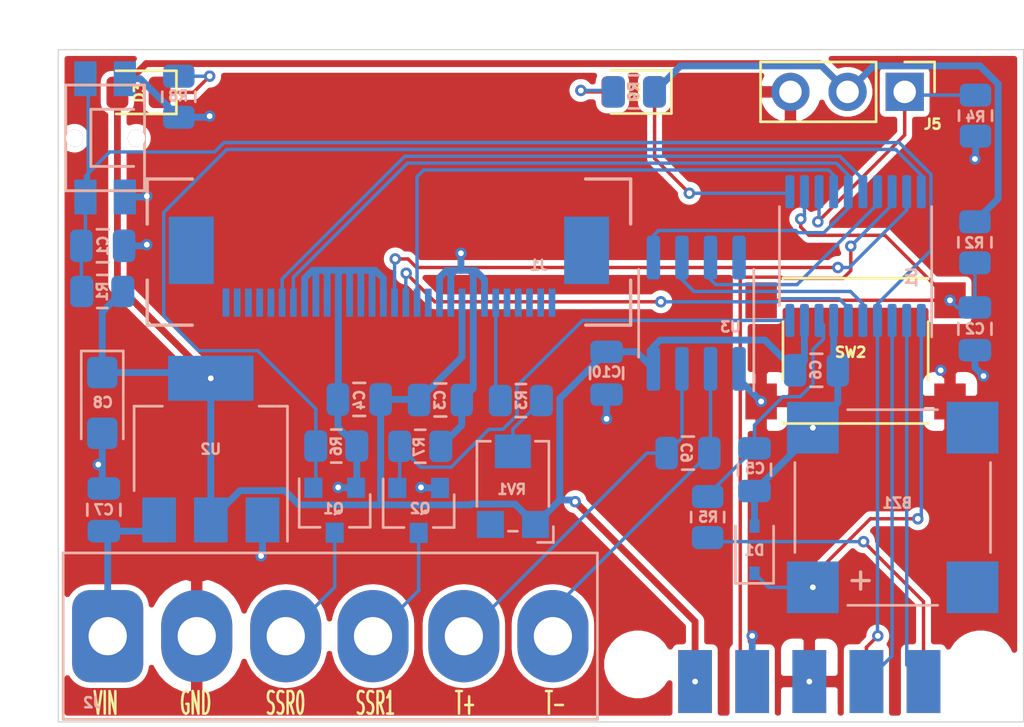
<source format=kicad_pcb>
(kicad_pcb (version 20171130) (host pcbnew "(5.1.8-0-10_14)")

  (general
    (thickness 1.6002)
    (drawings 11)
    (tracks 336)
    (zones 0)
    (modules 35)
    (nets 43)
  )

  (page A4)
  (layers
    (0 F.Cu signal)
    (31 B.Cu signal)
    (34 B.Paste user hide)
    (35 F.Paste user)
    (36 B.SilkS user)
    (37 F.SilkS user)
    (38 B.Mask user hide)
    (39 F.Mask user)
    (44 Edge.Cuts user)
    (45 Margin user)
    (46 B.CrtYd user)
    (47 F.CrtYd user hide)
    (49 F.Fab user)
  )

  (setup
    (last_trace_width 0.1524)
    (user_trace_width 0.304)
    (trace_clearance 0.1524)
    (zone_clearance 0.254)
    (zone_45_only no)
    (trace_min 0.1524)
    (via_size 0.508)
    (via_drill 0.254)
    (via_min_size 0.508)
    (via_min_drill 0.254)
    (uvia_size 0.508)
    (uvia_drill 0.254)
    (uvias_allowed no)
    (uvia_min_size 0.2)
    (uvia_min_drill 0.1)
    (edge_width 0.05)
    (segment_width 0.2)
    (pcb_text_width 0.3)
    (pcb_text_size 1.5 1.5)
    (mod_edge_width 0.12)
    (mod_text_size 1 1)
    (mod_text_width 0.15)
    (pad_size 1.524 1.524)
    (pad_drill 0.762)
    (pad_to_mask_clearance 0.0508)
    (solder_mask_min_width 0.25)
    (pad_to_paste_clearance -0.02)
    (aux_axis_origin 0 0)
    (visible_elements 7FFFFFFF)
    (pcbplotparams
      (layerselection 0x010fc_ffffffff)
      (usegerberextensions false)
      (usegerberattributes false)
      (usegerberadvancedattributes false)
      (creategerberjobfile false)
      (excludeedgelayer true)
      (linewidth 0.100000)
      (plotframeref false)
      (viasonmask false)
      (mode 1)
      (useauxorigin false)
      (hpglpennumber 1)
      (hpglpenspeed 20)
      (hpglpendiameter 15.000000)
      (psnegative false)
      (psa4output false)
      (plotreference true)
      (plotvalue true)
      (plotinvisibletext false)
      (padsonsilk false)
      (subtractmaskfromsilk false)
      (outputformat 1)
      (mirror false)
      (drillshape 0)
      (scaleselection 1)
      (outputdirectory "gerbers/"))
  )

  (net 0 "")
  (net 1 GND)
  (net 2 3V3)
  (net 3 VIN)
  (net 4 T-)
  (net 5 T+)
  (net 6 "Net-(J1-Pad6)")
  (net 7 SSR0)
  (net 8 SSR1)
  (net 9 BUZZER)
  (net 10 NRST[RST])
  (net 11 SW0)
  (net 12 VCAP[ICPDA])
  (net 13 LED_RED)
  (net 14 "Net-(D2-Pad2)")
  (net 15 "Net-(D3-Pad1)")
  (net 16 SPI_MOSI)
  (net 17 SPI_SCK)
  (net 18 LCD_CD)
  (net 19 LCD_RES)
  (net 20 LCD_CS)
  (net 21 SWIM[ICPCK])
  (net 22 ICPDAT)
  (net 23 RX)
  (net 24 TX)
  (net 25 SRV0)
  (net 26 _SSR0)
  (net 27 _SSR1)
  (net 28 "Net-(R3-Pad2)")
  (net 29 K_CS)
  (net 30 SPI_MISO)
  (net 31 "Net-(J1-Pad1)")
  (net 32 "Net-(J1-Pad2)")
  (net 33 "Net-(J1-Pad3)")
  (net 34 "Net-(J1-Pad4)")
  (net 35 "Net-(J1-Pad5)")
  (net 36 "Net-(J1-Pad12)")
  (net 37 "Net-(J1-Pad26)")
  (net 38 "Net-(J1-Pad27)")
  (net 39 "Net-(J1-Pad28)")
  (net 40 "Net-(J1-Pad29)")
  (net 41 "Net-(J1-Pad30)")
  (net 42 "Net-(RV1-Pad3)")

  (net_class Default "This is the default net class."
    (clearance 0.1524)
    (trace_width 0.1524)
    (via_dia 0.508)
    (via_drill 0.254)
    (uvia_dia 0.508)
    (uvia_drill 0.254)
    (add_net 3V3)
    (add_net BUZZER)
    (add_net GND)
    (add_net ICPDAT)
    (add_net K_CS)
    (add_net LCD_CD)
    (add_net LCD_CS)
    (add_net LCD_RES)
    (add_net LED_RED)
    (add_net NRST[RST])
    (add_net "Net-(D2-Pad2)")
    (add_net "Net-(D3-Pad1)")
    (add_net "Net-(J1-Pad1)")
    (add_net "Net-(J1-Pad12)")
    (add_net "Net-(J1-Pad2)")
    (add_net "Net-(J1-Pad26)")
    (add_net "Net-(J1-Pad27)")
    (add_net "Net-(J1-Pad28)")
    (add_net "Net-(J1-Pad29)")
    (add_net "Net-(J1-Pad3)")
    (add_net "Net-(J1-Pad30)")
    (add_net "Net-(J1-Pad4)")
    (add_net "Net-(J1-Pad5)")
    (add_net "Net-(J1-Pad6)")
    (add_net "Net-(R3-Pad2)")
    (add_net "Net-(RV1-Pad3)")
    (add_net RX)
    (add_net SPI_MISO)
    (add_net SPI_MOSI)
    (add_net SPI_SCK)
    (add_net SRV0)
    (add_net SSR0)
    (add_net SSR1)
    (add_net SW0)
    (add_net SWIM[ICPCK])
    (add_net T+)
    (add_net T-)
    (add_net TX)
    (add_net VCAP[ICPDA])
    (add_net VIN)
    (add_net _SSR0)
    (add_net _SSR1)
  )

  (module MICROJELLY:TRUDEAU_C2X5_REG_SMD locked (layer B.Cu) (tedit 602ABF2C) (tstamp 602ABCE6)
    (at 165.608 109.982)
    (path /6016ECE9)
    (fp_text reference J3 (at -7.8867 -0.588) (layer B.SilkS) hide
      (effects (font (size 0.45 0.45) (thickness 0.1125)) (justify mirror))
    )
    (fp_text value ISP/UART (at -1.143 1.2662) (layer B.SilkS) hide
      (effects (font (size 1 1) (thickness 0.15)) (justify mirror))
    )
    (pad "" np_thru_hole circle (at -8.89 -2.54) (size 2.5 2.5) (drill 2.5) (layers *.Cu))
    (pad "" np_thru_hole circle (at 6.35 -2.54) (size 2.5 2.5) (drill 2.5) (layers *.Cu))
    (pad 9 smd rect (at 3.81 -1.778) (size 1.5 2.8) (layers B.Cu B.Mask)
      (net 24 TX))
    (pad 7 smd rect (at 1.27 -1.778) (size 1.5 2.8) (layers B.Cu B.Mask)
      (net 23 RX))
    (pad 5 smd rect (at -1.27 -1.778) (size 1.5 2.8) (layers B.Cu B.Mask)
      (net 1 GND))
    (pad 3 smd rect (at -3.81 -1.778) (size 1.5 2.8) (layers B.Cu B.Mask)
      (net 1 GND))
    (pad 1 smd rect (at -6.35 -1.778) (size 1.5 2.8) (layers B.Cu B.Mask)
      (net 2 3V3))
    (pad 2 smd rect (at -6.35 -1.778) (size 1.5 2.8) (layers F.Cu F.Mask)
      (net 2 3V3))
    (pad 4 smd rect (at -3.81 -1.778) (size 1.5 2.8) (layers F.Cu F.Mask)
      (net 21 SWIM[ICPCK]))
    (pad 6 smd rect (at -1.27 -1.778) (size 1.5 2.8) (layers F.Cu F.Mask)
      (net 1 GND))
    (pad 8 smd rect (at 1.27 -1.778) (size 1.5 2.8) (layers F.Cu F.Mask)
      (net 10 NRST[RST]))
    (pad 10 smd rect (at 3.81 -1.778) (size 1.5 2.8) (layers F.Cu F.Mask)
      (net 22 ICPDAT))
  )

  (module Package_SO:SOIC-8_3.9x4.9mm_P1.27mm (layer B.Cu) (tedit 5D9F72B1) (tstamp 601473E9)
    (at 159.3088 91.821 90)
    (descr "SOIC, 8 Pin (JEDEC MS-012AA, https://www.analog.com/media/en/package-pcb-resources/package/pkg_pdf/soic_narrow-r/r_8.pdf), generated with kicad-footprint-generator ipc_gullwing_generator.py")
    (tags "SOIC SO")
    (path /600B9718)
    (attr smd)
    (fp_text reference U3 (at -0.6096 1.524 180) (layer B.SilkS)
      (effects (font (size 0.45 0.45) (thickness 0.1125)) (justify mirror))
    )
    (fp_text value MAX6675ISA+T (at 0 -3.4 90) (layer B.Fab)
      (effects (font (size 1 1) (thickness 0.15)) (justify mirror))
    )
    (fp_line (start 3.7 2.7) (end -3.7 2.7) (layer B.CrtYd) (width 0.05))
    (fp_line (start 3.7 -2.7) (end 3.7 2.7) (layer B.CrtYd) (width 0.05))
    (fp_line (start -3.7 -2.7) (end 3.7 -2.7) (layer B.CrtYd) (width 0.05))
    (fp_line (start -3.7 2.7) (end -3.7 -2.7) (layer B.CrtYd) (width 0.05))
    (fp_line (start -1.95 1.475) (end -0.975 2.45) (layer B.Fab) (width 0.1))
    (fp_line (start -1.95 -2.45) (end -1.95 1.475) (layer B.Fab) (width 0.1))
    (fp_line (start 1.95 -2.45) (end -1.95 -2.45) (layer B.Fab) (width 0.1))
    (fp_line (start 1.95 2.45) (end 1.95 -2.45) (layer B.Fab) (width 0.1))
    (fp_line (start -0.975 2.45) (end 1.95 2.45) (layer B.Fab) (width 0.1))
    (fp_line (start 0 2.56) (end -3.45 2.56) (layer B.SilkS) (width 0.12))
    (fp_line (start 0 2.56) (end 1.95 2.56) (layer B.SilkS) (width 0.12))
    (fp_line (start 0 -2.56) (end -1.95 -2.56) (layer B.SilkS) (width 0.12))
    (fp_line (start 0 -2.56) (end 1.95 -2.56) (layer B.SilkS) (width 0.12))
    (fp_text user %R (at 0 0 90) (layer B.Fab)
      (effects (font (size 0.98 0.98) (thickness 0.15)) (justify mirror))
    )
    (pad 8 smd roundrect (at 2.475 1.905 90) (size 1.95 0.6) (layers B.Cu B.Paste B.Mask) (roundrect_rratio 0.25))
    (pad 7 smd roundrect (at 2.475 0.635 90) (size 1.95 0.6) (layers B.Cu B.Paste B.Mask) (roundrect_rratio 0.25)
      (net 30 SPI_MISO))
    (pad 6 smd roundrect (at 2.475 -0.635 90) (size 1.95 0.6) (layers B.Cu B.Paste B.Mask) (roundrect_rratio 0.25)
      (net 29 K_CS))
    (pad 5 smd roundrect (at 2.475 -1.905 90) (size 1.95 0.6) (layers B.Cu B.Paste B.Mask) (roundrect_rratio 0.25)
      (net 17 SPI_SCK))
    (pad 4 smd roundrect (at -2.475 -1.905 90) (size 1.95 0.6) (layers B.Cu B.Paste B.Mask) (roundrect_rratio 0.25)
      (net 2 3V3))
    (pad 3 smd roundrect (at -2.475 -0.635 90) (size 1.95 0.6) (layers B.Cu B.Paste B.Mask) (roundrect_rratio 0.25)
      (net 5 T+))
    (pad 2 smd roundrect (at -2.475 0.635 90) (size 1.95 0.6) (layers B.Cu B.Paste B.Mask) (roundrect_rratio 0.25)
      (net 4 T-))
    (pad 1 smd roundrect (at -2.475 1.905 90) (size 1.95 0.6) (layers B.Cu B.Paste B.Mask) (roundrect_rratio 0.25)
      (net 1 GND))
    (model ${KISYS3DMOD}/Package_SO.3dshapes/SOIC-8_3.9x4.9mm_P1.27mm.wrl
      (at (xyz 0 0 0))
      (scale (xyz 1 1 1))
      (rotate (xyz 0 0 0))
    )
  )

  (module Package_TO_SOT_SMD:SOT-223-3_TabPin2 (layer B.Cu) (tedit 5A02FF57) (tstamp 60135630)
    (at 137.7188 97.8662 90)
    (descr "module CMS SOT223 4 pins")
    (tags "CMS SOT")
    (path /5FECBF8A)
    (attr smd)
    (fp_text reference U2 (at 0 0 180) (layer B.SilkS)
      (effects (font (size 0.45 0.45) (thickness 0.1125)) (justify mirror))
    )
    (fp_text value AMS1117-3.3 (at 0 -4.5 90) (layer B.Fab)
      (effects (font (size 1 1) (thickness 0.15)) (justify mirror))
    )
    (fp_line (start 1.91 -3.41) (end 1.91 -2.15) (layer B.SilkS) (width 0.12))
    (fp_line (start 1.91 3.41) (end 1.91 2.15) (layer B.SilkS) (width 0.12))
    (fp_line (start 4.4 3.6) (end -4.4 3.6) (layer B.CrtYd) (width 0.05))
    (fp_line (start 4.4 -3.6) (end 4.4 3.6) (layer B.CrtYd) (width 0.05))
    (fp_line (start -4.4 -3.6) (end 4.4 -3.6) (layer B.CrtYd) (width 0.05))
    (fp_line (start -4.4 3.6) (end -4.4 -3.6) (layer B.CrtYd) (width 0.05))
    (fp_line (start -1.85 2.35) (end -0.85 3.35) (layer B.Fab) (width 0.1))
    (fp_line (start -1.85 2.35) (end -1.85 -3.35) (layer B.Fab) (width 0.1))
    (fp_line (start -1.85 -3.41) (end 1.91 -3.41) (layer B.SilkS) (width 0.12))
    (fp_line (start -0.85 3.35) (end 1.85 3.35) (layer B.Fab) (width 0.1))
    (fp_line (start -4.1 3.41) (end 1.91 3.41) (layer B.SilkS) (width 0.12))
    (fp_line (start -1.85 -3.35) (end 1.85 -3.35) (layer B.Fab) (width 0.1))
    (fp_line (start 1.85 3.35) (end 1.85 -3.35) (layer B.Fab) (width 0.1))
    (fp_text user %R (at 0 0 180) (layer B.Fab)
      (effects (font (size 0.8 0.8) (thickness 0.12)) (justify mirror))
    )
    (pad 2 smd rect (at 3.15 0 90) (size 2 3.8) (layers B.Cu B.Paste B.Mask)
      (net 2 3V3))
    (pad 2 smd rect (at -3.15 0 90) (size 2 1.5) (layers B.Cu B.Paste B.Mask)
      (net 2 3V3))
    (pad 3 smd rect (at -3.15 -2.3 90) (size 2 1.5) (layers B.Cu B.Paste B.Mask)
      (net 3 VIN))
    (pad 1 smd rect (at -3.15 2.3 90) (size 2 1.5) (layers B.Cu B.Paste B.Mask)
      (net 1 GND))
    (model ${KISYS3DMOD}/Package_TO_SOT_SMD.3dshapes/SOT-223.wrl
      (at (xyz 0 0 0))
      (scale (xyz 1 1 1))
      (rotate (xyz 0 0 0))
    )
  )

  (module Package_SO:TSSOP-20_4.4x6.5mm_P0.65mm (layer B.Cu) (tedit 5E476F32) (tstamp 6013561A)
    (at 166.3954 89.281 90)
    (descr "TSSOP, 20 Pin (JEDEC MO-153 Var AC https://www.jedec.org/document_search?search_api_views_fulltext=MO-153), generated with kicad-footprint-generator ipc_gullwing_generator.py")
    (tags "TSSOP SO")
    (path /60155462)
    (attr smd)
    (fp_text reference U1 (at -0.9475 2.4898 90) (layer B.SilkS)
      (effects (font (size 0.45 0.45) (thickness 0.1125)) (justify mirror))
    )
    (fp_text value STM8S[N76E] (at 0 -4.2 90) (layer B.Fab)
      (effects (font (size 1 1) (thickness 0.15)) (justify mirror))
    )
    (fp_line (start 3.85 3.5) (end -3.85 3.5) (layer B.CrtYd) (width 0.05))
    (fp_line (start 3.85 -3.5) (end 3.85 3.5) (layer B.CrtYd) (width 0.05))
    (fp_line (start -3.85 -3.5) (end 3.85 -3.5) (layer B.CrtYd) (width 0.05))
    (fp_line (start -3.85 3.5) (end -3.85 -3.5) (layer B.CrtYd) (width 0.05))
    (fp_line (start -2.2 2.25) (end -1.2 3.25) (layer B.Fab) (width 0.1))
    (fp_line (start -2.2 -3.25) (end -2.2 2.25) (layer B.Fab) (width 0.1))
    (fp_line (start 2.2 -3.25) (end -2.2 -3.25) (layer B.Fab) (width 0.1))
    (fp_line (start 2.2 3.25) (end 2.2 -3.25) (layer B.Fab) (width 0.1))
    (fp_line (start -1.2 3.25) (end 2.2 3.25) (layer B.Fab) (width 0.1))
    (fp_line (start 0 3.385) (end -3.6 3.385) (layer B.SilkS) (width 0.12))
    (fp_line (start 0 3.385) (end 2.2 3.385) (layer B.SilkS) (width 0.12))
    (fp_line (start 0 -3.385) (end -2.2 -3.385) (layer B.SilkS) (width 0.12))
    (fp_line (start 0 -3.385) (end 2.2 -3.385) (layer B.SilkS) (width 0.12))
    (fp_text user %R (at 0 0 90) (layer B.Fab)
      (effects (font (size 1 1) (thickness 0.15)) (justify mirror))
    )
    (pad 20 smd roundrect (at 2.8625 2.925 90) (size 1.475 0.4) (layers B.Cu B.Paste B.Mask) (roundrect_rratio 0.25)
      (net 26 _SSR0))
    (pad 19 smd roundrect (at 2.8625 2.275 90) (size 1.475 0.4) (layers B.Cu B.Paste B.Mask) (roundrect_rratio 0.25)
      (net 18 LCD_CD))
    (pad 18 smd roundrect (at 2.8625 1.625 90) (size 1.475 0.4) (layers B.Cu B.Paste B.Mask) (roundrect_rratio 0.25)
      (net 21 SWIM[ICPCK]))
    (pad 17 smd roundrect (at 2.8625 0.975 90) (size 1.475 0.4) (layers B.Cu B.Paste B.Mask) (roundrect_rratio 0.25)
      (net 30 SPI_MISO))
    (pad 16 smd roundrect (at 2.8625 0.325 90) (size 1.475 0.4) (layers B.Cu B.Paste B.Mask) (roundrect_rratio 0.25)
      (net 16 SPI_MOSI))
    (pad 15 smd roundrect (at 2.8625 -0.325 90) (size 1.475 0.4) (layers B.Cu B.Paste B.Mask) (roundrect_rratio 0.25)
      (net 17 SPI_SCK))
    (pad 14 smd roundrect (at 2.8625 -0.975 90) (size 1.475 0.4) (layers B.Cu B.Paste B.Mask) (roundrect_rratio 0.25)
      (net 20 LCD_CS))
    (pad 13 smd roundrect (at 2.8625 -1.625 90) (size 1.475 0.4) (layers B.Cu B.Paste B.Mask) (roundrect_rratio 0.25)
      (net 25 SRV0))
    (pad 12 smd roundrect (at 2.8625 -2.275 90) (size 1.475 0.4) (layers B.Cu B.Paste B.Mask) (roundrect_rratio 0.25)
      (net 11 SW0))
    (pad 11 smd roundrect (at 2.8625 -2.925 90) (size 1.475 0.4) (layers B.Cu B.Paste B.Mask) (roundrect_rratio 0.25)
      (net 13 LED_RED))
    (pad 10 smd roundrect (at -2.8625 -2.925 90) (size 1.475 0.4) (layers B.Cu B.Paste B.Mask) (roundrect_rratio 0.25)
      (net 27 _SSR1))
    (pad 9 smd roundrect (at -2.8625 -2.275 90) (size 1.475 0.4) (layers B.Cu B.Paste B.Mask) (roundrect_rratio 0.25)
      (net 2 3V3))
    (pad 8 smd roundrect (at -2.8625 -1.625 90) (size 1.475 0.4) (layers B.Cu B.Paste B.Mask) (roundrect_rratio 0.25)
      (net 12 VCAP[ICPDA]))
    (pad 7 smd roundrect (at -2.8625 -0.975 90) (size 1.475 0.4) (layers B.Cu B.Paste B.Mask) (roundrect_rratio 0.25)
      (net 1 GND))
    (pad 6 smd roundrect (at -2.8625 -0.325 90) (size 1.475 0.4) (layers B.Cu B.Paste B.Mask) (roundrect_rratio 0.25)
      (net 19 LCD_RES))
    (pad 5 smd roundrect (at -2.8625 0.325 90) (size 1.475 0.4) (layers B.Cu B.Paste B.Mask) (roundrect_rratio 0.25)
      (net 29 K_CS))
    (pad 4 smd roundrect (at -2.8625 0.975 90) (size 1.475 0.4) (layers B.Cu B.Paste B.Mask) (roundrect_rratio 0.25)
      (net 10 NRST[RST]))
    (pad 3 smd roundrect (at -2.8625 1.625 90) (size 1.475 0.4) (layers B.Cu B.Paste B.Mask) (roundrect_rratio 0.25)
      (net 23 RX))
    (pad 2 smd roundrect (at -2.8625 2.275 90) (size 1.475 0.4) (layers B.Cu B.Paste B.Mask) (roundrect_rratio 0.25)
      (net 24 TX))
    (pad 1 smd roundrect (at -2.8625 2.925 90) (size 1.475 0.4) (layers B.Cu B.Paste B.Mask) (roundrect_rratio 0.25)
      (net 9 BUZZER))
    (model ${KISYS3DMOD}/Package_SO.3dshapes/TSSOP-20_4.4x6.5mm_P0.65mm.wrl
      (at (xyz 0 0 0))
      (scale (xyz 1 1 1))
      (rotate (xyz 0 0 0))
    )
  )

  (module MICROJELLY:UK-B0229-G2.5-B-250 (layer F.Cu) (tedit 5FF0A093) (tstamp 60135EB1)
    (at 166.3954 93.4974)
    (descr 6*6*2.5)
    (path /5FFF837C)
    (attr smd)
    (fp_text reference SW2 (at -0.2196 0.0614) (layer F.SilkS)
      (effects (font (size 0.45 0.45) (thickness 0.1125)))
    )
    (fp_text value ACTION (at 0 4.15) (layer F.Fab)
      (effects (font (size 1 1) (thickness 0.15)))
    )
    (fp_line (start -3 -3) (end -3 3) (layer F.Fab) (width 0.1))
    (fp_line (start -3 3) (end 3 3) (layer F.Fab) (width 0.1))
    (fp_line (start 3 3) (end 3 -3) (layer F.Fab) (width 0.1))
    (fp_line (start 3 -3) (end -3 -3) (layer F.Fab) (width 0.1))
    (fp_line (start 5 3.25) (end 5 -3.25) (layer F.CrtYd) (width 0.05))
    (fp_line (start -5 -3.25) (end -5 3.25) (layer F.CrtYd) (width 0.05))
    (fp_line (start -5 3.25) (end 5 3.25) (layer F.CrtYd) (width 0.05))
    (fp_line (start -5 -3.25) (end 5 -3.25) (layer F.CrtYd) (width 0.05))
    (fp_line (start 3.23 -3.23) (end 3.23 -3.2) (layer F.SilkS) (width 0.12))
    (fp_line (start 3.23 3.23) (end 3.23 3.2) (layer F.SilkS) (width 0.12))
    (fp_line (start -3.23 3.23) (end -3.23 3.2) (layer F.SilkS) (width 0.12))
    (fp_line (start -3.23 -3.2) (end -3.23 -3.23) (layer F.SilkS) (width 0.12))
    (fp_line (start 3.23 -1.3) (end 3.23 1.3) (layer F.SilkS) (width 0.12))
    (fp_line (start -3.23 -3.23) (end 3.23 -3.23) (layer F.SilkS) (width 0.12))
    (fp_line (start -3.23 -1.3) (end -3.23 1.3) (layer F.SilkS) (width 0.12))
    (fp_line (start -3.23 3.23) (end 3.23 3.23) (layer F.SilkS) (width 0.12))
    (fp_circle (center 0 0) (end 1.75 -0.05) (layer F.Fab) (width 0.1))
    (fp_text user %R (at 0 -4.05) (layer F.Fab)
      (effects (font (size 1 1) (thickness 0.15)))
    )
    (pad 2 smd rect (at 4.2 2.25) (size 1.4 1.6) (layers F.Cu F.Paste F.Mask)
      (net 1 GND))
    (pad 1 smd rect (at 4.2 -2.25) (size 1.4 1.6) (layers F.Cu F.Paste F.Mask)
      (net 11 SW0))
    (pad 1 smd rect (at -4.2 -2.25) (size 1.4 1.6) (layers F.Cu F.Paste F.Mask)
      (net 11 SW0))
    (pad 2 smd rect (at -4.2 2.25) (size 1.4 1.6) (layers F.Cu F.Paste F.Mask)
      (net 1 GND))
    (model ${KISYS3DMOD}/Button_Switch_SMD.3dshapes/SW_PUSH_6mm_H9.5mm.wrl
      (at (xyz 0 0 0))
      (scale (xyz 1 1 1))
      (rotate (xyz 0 0 0))
    )
  )

  (module MICROJELLY:Potentiometer_Bourns_TC33X_Vertical locked (layer B.Cu) (tedit 5C165D15) (tstamp 601607C9)
    (at 151.1554 99.4156 90)
    (descr "Potentiometer, Bourns, TC33X, Vertical, https://www.bourns.com/pdfs/TC33.pdf")
    (tags "Potentiometer Bourns TC33X Vertical")
    (path /5FF34C3B)
    (attr smd)
    (fp_text reference RV1 (at -0.2413 -0.0508 -180) (layer B.SilkS)
      (effects (font (size 0.45 0.45) (thickness 0.1125)) (justify mirror))
    )
    (fp_text value 1K (at 0 -2.5 -90) (layer B.Fab)
      (effects (font (size 1 1) (thickness 0.15)) (justify mirror))
    )
    (fp_circle (center 0 0) (end 1.8 0) (layer Dwgs.User) (width 0.05))
    (fp_line (start -2.65 -1.85) (end -2.65 1.85) (layer B.CrtYd) (width 0.05))
    (fp_line (start 2.45 -1.85) (end -2.65 -1.85) (layer B.CrtYd) (width 0.05))
    (fp_line (start 2.45 1.85) (end 2.45 -1.85) (layer B.CrtYd) (width 0.05))
    (fp_line (start -2.65 1.85) (end 2.45 1.85) (layer B.CrtYd) (width 0.05))
    (fp_line (start -2.6 1.8) (end -2.6 1.1) (layer B.SilkS) (width 0.12))
    (fp_line (start -1.9 1.8) (end -2.6 1.8) (layer B.SilkS) (width 0.12))
    (fp_line (start 1.9 -1.6) (end 1.9 -1) (layer B.SilkS) (width 0.12))
    (fp_line (start -1 -1.6) (end 1.9 -1.6) (layer B.SilkS) (width 0.12))
    (fp_line (start 1.9 1.6) (end 1.9 1) (layer B.SilkS) (width 0.12))
    (fp_line (start -1 1.6) (end 1.9 1.6) (layer B.SilkS) (width 0.12))
    (fp_line (start -2.1 0.2) (end -2.1 -0.2) (layer B.SilkS) (width 0.12))
    (fp_line (start -1.25 1.5) (end -2 0.75) (layer B.Fab) (width 0.1))
    (fp_line (start 1.8 1.5) (end -1.25 1.5) (layer B.Fab) (width 0.1))
    (fp_line (start 1.8 -1.5) (end 1.8 1.5) (layer B.Fab) (width 0.1))
    (fp_line (start -2 -1.5) (end 1.8 -1.5) (layer B.Fab) (width 0.1))
    (fp_line (start -2 0.75) (end -2 -1.5) (layer B.Fab) (width 0.1))
    (fp_circle (center 0 0) (end 1.5 0) (layer B.Fab) (width 0.1))
    (fp_text user %R (at -0.2413 -0.0254 -180) (layer B.Fab)
      (effects (font (size 0.7 0.7) (thickness 0.105)) (justify mirror))
    )
    (fp_text user "Wiper may be\nanywhere within\ncircle shown" (at -0.15 0.8 -90) (layer Cmts.User)
      (effects (font (size 0.15 0.15) (thickness 0.02)))
    )
    (pad 1 smd rect (at -1.8 1 90) (size 1.2 1.2) (layers B.Cu B.Paste B.Mask)
      (net 2 3V3))
    (pad 3 smd rect (at -1.8 -1 90) (size 1.2 1.2) (layers B.Cu B.Paste B.Mask)
      (net 42 "Net-(RV1-Pad3)"))
    (pad 2 smd rect (at 1.45 0 90) (size 1.5 1.6) (layers B.Cu B.Paste B.Mask)
      (net 28 "Net-(R3-Pad2)"))
    (model ${KISYS3DMOD}/Potentiometer_SMD.3dshapes/Potentiometer_Bourns_TC33X_Vertical.wrl
      (at (xyz 0 0 0))
      (scale (xyz 1 1 1))
      (rotate (xyz 0 0 0))
    )
  )

  (module Resistor_SMD:R_0805_2012Metric (layer B.Cu) (tedit 5F68FEEE) (tstamp 601355A9)
    (at 156.5402 81.9785 180)
    (descr "Resistor SMD 0805 (2012 Metric), square (rectangular) end terminal, IPC_7351 nominal, (Body size source: IPC-SM-782 page 72, https://www.pcb-3d.com/wordpress/wp-content/uploads/ipc-sm-782a_amendment_1_and_2.pdf), generated with kicad-footprint-generator")
    (tags resistor)
    (path /5FEDFA7F)
    (attr smd)
    (fp_text reference R9 (at 0.0127 0.0215 270) (layer B.SilkS)
      (effects (font (size 0.45 0.45) (thickness 0.1125)) (justify mirror))
    )
    (fp_text value 51 (at 0 -1.65) (layer B.Fab)
      (effects (font (size 1 1) (thickness 0.15)) (justify mirror))
    )
    (fp_line (start -1 -0.625) (end -1 0.625) (layer B.Fab) (width 0.1))
    (fp_line (start -1 0.625) (end 1 0.625) (layer B.Fab) (width 0.1))
    (fp_line (start 1 0.625) (end 1 -0.625) (layer B.Fab) (width 0.1))
    (fp_line (start 1 -0.625) (end -1 -0.625) (layer B.Fab) (width 0.1))
    (fp_line (start -0.227064 0.735) (end 0.227064 0.735) (layer B.SilkS) (width 0.12))
    (fp_line (start -0.227064 -0.735) (end 0.227064 -0.735) (layer B.SilkS) (width 0.12))
    (fp_line (start -1.68 -0.95) (end -1.68 0.95) (layer B.CrtYd) (width 0.05))
    (fp_line (start -1.68 0.95) (end 1.68 0.95) (layer B.CrtYd) (width 0.05))
    (fp_line (start 1.68 0.95) (end 1.68 -0.95) (layer B.CrtYd) (width 0.05))
    (fp_line (start 1.68 -0.95) (end -1.68 -0.95) (layer B.CrtYd) (width 0.05))
    (fp_text user %R (at 0 0) (layer B.Fab)
      (effects (font (size 0.5 0.5) (thickness 0.08)) (justify mirror))
    )
    (pad 1 smd roundrect (at -0.9125 0 180) (size 1.025 1.4) (layers B.Cu B.Paste B.Mask) (roundrect_rratio 0.243902)
      (net 2 3V3))
    (pad 2 smd roundrect (at 0.9125 0 180) (size 1.025 1.4) (layers B.Cu B.Paste B.Mask) (roundrect_rratio 0.243902)
      (net 14 "Net-(D2-Pad2)"))
    (model ${KISYS3DMOD}/Resistor_SMD.3dshapes/R_0805_2012Metric.wrl
      (at (xyz 0 0 0))
      (scale (xyz 1 1 1))
      (rotate (xyz 0 0 0))
    )
  )

  (module Resistor_SMD:R_0805_2012Metric (layer B.Cu) (tedit 5F68FEEE) (tstamp 60135598)
    (at 136.2964 82.1944 90)
    (descr "Resistor SMD 0805 (2012 Metric), square (rectangular) end terminal, IPC_7351 nominal, (Body size source: IPC-SM-782 page 72, https://www.pcb-3d.com/wordpress/wp-content/uploads/ipc-sm-782a_amendment_1_and_2.pdf), generated with kicad-footprint-generator")
    (tags resistor)
    (path /5FEDD604)
    (attr smd)
    (fp_text reference R8 (at 0.034325 -0.0254 180) (layer B.SilkS)
      (effects (font (size 0.45 0.45) (thickness 0.1125)) (justify mirror))
    )
    (fp_text value 1K (at 0 -1.65 90) (layer B.Fab)
      (effects (font (size 1 1) (thickness 0.15)) (justify mirror))
    )
    (fp_line (start -1 -0.625) (end -1 0.625) (layer B.Fab) (width 0.1))
    (fp_line (start -1 0.625) (end 1 0.625) (layer B.Fab) (width 0.1))
    (fp_line (start 1 0.625) (end 1 -0.625) (layer B.Fab) (width 0.1))
    (fp_line (start 1 -0.625) (end -1 -0.625) (layer B.Fab) (width 0.1))
    (fp_line (start -0.227064 0.735) (end 0.227064 0.735) (layer B.SilkS) (width 0.12))
    (fp_line (start -0.227064 -0.735) (end 0.227064 -0.735) (layer B.SilkS) (width 0.12))
    (fp_line (start -1.68 -0.95) (end -1.68 0.95) (layer B.CrtYd) (width 0.05))
    (fp_line (start -1.68 0.95) (end 1.68 0.95) (layer B.CrtYd) (width 0.05))
    (fp_line (start 1.68 0.95) (end 1.68 -0.95) (layer B.CrtYd) (width 0.05))
    (fp_line (start 1.68 -0.95) (end -1.68 -0.95) (layer B.CrtYd) (width 0.05))
    (fp_text user %R (at 0 0 90) (layer B.Fab)
      (effects (font (size 0.5 0.5) (thickness 0.08)) (justify mirror))
    )
    (pad 1 smd roundrect (at -0.9125 0 90) (size 1.025 1.4) (layers B.Cu B.Paste B.Mask) (roundrect_rratio 0.243902)
      (net 1 GND))
    (pad 2 smd roundrect (at 0.9125 0 90) (size 1.025 1.4) (layers B.Cu B.Paste B.Mask) (roundrect_rratio 0.243902)
      (net 15 "Net-(D3-Pad1)"))
    (model ${KISYS3DMOD}/Resistor_SMD.3dshapes/R_0805_2012Metric.wrl
      (at (xyz 0 0 0))
      (scale (xyz 1 1 1))
      (rotate (xyz 0 0 0))
    )
  )

  (module Resistor_SMD:R_0805_2012Metric locked (layer B.Cu) (tedit 5F68FEEE) (tstamp 601473B0)
    (at 147.0344 97.7392)
    (descr "Resistor SMD 0805 (2012 Metric), square (rectangular) end terminal, IPC_7351 nominal, (Body size source: IPC-SM-782 page 72, https://www.pcb-3d.com/wordpress/wp-content/uploads/ipc-sm-782a_amendment_1_and_2.pdf), generated with kicad-footprint-generator")
    (tags resistor)
    (path /60034F59)
    (attr smd)
    (fp_text reference R7 (at -0.0508 0.0254 -90) (layer B.SilkS)
      (effects (font (size 0.45 0.45) (thickness 0.1125)) (justify mirror))
    )
    (fp_text value 10K (at 0 -1.65) (layer B.Fab)
      (effects (font (size 1 1) (thickness 0.15)) (justify mirror))
    )
    (fp_line (start -1 -0.625) (end -1 0.625) (layer B.Fab) (width 0.1))
    (fp_line (start -1 0.625) (end 1 0.625) (layer B.Fab) (width 0.1))
    (fp_line (start 1 0.625) (end 1 -0.625) (layer B.Fab) (width 0.1))
    (fp_line (start 1 -0.625) (end -1 -0.625) (layer B.Fab) (width 0.1))
    (fp_line (start -0.227064 0.735) (end 0.227064 0.735) (layer B.SilkS) (width 0.12))
    (fp_line (start -0.227064 -0.735) (end 0.227064 -0.735) (layer B.SilkS) (width 0.12))
    (fp_line (start -1.68 -0.95) (end -1.68 0.95) (layer B.CrtYd) (width 0.05))
    (fp_line (start -1.68 0.95) (end 1.68 0.95) (layer B.CrtYd) (width 0.05))
    (fp_line (start 1.68 0.95) (end 1.68 -0.95) (layer B.CrtYd) (width 0.05))
    (fp_line (start 1.68 -0.95) (end -1.68 -0.95) (layer B.CrtYd) (width 0.05))
    (fp_text user %R (at 0 0) (layer B.Fab)
      (effects (font (size 0.5 0.5) (thickness 0.08)) (justify mirror))
    )
    (pad 1 smd roundrect (at -0.9125 0) (size 1.025 1.4) (layers B.Cu B.Paste B.Mask) (roundrect_rratio 0.243902)
      (net 27 _SSR1))
    (pad 2 smd roundrect (at 0.9125 0) (size 1.025 1.4) (layers B.Cu B.Paste B.Mask) (roundrect_rratio 0.243902)
      (net 1 GND))
    (model ${KISYS3DMOD}/Resistor_SMD.3dshapes/R_0805_2012Metric.wrl
      (at (xyz 0 0 0))
      (scale (xyz 1 1 1))
      (rotate (xyz 0 0 0))
    )
  )

  (module Resistor_SMD:R_0805_2012Metric locked (layer B.Cu) (tedit 5F68FEEE) (tstamp 6014742B)
    (at 143.3006 97.730734)
    (descr "Resistor SMD 0805 (2012 Metric), square (rectangular) end terminal, IPC_7351 nominal, (Body size source: IPC-SM-782 page 72, https://www.pcb-3d.com/wordpress/wp-content/uploads/ipc-sm-782a_amendment_1_and_2.pdf), generated with kicad-footprint-generator")
    (tags resistor)
    (path /5FFAE1FA)
    (attr smd)
    (fp_text reference R6 (at 0 0 -90) (layer B.SilkS)
      (effects (font (size 0.45 0.45) (thickness 0.1125)) (justify mirror))
    )
    (fp_text value 10K (at 0 -1.65) (layer B.Fab)
      (effects (font (size 1 1) (thickness 0.15)) (justify mirror))
    )
    (fp_line (start -1 -0.625) (end -1 0.625) (layer B.Fab) (width 0.1))
    (fp_line (start -1 0.625) (end 1 0.625) (layer B.Fab) (width 0.1))
    (fp_line (start 1 0.625) (end 1 -0.625) (layer B.Fab) (width 0.1))
    (fp_line (start 1 -0.625) (end -1 -0.625) (layer B.Fab) (width 0.1))
    (fp_line (start -0.227064 0.735) (end 0.227064 0.735) (layer B.SilkS) (width 0.12))
    (fp_line (start -0.227064 -0.735) (end 0.227064 -0.735) (layer B.SilkS) (width 0.12))
    (fp_line (start -1.68 -0.95) (end -1.68 0.95) (layer B.CrtYd) (width 0.05))
    (fp_line (start -1.68 0.95) (end 1.68 0.95) (layer B.CrtYd) (width 0.05))
    (fp_line (start 1.68 0.95) (end 1.68 -0.95) (layer B.CrtYd) (width 0.05))
    (fp_line (start 1.68 -0.95) (end -1.68 -0.95) (layer B.CrtYd) (width 0.05))
    (fp_text user %R (at 0 0) (layer B.Fab)
      (effects (font (size 0.5 0.5) (thickness 0.08)) (justify mirror))
    )
    (pad 1 smd roundrect (at -0.9125 0) (size 1.025 1.4) (layers B.Cu B.Paste B.Mask) (roundrect_rratio 0.243902)
      (net 26 _SSR0))
    (pad 2 smd roundrect (at 0.9125 0) (size 1.025 1.4) (layers B.Cu B.Paste B.Mask) (roundrect_rratio 0.243902)
      (net 1 GND))
    (model ${KISYS3DMOD}/Resistor_SMD.3dshapes/R_0805_2012Metric.wrl
      (at (xyz 0 0 0))
      (scale (xyz 1 1 1))
      (rotate (xyz 0 0 0))
    )
  )

  (module Resistor_SMD:R_0805_2012Metric (layer B.Cu) (tedit 5F68FEEE) (tstamp 602AC555)
    (at 159.8168 100.8888 270)
    (descr "Resistor SMD 0805 (2012 Metric), square (rectangular) end terminal, IPC_7351 nominal, (Body size source: IPC-SM-782 page 72, https://www.pcb-3d.com/wordpress/wp-content/uploads/ipc-sm-782a_amendment_1_and_2.pdf), generated with kicad-footprint-generator")
    (tags resistor)
    (path /60167B52)
    (attr smd)
    (fp_text reference R5 (at 0 -0.0254) (layer B.SilkS)
      (effects (font (size 0.45 0.45) (thickness 0.1125)) (justify mirror))
    )
    (fp_text value DNP[0] (at 0 -1.65 90) (layer B.Fab)
      (effects (font (size 1 1) (thickness 0.15)) (justify mirror))
    )
    (fp_line (start 1.68 -0.95) (end -1.68 -0.95) (layer B.CrtYd) (width 0.05))
    (fp_line (start 1.68 0.95) (end 1.68 -0.95) (layer B.CrtYd) (width 0.05))
    (fp_line (start -1.68 0.95) (end 1.68 0.95) (layer B.CrtYd) (width 0.05))
    (fp_line (start -1.68 -0.95) (end -1.68 0.95) (layer B.CrtYd) (width 0.05))
    (fp_line (start -0.227064 -0.735) (end 0.227064 -0.735) (layer B.SilkS) (width 0.12))
    (fp_line (start -0.227064 0.735) (end 0.227064 0.735) (layer B.SilkS) (width 0.12))
    (fp_line (start 1 -0.625) (end -1 -0.625) (layer B.Fab) (width 0.1))
    (fp_line (start 1 0.625) (end 1 -0.625) (layer B.Fab) (width 0.1))
    (fp_line (start -1 0.625) (end 1 0.625) (layer B.Fab) (width 0.1))
    (fp_line (start -1 -0.625) (end -1 0.625) (layer B.Fab) (width 0.1))
    (fp_text user %R (at 0 0 90) (layer B.Fab)
      (effects (font (size 0.5 0.5) (thickness 0.08)) (justify mirror))
    )
    (pad 2 smd roundrect (at 0.9125 0 270) (size 1.025 1.4) (layers B.Cu B.Paste B.Mask) (roundrect_rratio 0.243902)
      (net 22 ICPDAT))
    (pad 1 smd roundrect (at -0.9125 0 270) (size 1.025 1.4) (layers B.Cu B.Paste B.Mask) (roundrect_rratio 0.243902)
      (net 12 VCAP[ICPDA]))
    (model ${KISYS3DMOD}/Resistor_SMD.3dshapes/R_0805_2012Metric.wrl
      (at (xyz 0 0 0))
      (scale (xyz 1 1 1))
      (rotate (xyz 0 0 0))
    )
  )

  (module Resistor_SMD:R_0805_2012Metric (layer B.Cu) (tedit 5F68FEEE) (tstamp 60135554)
    (at 171.7313 83.0345 90)
    (descr "Resistor SMD 0805 (2012 Metric), square (rectangular) end terminal, IPC_7351 nominal, (Body size source: IPC-SM-782 page 72, https://www.pcb-3d.com/wordpress/wp-content/uploads/ipc-sm-782a_amendment_1_and_2.pdf), generated with kicad-footprint-generator")
    (tags resistor)
    (path /602F4E9D)
    (attr smd)
    (fp_text reference R4 (at -0.0508 0 180) (layer B.SilkS)
      (effects (font (size 0.45 0.45) (thickness 0.1125)) (justify mirror))
    )
    (fp_text value 10K (at 0 -1.65 90) (layer B.Fab)
      (effects (font (size 1 1) (thickness 0.15)) (justify mirror))
    )
    (fp_line (start 1.68 -0.95) (end -1.68 -0.95) (layer B.CrtYd) (width 0.05))
    (fp_line (start 1.68 0.95) (end 1.68 -0.95) (layer B.CrtYd) (width 0.05))
    (fp_line (start -1.68 0.95) (end 1.68 0.95) (layer B.CrtYd) (width 0.05))
    (fp_line (start -1.68 -0.95) (end -1.68 0.95) (layer B.CrtYd) (width 0.05))
    (fp_line (start -0.227064 -0.735) (end 0.227064 -0.735) (layer B.SilkS) (width 0.12))
    (fp_line (start -0.227064 0.735) (end 0.227064 0.735) (layer B.SilkS) (width 0.12))
    (fp_line (start 1 -0.625) (end -1 -0.625) (layer B.Fab) (width 0.1))
    (fp_line (start 1 0.625) (end 1 -0.625) (layer B.Fab) (width 0.1))
    (fp_line (start -1 0.625) (end 1 0.625) (layer B.Fab) (width 0.1))
    (fp_line (start -1 -0.625) (end -1 0.625) (layer B.Fab) (width 0.1))
    (fp_text user %R (at 0 0 180) (layer B.Fab)
      (effects (font (size 0.5 0.5) (thickness 0.08)) (justify mirror))
    )
    (pad 2 smd roundrect (at 0.9125 0 90) (size 1.025 1.4) (layers B.Cu B.Paste B.Mask) (roundrect_rratio 0.243902)
      (net 25 SRV0))
    (pad 1 smd roundrect (at -0.9125 0 90) (size 1.025 1.4) (layers B.Cu B.Paste B.Mask) (roundrect_rratio 0.243902)
      (net 1 GND))
    (model ${KISYS3DMOD}/Resistor_SMD.3dshapes/R_0805_2012Metric.wrl
      (at (xyz 0 0 0))
      (scale (xyz 1 1 1))
      (rotate (xyz 0 0 0))
    )
  )

  (module Resistor_SMD:R_0805_2012Metric locked (layer B.Cu) (tedit 5F68FEEE) (tstamp 6018CA42)
    (at 151.511 95.7072)
    (descr "Resistor SMD 0805 (2012 Metric), square (rectangular) end terminal, IPC_7351 nominal, (Body size source: IPC-SM-782 page 72, https://www.pcb-3d.com/wordpress/wp-content/uploads/ipc-sm-782a_amendment_1_and_2.pdf), generated with kicad-footprint-generator")
    (tags resistor)
    (path /5FF2AAD0)
    (attr smd)
    (fp_text reference R3 (at 0.0235 -0.0254 -270) (layer B.SilkS)
      (effects (font (size 0.45 0.45) (thickness 0.1125)) (justify mirror))
    )
    (fp_text value 15 (at 0 -1.65) (layer B.Fab)
      (effects (font (size 1 1) (thickness 0.15)) (justify mirror))
    )
    (fp_line (start -1 -0.625) (end -1 0.625) (layer B.Fab) (width 0.1))
    (fp_line (start -1 0.625) (end 1 0.625) (layer B.Fab) (width 0.1))
    (fp_line (start 1 0.625) (end 1 -0.625) (layer B.Fab) (width 0.1))
    (fp_line (start 1 -0.625) (end -1 -0.625) (layer B.Fab) (width 0.1))
    (fp_line (start -0.227064 0.735) (end 0.227064 0.735) (layer B.SilkS) (width 0.12))
    (fp_line (start -0.227064 -0.735) (end 0.227064 -0.735) (layer B.SilkS) (width 0.12))
    (fp_line (start -1.68 -0.95) (end -1.68 0.95) (layer B.CrtYd) (width 0.05))
    (fp_line (start -1.68 0.95) (end 1.68 0.95) (layer B.CrtYd) (width 0.05))
    (fp_line (start 1.68 0.95) (end 1.68 -0.95) (layer B.CrtYd) (width 0.05))
    (fp_line (start 1.68 -0.95) (end -1.68 -0.95) (layer B.CrtYd) (width 0.05))
    (fp_text user %R (at 0.0616 0 -270) (layer B.Fab)
      (effects (font (size 0.5 0.5) (thickness 0.08)) (justify mirror))
    )
    (pad 1 smd roundrect (at -0.9125 0) (size 1.025 1.4) (layers B.Cu B.Paste B.Mask) (roundrect_rratio 0.243902)
      (net 6 "Net-(J1-Pad6)"))
    (pad 2 smd roundrect (at 0.9125 0) (size 1.025 1.4) (layers B.Cu B.Paste B.Mask) (roundrect_rratio 0.243902)
      (net 28 "Net-(R3-Pad2)"))
    (model ${KISYS3DMOD}/Resistor_SMD.3dshapes/R_0805_2012Metric.wrl
      (at (xyz 0 0 0))
      (scale (xyz 1 1 1))
      (rotate (xyz 0 0 0))
    )
  )

  (module Resistor_SMD:R_0805_2012Metric (layer B.Cu) (tedit 5F68FEEE) (tstamp 601468A7)
    (at 171.704 88.6695 90)
    (descr "Resistor SMD 0805 (2012 Metric), square (rectangular) end terminal, IPC_7351 nominal, (Body size source: IPC-SM-782 page 72, https://www.pcb-3d.com/wordpress/wp-content/uploads/ipc-sm-782a_amendment_1_and_2.pdf), generated with kicad-footprint-generator")
    (tags resistor)
    (path /5FFF87D3)
    (attr smd)
    (fp_text reference R2 (at -0.0254 -0.0254) (layer B.SilkS)
      (effects (font (size 0.45 0.45) (thickness 0.1125)) (justify mirror))
    )
    (fp_text value 10K (at 0 -1.65 90) (layer B.Fab)
      (effects (font (size 1 1) (thickness 0.15)) (justify mirror))
    )
    (fp_line (start 1.68 -0.95) (end -1.68 -0.95) (layer B.CrtYd) (width 0.05))
    (fp_line (start 1.68 0.95) (end 1.68 -0.95) (layer B.CrtYd) (width 0.05))
    (fp_line (start -1.68 0.95) (end 1.68 0.95) (layer B.CrtYd) (width 0.05))
    (fp_line (start -1.68 -0.95) (end -1.68 0.95) (layer B.CrtYd) (width 0.05))
    (fp_line (start -0.227064 -0.735) (end 0.227064 -0.735) (layer B.SilkS) (width 0.12))
    (fp_line (start -0.227064 0.735) (end 0.227064 0.735) (layer B.SilkS) (width 0.12))
    (fp_line (start 1 -0.625) (end -1 -0.625) (layer B.Fab) (width 0.1))
    (fp_line (start 1 0.625) (end 1 -0.625) (layer B.Fab) (width 0.1))
    (fp_line (start -1 0.625) (end 1 0.625) (layer B.Fab) (width 0.1))
    (fp_line (start -1 -0.625) (end -1 0.625) (layer B.Fab) (width 0.1))
    (fp_text user %R (at 0 0 90) (layer B.Fab)
      (effects (font (size 0.5 0.5) (thickness 0.08)) (justify mirror))
    )
    (pad 2 smd roundrect (at 0.9125 0 90) (size 1.025 1.4) (layers B.Cu B.Paste B.Mask) (roundrect_rratio 0.243902)
      (net 2 3V3))
    (pad 1 smd roundrect (at -0.9125 0 90) (size 1.025 1.4) (layers B.Cu B.Paste B.Mask) (roundrect_rratio 0.243902)
      (net 11 SW0))
    (model ${KISYS3DMOD}/Resistor_SMD.3dshapes/R_0805_2012Metric.wrl
      (at (xyz 0 0 0))
      (scale (xyz 1 1 1))
      (rotate (xyz 0 0 0))
    )
  )

  (module Resistor_SMD:R_0805_2012Metric (layer B.Cu) (tedit 5F68FEEE) (tstamp 60135521)
    (at 132.8928 90.8558)
    (descr "Resistor SMD 0805 (2012 Metric), square (rectangular) end terminal, IPC_7351 nominal, (Body size source: IPC-SM-782 page 72, https://www.pcb-3d.com/wordpress/wp-content/uploads/ipc-sm-782a_amendment_1_and_2.pdf), generated with kicad-footprint-generator")
    (tags resistor)
    (path /5FED7A89)
    (attr smd)
    (fp_text reference R1 (at 0 0 90) (layer B.SilkS)
      (effects (font (size 0.45 0.45) (thickness 0.1125)) (justify mirror))
    )
    (fp_text value 10K (at 0 -1.65) (layer B.Fab)
      (effects (font (size 1 1) (thickness 0.15)) (justify mirror))
    )
    (fp_line (start -1 -0.625) (end -1 0.625) (layer B.Fab) (width 0.1))
    (fp_line (start -1 0.625) (end 1 0.625) (layer B.Fab) (width 0.1))
    (fp_line (start 1 0.625) (end 1 -0.625) (layer B.Fab) (width 0.1))
    (fp_line (start 1 -0.625) (end -1 -0.625) (layer B.Fab) (width 0.1))
    (fp_line (start -0.227064 0.735) (end 0.227064 0.735) (layer B.SilkS) (width 0.12))
    (fp_line (start -0.227064 -0.735) (end 0.227064 -0.735) (layer B.SilkS) (width 0.12))
    (fp_line (start -1.68 -0.95) (end -1.68 0.95) (layer B.CrtYd) (width 0.05))
    (fp_line (start -1.68 0.95) (end 1.68 0.95) (layer B.CrtYd) (width 0.05))
    (fp_line (start 1.68 0.95) (end 1.68 -0.95) (layer B.CrtYd) (width 0.05))
    (fp_line (start 1.68 -0.95) (end -1.68 -0.95) (layer B.CrtYd) (width 0.05))
    (fp_text user %R (at 0 0) (layer B.Fab)
      (effects (font (size 0.5 0.5) (thickness 0.08)) (justify mirror))
    )
    (pad 1 smd roundrect (at -0.9125 0) (size 1.025 1.4) (layers B.Cu B.Paste B.Mask) (roundrect_rratio 0.243902)
      (net 10 NRST[RST]))
    (pad 2 smd roundrect (at 0.9125 0) (size 1.025 1.4) (layers B.Cu B.Paste B.Mask) (roundrect_rratio 0.243902)
      (net 2 3V3))
    (model ${KISYS3DMOD}/Resistor_SMD.3dshapes/R_0805_2012Metric.wrl
      (at (xyz 0 0 0))
      (scale (xyz 1 1 1))
      (rotate (xyz 0 0 0))
    )
  )

  (module Package_TO_SOT_SMD:SOT-23 locked (layer B.Cu) (tedit 5A02FF57) (tstamp 601474E6)
    (at 146.9644 100.592468 270)
    (descr "SOT-23, Standard")
    (tags SOT-23)
    (path /5FF8F9B7)
    (attr smd)
    (fp_text reference Q2 (at -0.0856 -0.066 180) (layer B.SilkS)
      (effects (font (size 0.45 0.45) (thickness 0.1125)) (justify mirror))
    )
    (fp_text value 2N7002 (at 0 -2.5 90) (layer B.Fab)
      (effects (font (size 1 1) (thickness 0.15)) (justify mirror))
    )
    (fp_line (start -0.7 0.95) (end -0.7 -1.5) (layer B.Fab) (width 0.1))
    (fp_line (start -0.15 1.52) (end 0.7 1.52) (layer B.Fab) (width 0.1))
    (fp_line (start -0.7 0.95) (end -0.15 1.52) (layer B.Fab) (width 0.1))
    (fp_line (start 0.7 1.52) (end 0.7 -1.52) (layer B.Fab) (width 0.1))
    (fp_line (start -0.7 -1.52) (end 0.7 -1.52) (layer B.Fab) (width 0.1))
    (fp_line (start 0.76 -1.58) (end 0.76 -0.65) (layer B.SilkS) (width 0.12))
    (fp_line (start 0.76 1.58) (end 0.76 0.65) (layer B.SilkS) (width 0.12))
    (fp_line (start -1.7 1.75) (end 1.7 1.75) (layer B.CrtYd) (width 0.05))
    (fp_line (start 1.7 1.75) (end 1.7 -1.75) (layer B.CrtYd) (width 0.05))
    (fp_line (start 1.7 -1.75) (end -1.7 -1.75) (layer B.CrtYd) (width 0.05))
    (fp_line (start -1.7 -1.75) (end -1.7 1.75) (layer B.CrtYd) (width 0.05))
    (fp_line (start 0.76 1.58) (end -1.4 1.58) (layer B.SilkS) (width 0.12))
    (fp_line (start 0.76 -1.58) (end -0.7 -1.58) (layer B.SilkS) (width 0.12))
    (fp_text user %R (at 0 0 180) (layer B.Fab)
      (effects (font (size 0.5 0.5) (thickness 0.075)) (justify mirror))
    )
    (pad 1 smd rect (at -1 0.95 270) (size 0.9 0.8) (layers B.Cu B.Paste B.Mask)
      (net 27 _SSR1))
    (pad 2 smd rect (at -1 -0.95 270) (size 0.9 0.8) (layers B.Cu B.Paste B.Mask)
      (net 1 GND))
    (pad 3 smd rect (at 1 0 270) (size 0.9 0.8) (layers B.Cu B.Paste B.Mask)
      (net 8 SSR1))
    (model ${KISYS3DMOD}/Package_TO_SOT_SMD.3dshapes/SOT-23.wrl
      (at (xyz 0 0 0))
      (scale (xyz 1 1 1))
      (rotate (xyz 0 0 0))
    )
  )

  (module Package_TO_SOT_SMD:SOT-23 locked (layer B.Cu) (tedit 5A02FF57) (tstamp 60147522)
    (at 143.2306 100.584 270)
    (descr "SOT-23, Standard")
    (tags SOT-23)
    (path /5FF88B00)
    (attr smd)
    (fp_text reference Q1 (at -0.0668 0.0508 180) (layer B.SilkS)
      (effects (font (size 0.45 0.45) (thickness 0.1125)) (justify mirror))
    )
    (fp_text value 2N7002 (at 0 -2.5 90) (layer B.Fab)
      (effects (font (size 1 1) (thickness 0.15)) (justify mirror))
    )
    (fp_line (start -0.7 0.95) (end -0.7 -1.5) (layer B.Fab) (width 0.1))
    (fp_line (start -0.15 1.52) (end 0.7 1.52) (layer B.Fab) (width 0.1))
    (fp_line (start -0.7 0.95) (end -0.15 1.52) (layer B.Fab) (width 0.1))
    (fp_line (start 0.7 1.52) (end 0.7 -1.52) (layer B.Fab) (width 0.1))
    (fp_line (start -0.7 -1.52) (end 0.7 -1.52) (layer B.Fab) (width 0.1))
    (fp_line (start 0.76 -1.58) (end 0.76 -0.65) (layer B.SilkS) (width 0.12))
    (fp_line (start 0.76 1.58) (end 0.76 0.65) (layer B.SilkS) (width 0.12))
    (fp_line (start -1.7 1.75) (end 1.7 1.75) (layer B.CrtYd) (width 0.05))
    (fp_line (start 1.7 1.75) (end 1.7 -1.75) (layer B.CrtYd) (width 0.05))
    (fp_line (start 1.7 -1.75) (end -1.7 -1.75) (layer B.CrtYd) (width 0.05))
    (fp_line (start -1.7 -1.75) (end -1.7 1.75) (layer B.CrtYd) (width 0.05))
    (fp_line (start 0.76 1.58) (end -1.4 1.58) (layer B.SilkS) (width 0.12))
    (fp_line (start 0.76 -1.58) (end -0.7 -1.58) (layer B.SilkS) (width 0.12))
    (fp_text user %R (at 0 0 180) (layer B.Fab)
      (effects (font (size 0.5 0.5) (thickness 0.075)) (justify mirror))
    )
    (pad 1 smd rect (at -1 0.95 270) (size 0.9 0.8) (layers B.Cu B.Paste B.Mask)
      (net 26 _SSR0))
    (pad 2 smd rect (at -1 -0.95 270) (size 0.9 0.8) (layers B.Cu B.Paste B.Mask)
      (net 1 GND))
    (pad 3 smd rect (at 1 0 270) (size 0.9 0.8) (layers B.Cu B.Paste B.Mask)
      (net 7 SSR0))
    (model ${KISYS3DMOD}/Package_TO_SOT_SMD.3dshapes/SOT-23.wrl
      (at (xyz 0 0 0))
      (scale (xyz 1 1 1))
      (rotate (xyz 0 0 0))
    )
  )

  (module Connector_PinHeader_2.54mm:PinHeader_1x03_P2.54mm_Vertical (layer F.Cu) (tedit 59FED5CC) (tstamp 60160759)
    (at 168.5798 81.9785 270)
    (descr "Through hole straight pin header, 1x03, 2.54mm pitch, single row")
    (tags "Through hole pin header THT 1x03 2.54mm single row")
    (path /601FC65E)
    (fp_text reference J5 (at 1.4351 -1.2446 180) (layer F.SilkS)
      (effects (font (size 0.45 0.45) (thickness 0.1125)))
    )
    (fp_text value SERVO (at -2.9718 2.5908 180) (layer F.Fab)
      (effects (font (size 1 1) (thickness 0.15)))
    )
    (fp_line (start 1.8 -1.8) (end -1.8 -1.8) (layer F.CrtYd) (width 0.05))
    (fp_line (start 1.8 6.85) (end 1.8 -1.8) (layer F.CrtYd) (width 0.05))
    (fp_line (start -1.8 6.85) (end 1.8 6.85) (layer F.CrtYd) (width 0.05))
    (fp_line (start -1.8 -1.8) (end -1.8 6.85) (layer F.CrtYd) (width 0.05))
    (fp_line (start -1.33 -1.33) (end 0 -1.33) (layer F.SilkS) (width 0.12))
    (fp_line (start -1.33 0) (end -1.33 -1.33) (layer F.SilkS) (width 0.12))
    (fp_line (start -1.33 1.27) (end 1.33 1.27) (layer F.SilkS) (width 0.12))
    (fp_line (start 1.33 1.27) (end 1.33 6.41) (layer F.SilkS) (width 0.12))
    (fp_line (start -1.33 1.27) (end -1.33 6.41) (layer F.SilkS) (width 0.12))
    (fp_line (start -1.33 6.41) (end 1.33 6.41) (layer F.SilkS) (width 0.12))
    (fp_line (start -1.27 -0.635) (end -0.635 -1.27) (layer F.Fab) (width 0.1))
    (fp_line (start -1.27 6.35) (end -1.27 -0.635) (layer F.Fab) (width 0.1))
    (fp_line (start 1.27 6.35) (end -1.27 6.35) (layer F.Fab) (width 0.1))
    (fp_line (start 1.27 -1.27) (end 1.27 6.35) (layer F.Fab) (width 0.1))
    (fp_line (start -0.635 -1.27) (end 1.27 -1.27) (layer F.Fab) (width 0.1))
    (fp_text user %R (at 0 2.54) (layer F.Fab)
      (effects (font (size 1 1) (thickness 0.15)))
    )
    (pad 3 thru_hole oval (at 0 5.08 270) (size 1.7 1.7) (drill 1) (layers *.Cu *.Mask)
      (net 1 GND))
    (pad 2 thru_hole oval (at 0 2.54 270) (size 1.7 1.7) (drill 1) (layers *.Cu *.Mask)
      (net 2 3V3))
    (pad 1 thru_hole rect (at 0 0 270) (size 1.7 1.7) (drill 1) (layers *.Cu *.Mask)
      (net 25 SRV0))
    (model ${KISYS3DMOD}/Connector_PinHeader_2.54mm.3dshapes/PinHeader_1x03_P2.54mm_Vertical.wrl
      (at (xyz 0 0 0))
      (scale (xyz 1 1 1))
      (rotate (xyz 0 0 0))
    )
  )

  (module MICROJELLY:HT396V-3.96-6p (layer B.Cu) (tedit 60131900) (tstamp 601474B8)
    (at 133.1341 106.1847)
    (path /60223278)
    (attr virtual)
    (fp_text reference J2 (at -0.6985 2.9591) (layer B.SilkS)
      (effects (font (size 0.45 0.45) (thickness 0.1125)) (justify mirror))
    )
    (fp_text value "Terminal Block" (at 4.7625 -2.8956) (layer B.Fab)
      (effects (font (size 1 1) (thickness 0.15)) (justify mirror))
    )
    (fp_line (start -1.98 3.7) (end 21.78 3.7) (layer B.SilkS) (width 0.12))
    (fp_line (start 21.78 3.7) (end 21.78 -3.7) (layer B.SilkS) (width 0.12))
    (fp_line (start 21.78 -3.7) (end -1.98 -3.7) (layer B.SilkS) (width 0.12))
    (fp_line (start -1.98 -3.7) (end -1.98 3.7) (layer B.SilkS) (width 0.12))
    (pad 1 thru_hole roundrect (at 0 0) (size 3.16 4.1) (drill 1.7) (layers *.Cu *.Mask) (roundrect_rratio 0.25)
      (net 3 VIN))
    (pad 2 thru_hole oval (at 3.96 0) (size 3.16 4.1) (drill 1.7) (layers *.Cu *.Mask)
      (net 1 GND))
    (pad 3 thru_hole oval (at 7.92 0) (size 3.16 4.1) (drill 1.7) (layers *.Cu *.Mask)
      (net 7 SSR0))
    (pad 4 thru_hole oval (at 11.8 0) (size 3.16 4.1) (drill 1.7) (layers *.Cu *.Mask)
      (net 8 SSR1))
    (pad 5 thru_hole oval (at 15.84 0) (size 3.16 4.1) (drill 1.7) (layers *.Cu *.Mask)
      (net 5 T+))
    (pad 6 thru_hole oval (at 19.8 0) (size 3.16 4.1) (drill 1.7) (layers *.Cu *.Mask)
      (net 4 T-))
  )

  (module MICROJELLY:ER-CON30HB-1 (layer B.Cu) (tedit 5FD252E2) (tstamp 60163934)
    (at 145.642 89.102)
    (path /600D30D4)
    (fp_text reference J1 (at 6.6564 0.5854) (layer B.SilkS)
      (effects (font (size 0.45 0.45) (thickness 0.1125)) (justify mirror))
    )
    (fp_text value ERC12864-10 (at -2.0304 0.6108 180) (layer B.SilkS) hide
      (effects (font (size 0.45 0.45) (thickness 0.1125)) (justify mirror))
    )
    (fp_line (start -10.75 3.25) (end -10.75 3.25) (layer B.Fab) (width 0.1))
    (fp_line (start -10.75 -3.25) (end -10.75 3.25) (layer B.Fab) (width 0.1))
    (fp_line (start 10.75 -3.25) (end -10.75 -3.25) (layer B.Fab) (width 0.1))
    (fp_line (start 10.75 3.25) (end 10.75 -3.25) (layer B.Fab) (width 0.1))
    (fp_line (start -10.75 3.25) (end 10.75 3.25) (layer B.Fab) (width 0.1))
    (fp_line (start -10.75 1.25) (end -10.75 1.25) (layer B.SilkS) (width 0.15))
    (fp_line (start -10.75 3.25) (end -10.75 1.25) (layer B.SilkS) (width 0.15))
    (fp_line (start -8.75 3.25) (end -8.75 3.25) (layer B.SilkS) (width 0.15))
    (fp_line (start -10.75 3.25) (end -8.75 3.25) (layer B.SilkS) (width 0.15))
    (fp_line (start -10.75 -1.25) (end -10.75 -1.25) (layer B.SilkS) (width 0.15))
    (fp_line (start -10.75 -3.25) (end -10.75 -1.25) (layer B.SilkS) (width 0.15))
    (fp_line (start -8.75 -3.25) (end -8.75 -3.25) (layer B.SilkS) (width 0.15))
    (fp_line (start -10.75 -3.25) (end -8.75 -3.25) (layer B.SilkS) (width 0.15))
    (fp_line (start 8.75 -3.25) (end 8.75 -3.25) (layer B.SilkS) (width 0.15))
    (fp_line (start 10.75 -3.25) (end 8.75 -3.25) (layer B.SilkS) (width 0.15))
    (fp_line (start 10.75 -1.25) (end 10.75 -1.25) (layer B.SilkS) (width 0.15))
    (fp_line (start 10.75 -3.25) (end 10.75 -1.25) (layer B.SilkS) (width 0.15))
    (fp_line (start 10.75 1.25) (end 10.75 1.25) (layer B.SilkS) (width 0.15))
    (fp_line (start 10.75 3.25) (end 10.75 1.25) (layer B.SilkS) (width 0.15))
    (fp_line (start 8.75 3.25) (end 8.75 3.25) (layer B.SilkS) (width 0.05))
    (fp_line (start 10.75 3.25) (end 8.75 3.25) (layer B.SilkS) (width 0.15))
    (fp_text user %R (at 5.7674 0.6108) (layer B.SilkS) hide
      (effects (font (size 0.45 0.45) (thickness 0.1125)) (justify mirror))
    )
    (pad 30 smd rect (at -7.25 2.25) (size 0.3 1.25) (layers B.Cu B.Paste B.Mask)
      (net 41 "Net-(J1-Pad30)"))
    (pad "" smd rect (at -8.79 -0.075) (size 2 3) (layers B.Cu B.Paste B.Mask))
    (pad "" smd rect (at 8.79 -0.075) (size 2 3) (layers B.Cu B.Paste B.Mask))
    (pad 29 smd rect (at -6.75 2.25) (size 0.3 1.25) (layers B.Cu B.Paste B.Mask)
      (net 40 "Net-(J1-Pad29)"))
    (pad 28 smd rect (at -6.25 2.25) (size 0.3 1.25) (layers B.Cu B.Paste B.Mask)
      (net 39 "Net-(J1-Pad28)"))
    (pad 27 smd rect (at -5.75 2.25) (size 0.3 1.25) (layers B.Cu B.Paste B.Mask)
      (net 38 "Net-(J1-Pad27)"))
    (pad 26 smd rect (at -5.25 2.25) (size 0.3 1.25) (layers B.Cu B.Paste B.Mask)
      (net 37 "Net-(J1-Pad26)"))
    (pad 25 smd rect (at -4.75 2.25) (size 0.3 1.25) (layers B.Cu B.Paste B.Mask)
      (net 16 SPI_MOSI))
    (pad 24 smd rect (at -4.25 2.25) (size 0.3 1.25) (layers B.Cu B.Paste B.Mask)
      (net 17 SPI_SCK))
    (pad 23 smd rect (at -3.75 2.25) (size 0.3 1.25) (layers B.Cu B.Paste B.Mask)
      (net 1 GND))
    (pad 22 smd rect (at -3.25 2.25) (size 0.3 1.25) (layers B.Cu B.Paste B.Mask)
      (net 1 GND))
    (pad 21 smd rect (at -2.75 2.25) (size 0.3 1.25) (layers B.Cu B.Paste B.Mask)
      (net 1 GND))
    (pad 20 smd rect (at -2.25 2.25) (size 0.3 1.25) (layers B.Cu B.Paste B.Mask)
      (net 1 GND))
    (pad 19 smd rect (at -1.75 2.25) (size 0.3 1.25) (layers B.Cu B.Paste B.Mask)
      (net 1 GND))
    (pad 18 smd rect (at -1.25 2.25) (size 0.3 1.25) (layers B.Cu B.Paste B.Mask)
      (net 1 GND))
    (pad 17 smd rect (at -0.75 2.25) (size 0.3 1.25) (layers B.Cu B.Paste B.Mask)
      (net 1 GND))
    (pad 16 smd rect (at -0.25 2.25) (size 0.3 1.25) (layers B.Cu B.Paste B.Mask)
      (net 1 GND))
    (pad 15 smd rect (at 0.25 2.25) (size 0.3 1.25) (layers B.Cu B.Paste B.Mask)
      (net 18 LCD_CD))
    (pad 14 smd rect (at 0.75 2.25) (size 0.3 1.25) (layers B.Cu B.Paste B.Mask)
      (net 19 LCD_RES))
    (pad 13 smd rect (at 1.25 2.25) (size 0.3 1.25) (layers B.Cu B.Paste B.Mask)
      (net 20 LCD_CS))
    (pad 12 smd rect (at 1.75 2.25) (size 0.3 1.25) (layers B.Cu B.Paste B.Mask)
      (net 36 "Net-(J1-Pad12)"))
    (pad 11 smd rect (at 2.25 2.25) (size 0.3 1.25) (layers B.Cu B.Paste B.Mask)
      (net 1 GND))
    (pad 10 smd rect (at 2.75 2.25) (size 0.3 1.25) (layers B.Cu B.Paste B.Mask)
      (net 1 GND))
    (pad 9 smd rect (at 3.25 2.25) (size 0.3 1.25) (layers B.Cu B.Paste B.Mask)
      (net 2 3V3))
    (pad 8 smd rect (at 3.75 2.25) (size 0.3 1.25) (layers B.Cu B.Paste B.Mask)
      (net 1 GND))
    (pad 7 smd rect (at 4.25 2.25) (size 0.3 1.25) (layers B.Cu B.Paste B.Mask)
      (net 1 GND))
    (pad 6 smd rect (at 4.75 2.25) (size 0.3 1.25) (layers B.Cu B.Paste B.Mask)
      (net 6 "Net-(J1-Pad6)"))
    (pad 5 smd rect (at 5.25 2.25) (size 0.3 1.25) (layers B.Cu B.Paste B.Mask)
      (net 35 "Net-(J1-Pad5)"))
    (pad 4 smd rect (at 5.75 2.25) (size 0.3 1.25) (layers B.Cu B.Paste B.Mask)
      (net 34 "Net-(J1-Pad4)"))
    (pad 3 smd rect (at 6.25 2.25) (size 0.3 1.25) (layers B.Cu B.Paste B.Mask)
      (net 33 "Net-(J1-Pad3)"))
    (pad 2 smd rect (at 6.75 2.25) (size 0.3 1.25) (layers B.Cu B.Paste B.Mask)
      (net 32 "Net-(J1-Pad2)"))
    (pad 1 smd rect (at 7.25 2.25) (size 0.3 1.25) (layers B.Cu B.Paste B.Mask)
      (net 31 "Net-(J1-Pad1)"))
  )

  (module LED_SMD:LED_0805_2012Metric (layer F.Cu) (tedit 5F68FEF1) (tstamp 60135456)
    (at 134.504075 82 180)
    (descr "LED SMD 0805 (2012 Metric), square (rectangular) end terminal, IPC_7351 nominal, (Body size source: https://docs.google.com/spreadsheets/d/1BsfQQcO9C6DZCsRaXUlFlo91Tg2WpOkGARC1WS5S8t0/edit?usp=sharing), generated with kicad-footprint-generator")
    (tags LED)
    (path /5FEC417B)
    (attr smd)
    (fp_text reference D3 (at -0.039725 -0.0166 90) (layer F.SilkS)
      (effects (font (size 0.45 0.45) (thickness 0.1125)))
    )
    (fp_text value "POWER (GREEN)" (at 0.011075 3.26) (layer F.Fab)
      (effects (font (size 1 1) (thickness 0.15)))
    )
    (fp_line (start 1 -0.6) (end -0.7 -0.6) (layer F.Fab) (width 0.1))
    (fp_line (start -0.7 -0.6) (end -1 -0.3) (layer F.Fab) (width 0.1))
    (fp_line (start -1 -0.3) (end -1 0.6) (layer F.Fab) (width 0.1))
    (fp_line (start -1 0.6) (end 1 0.6) (layer F.Fab) (width 0.1))
    (fp_line (start 1 0.6) (end 1 -0.6) (layer F.Fab) (width 0.1))
    (fp_line (start 1 -0.96) (end -1.685 -0.96) (layer F.SilkS) (width 0.12))
    (fp_line (start -1.685 -0.96) (end -1.685 0.96) (layer F.SilkS) (width 0.12))
    (fp_line (start -1.685 0.96) (end 1 0.96) (layer F.SilkS) (width 0.12))
    (fp_line (start -1.68 0.95) (end -1.68 -0.95) (layer F.CrtYd) (width 0.05))
    (fp_line (start -1.68 -0.95) (end 1.68 -0.95) (layer F.CrtYd) (width 0.05))
    (fp_line (start 1.68 -0.95) (end 1.68 0.95) (layer F.CrtYd) (width 0.05))
    (fp_line (start 1.68 0.95) (end -1.68 0.95) (layer F.CrtYd) (width 0.05))
    (fp_text user %R (at 0 0 90) (layer F.Fab)
      (effects (font (size 0.5 0.5) (thickness 0.08)))
    )
    (pad 1 smd roundrect (at -0.9375 0 180) (size 0.975 1.4) (layers F.Cu F.Paste F.Mask) (roundrect_rratio 0.25)
      (net 15 "Net-(D3-Pad1)"))
    (pad 2 smd roundrect (at 0.9375 0 180) (size 0.975 1.4) (layers F.Cu F.Paste F.Mask) (roundrect_rratio 0.25)
      (net 2 3V3))
    (model ${KISYS3DMOD}/LED_SMD.3dshapes/LED_0805_2012Metric.wrl
      (at (xyz 0 0 0))
      (scale (xyz 1 1 1))
      (rotate (xyz 0 0 0))
    )
  )

  (module LED_SMD:LED_0805_2012Metric (layer F.Cu) (tedit 5F68FEF1) (tstamp 60135443)
    (at 156.5202 81.9785 180)
    (descr "LED SMD 0805 (2012 Metric), square (rectangular) end terminal, IPC_7351 nominal, (Body size source: https://docs.google.com/spreadsheets/d/1BsfQQcO9C6DZCsRaXUlFlo91Tg2WpOkGARC1WS5S8t0/edit?usp=sharing), generated with kicad-footprint-generator")
    (tags LED)
    (path /5FEB80F4)
    (attr smd)
    (fp_text reference D2 (at -0.0454 -0.0127 90) (layer F.SilkS)
      (effects (font (size 0.45 0.45) (thickness 0.1125)))
    )
    (fp_text value "HOT (RED)" (at -0.02 3.1242) (layer F.Fab)
      (effects (font (size 1 1) (thickness 0.15)))
    )
    (fp_line (start 1 -0.6) (end -0.7 -0.6) (layer F.Fab) (width 0.1))
    (fp_line (start -0.7 -0.6) (end -1 -0.3) (layer F.Fab) (width 0.1))
    (fp_line (start -1 -0.3) (end -1 0.6) (layer F.Fab) (width 0.1))
    (fp_line (start -1 0.6) (end 1 0.6) (layer F.Fab) (width 0.1))
    (fp_line (start 1 0.6) (end 1 -0.6) (layer F.Fab) (width 0.1))
    (fp_line (start 1 -0.96) (end -1.685 -0.96) (layer F.SilkS) (width 0.12))
    (fp_line (start -1.685 -0.96) (end -1.685 0.96) (layer F.SilkS) (width 0.12))
    (fp_line (start -1.685 0.96) (end 1 0.96) (layer F.SilkS) (width 0.12))
    (fp_line (start -1.68 0.95) (end -1.68 -0.95) (layer F.CrtYd) (width 0.05))
    (fp_line (start -1.68 -0.95) (end 1.68 -0.95) (layer F.CrtYd) (width 0.05))
    (fp_line (start 1.68 -0.95) (end 1.68 0.95) (layer F.CrtYd) (width 0.05))
    (fp_line (start 1.68 0.95) (end -1.68 0.95) (layer F.CrtYd) (width 0.05))
    (fp_text user %R (at 0 0 90) (layer F.Fab)
      (effects (font (size 0.5 0.5) (thickness 0.08)))
    )
    (pad 1 smd roundrect (at -0.9375 0 180) (size 0.975 1.4) (layers F.Cu F.Paste F.Mask) (roundrect_rratio 0.25)
      (net 13 LED_RED))
    (pad 2 smd roundrect (at 0.9375 0 180) (size 0.975 1.4) (layers F.Cu F.Paste F.Mask) (roundrect_rratio 0.25)
      (net 14 "Net-(D2-Pad2)"))
    (model ${KISYS3DMOD}/LED_SMD.3dshapes/LED_0805_2012Metric.wrl
      (at (xyz 0 0 0))
      (scale (xyz 1 1 1))
      (rotate (xyz 0 0 0))
    )
  )

  (module Diode_SMD:D_SOD-323 (layer B.Cu) (tedit 58641739) (tstamp 602AC4E7)
    (at 161.8996 102.3366 90)
    (descr SOD-323)
    (tags SOD-323)
    (path /5FEFB9A6)
    (attr smd)
    (fp_text reference D1 (at -0.0254 0 180) (layer B.SilkS)
      (effects (font (size 0.45 0.45) (thickness 0.1125)) (justify mirror))
    )
    (fp_text value IN4148WS (at 0.1 -1.9 90) (layer B.Fab)
      (effects (font (size 1 1) (thickness 0.15)) (justify mirror))
    )
    (fp_line (start -1.5 0.85) (end 1.05 0.85) (layer B.SilkS) (width 0.12))
    (fp_line (start -1.5 -0.85) (end 1.05 -0.85) (layer B.SilkS) (width 0.12))
    (fp_line (start -1.6 0.95) (end -1.6 -0.95) (layer B.CrtYd) (width 0.05))
    (fp_line (start -1.6 -0.95) (end 1.6 -0.95) (layer B.CrtYd) (width 0.05))
    (fp_line (start 1.6 0.95) (end 1.6 -0.95) (layer B.CrtYd) (width 0.05))
    (fp_line (start -1.6 0.95) (end 1.6 0.95) (layer B.CrtYd) (width 0.05))
    (fp_line (start -0.9 0.7) (end 0.9 0.7) (layer B.Fab) (width 0.1))
    (fp_line (start 0.9 0.7) (end 0.9 -0.7) (layer B.Fab) (width 0.1))
    (fp_line (start 0.9 -0.7) (end -0.9 -0.7) (layer B.Fab) (width 0.1))
    (fp_line (start -0.9 -0.7) (end -0.9 0.7) (layer B.Fab) (width 0.1))
    (fp_line (start -0.3 0.35) (end -0.3 -0.35) (layer B.Fab) (width 0.1))
    (fp_line (start -0.3 0) (end -0.5 0) (layer B.Fab) (width 0.1))
    (fp_line (start -0.3 0) (end 0.2 0.35) (layer B.Fab) (width 0.1))
    (fp_line (start 0.2 0.35) (end 0.2 -0.35) (layer B.Fab) (width 0.1))
    (fp_line (start 0.2 -0.35) (end -0.3 0) (layer B.Fab) (width 0.1))
    (fp_line (start 0.2 0) (end 0.45 0) (layer B.Fab) (width 0.1))
    (fp_line (start -1.5 0.85) (end -1.5 -0.85) (layer B.SilkS) (width 0.12))
    (fp_text user %R (at 0 1.85 90) (layer B.Fab)
      (effects (font (size 1 1) (thickness 0.15)) (justify mirror))
    )
    (pad 2 smd rect (at 1.05 0 90) (size 0.6 0.45) (layers B.Cu B.Paste B.Mask)
      (net 1 GND))
    (pad 1 smd rect (at -1.05 0 90) (size 0.6 0.45) (layers B.Cu B.Paste B.Mask)
      (net 9 BUZZER))
    (model ${KISYS3DMOD}/Diode_SMD.3dshapes/D_SOD-323.wrl
      (at (xyz 0 0 0))
      (scale (xyz 1 1 1))
      (rotate (xyz 0 0 0))
    )
  )

  (module Capacitor_SMD:C_0805_2012Metric (layer B.Cu) (tedit 5F68FEEE) (tstamp 602B2114)
    (at 155.321 94.488 270)
    (descr "Capacitor SMD 0805 (2012 Metric), square (rectangular) end terminal, IPC_7351 nominal, (Body size source: IPC-SM-782 page 76, https://www.pcb-3d.com/wordpress/wp-content/uploads/ipc-sm-782a_amendment_1_and_2.pdf, https://docs.google.com/spreadsheets/d/1BsfQQcO9C6DZCsRaXUlFlo91Tg2WpOkGARC1WS5S8t0/edit?usp=sharing), generated with kicad-footprint-generator")
    (tags capacitor)
    (path /6030A57B)
    (attr smd)
    (fp_text reference C10 (at -0.0508 0) (layer B.SilkS)
      (effects (font (size 0.45 0.45) (thickness 0.1125)) (justify mirror))
    )
    (fp_text value 1uF (at 0 -1.68 90) (layer B.Fab)
      (effects (font (size 1 1) (thickness 0.15)) (justify mirror))
    )
    (fp_line (start -1 -0.625) (end -1 0.625) (layer B.Fab) (width 0.1))
    (fp_line (start -1 0.625) (end 1 0.625) (layer B.Fab) (width 0.1))
    (fp_line (start 1 0.625) (end 1 -0.625) (layer B.Fab) (width 0.1))
    (fp_line (start 1 -0.625) (end -1 -0.625) (layer B.Fab) (width 0.1))
    (fp_line (start -0.261252 0.735) (end 0.261252 0.735) (layer B.SilkS) (width 0.12))
    (fp_line (start -0.261252 -0.735) (end 0.261252 -0.735) (layer B.SilkS) (width 0.12))
    (fp_line (start -1.7 -0.98) (end -1.7 0.98) (layer B.CrtYd) (width 0.05))
    (fp_line (start -1.7 0.98) (end 1.7 0.98) (layer B.CrtYd) (width 0.05))
    (fp_line (start 1.7 0.98) (end 1.7 -0.98) (layer B.CrtYd) (width 0.05))
    (fp_line (start 1.7 -0.98) (end -1.7 -0.98) (layer B.CrtYd) (width 0.05))
    (fp_text user %R (at 0 0 90) (layer B.Fab)
      (effects (font (size 0.5 0.5) (thickness 0.08)) (justify mirror))
    )
    (pad 1 smd roundrect (at -0.95 0 270) (size 1 1.45) (layers B.Cu B.Paste B.Mask) (roundrect_rratio 0.25)
      (net 2 3V3))
    (pad 2 smd roundrect (at 0.95 0 270) (size 1 1.45) (layers B.Cu B.Paste B.Mask) (roundrect_rratio 0.25)
      (net 1 GND))
    (model ${KISYS3DMOD}/Capacitor_SMD.3dshapes/C_0805_2012Metric.wrl
      (at (xyz 0 0 0))
      (scale (xyz 1 1 1))
      (rotate (xyz 0 0 0))
    )
  )

  (module Capacitor_SMD:C_0805_2012Metric (layer B.Cu) (tedit 5F68FEEE) (tstamp 601685B0)
    (at 158.943 98.044 180)
    (descr "Capacitor SMD 0805 (2012 Metric), square (rectangular) end terminal, IPC_7351 nominal, (Body size source: IPC-SM-782 page 76, https://www.pcb-3d.com/wordpress/wp-content/uploads/ipc-sm-782a_amendment_1_and_2.pdf, https://docs.google.com/spreadsheets/d/1BsfQQcO9C6DZCsRaXUlFlo91Tg2WpOkGARC1WS5S8t0/edit?usp=sharing), generated with kicad-footprint-generator")
    (tags capacitor)
    (path /6031D01B)
    (attr smd)
    (fp_text reference C9 (at 0.0356 0.0254 90) (layer B.SilkS)
      (effects (font (size 0.45 0.45) (thickness 0.1125)) (justify mirror))
    )
    (fp_text value .01uF (at 0 -1.68) (layer B.Fab)
      (effects (font (size 1 1) (thickness 0.15)) (justify mirror))
    )
    (fp_line (start 1.7 -0.98) (end -1.7 -0.98) (layer B.CrtYd) (width 0.05))
    (fp_line (start 1.7 0.98) (end 1.7 -0.98) (layer B.CrtYd) (width 0.05))
    (fp_line (start -1.7 0.98) (end 1.7 0.98) (layer B.CrtYd) (width 0.05))
    (fp_line (start -1.7 -0.98) (end -1.7 0.98) (layer B.CrtYd) (width 0.05))
    (fp_line (start -0.261252 -0.735) (end 0.261252 -0.735) (layer B.SilkS) (width 0.12))
    (fp_line (start -0.261252 0.735) (end 0.261252 0.735) (layer B.SilkS) (width 0.12))
    (fp_line (start 1 -0.625) (end -1 -0.625) (layer B.Fab) (width 0.1))
    (fp_line (start 1 0.625) (end 1 -0.625) (layer B.Fab) (width 0.1))
    (fp_line (start -1 0.625) (end 1 0.625) (layer B.Fab) (width 0.1))
    (fp_line (start -1 -0.625) (end -1 0.625) (layer B.Fab) (width 0.1))
    (fp_text user %R (at 0 0) (layer B.Fab)
      (effects (font (size 0.5 0.5) (thickness 0.08)) (justify mirror))
    )
    (pad 2 smd roundrect (at 0.95 0 180) (size 1 1.45) (layers B.Cu B.Paste B.Mask) (roundrect_rratio 0.25)
      (net 5 T+))
    (pad 1 smd roundrect (at -0.95 0 180) (size 1 1.45) (layers B.Cu B.Paste B.Mask) (roundrect_rratio 0.25)
      (net 4 T-))
    (model ${KISYS3DMOD}/Capacitor_SMD.3dshapes/C_0805_2012Metric.wrl
      (at (xyz 0 0 0))
      (scale (xyz 1 1 1))
      (rotate (xyz 0 0 0))
    )
  )

  (module Capacitor_Tantalum_SMD:CP_EIA-3216-18_Kemet-A (layer B.Cu) (tedit 5EBA9318) (tstamp 601353F6)
    (at 132.8928 95.8112 270)
    (descr "Tantalum Capacitor SMD Kemet-A (3216-18 Metric), IPC_7351 nominal, (Body size from: http://www.kemet.com/Lists/ProductCatalog/Attachments/253/KEM_TC101_STD.pdf), generated with kicad-footprint-generator")
    (tags "capacitor tantalum")
    (path /5FEE6095)
    (attr smd)
    (fp_text reference C8 (at -0.0216 -0.0254 180) (layer B.SilkS)
      (effects (font (size 0.45 0.45) (thickness 0.1125)) (justify mirror))
    )
    (fp_text value 10uF (at 0 -1.75 90) (layer B.Fab)
      (effects (font (size 1 1) (thickness 0.15)) (justify mirror))
    )
    (fp_line (start 1.6 0.8) (end -1.2 0.8) (layer B.Fab) (width 0.1))
    (fp_line (start -1.2 0.8) (end -1.6 0.4) (layer B.Fab) (width 0.1))
    (fp_line (start -1.6 0.4) (end -1.6 -0.8) (layer B.Fab) (width 0.1))
    (fp_line (start -1.6 -0.8) (end 1.6 -0.8) (layer B.Fab) (width 0.1))
    (fp_line (start 1.6 -0.8) (end 1.6 0.8) (layer B.Fab) (width 0.1))
    (fp_line (start 1.6 0.935) (end -2.31 0.935) (layer B.SilkS) (width 0.12))
    (fp_line (start -2.31 0.935) (end -2.31 -0.935) (layer B.SilkS) (width 0.12))
    (fp_line (start -2.31 -0.935) (end 1.6 -0.935) (layer B.SilkS) (width 0.12))
    (fp_line (start -2.3 -1.05) (end -2.3 1.05) (layer B.CrtYd) (width 0.05))
    (fp_line (start -2.3 1.05) (end 2.3 1.05) (layer B.CrtYd) (width 0.05))
    (fp_line (start 2.3 1.05) (end 2.3 -1.05) (layer B.CrtYd) (width 0.05))
    (fp_line (start 2.3 -1.05) (end -2.3 -1.05) (layer B.CrtYd) (width 0.05))
    (fp_text user %R (at 0 0 90) (layer B.Fab)
      (effects (font (size 0.8 0.8) (thickness 0.12)) (justify mirror))
    )
    (pad 1 smd roundrect (at -1.35 0 270) (size 1.4 1.35) (layers B.Cu B.Paste B.Mask) (roundrect_rratio 0.185185)
      (net 2 3V3))
    (pad 2 smd roundrect (at 1.35 0 270) (size 1.4 1.35) (layers B.Cu B.Paste B.Mask) (roundrect_rratio 0.185185)
      (net 1 GND))
    (model ${KISYS3DMOD}/Capacitor_Tantalum_SMD.3dshapes/CP_EIA-3216-18_Kemet-A.wrl
      (at (xyz 0 0 0))
      (scale (xyz 1 1 1))
      (rotate (xyz 0 0 0))
    )
  )

  (module Capacitor_SMD:C_0805_2012Metric (layer B.Cu) (tedit 5F68FEEE) (tstamp 60135E13)
    (at 132.9628 100.5662 270)
    (descr "Capacitor SMD 0805 (2012 Metric), square (rectangular) end terminal, IPC_7351 nominal, (Body size source: IPC-SM-782 page 76, https://www.pcb-3d.com/wordpress/wp-content/uploads/ipc-sm-782a_amendment_1_and_2.pdf, https://docs.google.com/spreadsheets/d/1BsfQQcO9C6DZCsRaXUlFlo91Tg2WpOkGARC1WS5S8t0/edit?usp=sharing), generated with kicad-footprint-generator")
    (tags capacitor)
    (path /5FEE58D5)
    (attr smd)
    (fp_text reference C7 (at 0 0 180) (layer B.SilkS)
      (effects (font (size 0.45 0.45) (thickness 0.1125)) (justify mirror))
    )
    (fp_text value 1uF (at 0 -1.68 90) (layer B.Fab)
      (effects (font (size 1 1) (thickness 0.15)) (justify mirror))
    )
    (fp_line (start -1 -0.625) (end -1 0.625) (layer B.Fab) (width 0.1))
    (fp_line (start -1 0.625) (end 1 0.625) (layer B.Fab) (width 0.1))
    (fp_line (start 1 0.625) (end 1 -0.625) (layer B.Fab) (width 0.1))
    (fp_line (start 1 -0.625) (end -1 -0.625) (layer B.Fab) (width 0.1))
    (fp_line (start -0.261252 0.735) (end 0.261252 0.735) (layer B.SilkS) (width 0.12))
    (fp_line (start -0.261252 -0.735) (end 0.261252 -0.735) (layer B.SilkS) (width 0.12))
    (fp_line (start -1.7 -0.98) (end -1.7 0.98) (layer B.CrtYd) (width 0.05))
    (fp_line (start -1.7 0.98) (end 1.7 0.98) (layer B.CrtYd) (width 0.05))
    (fp_line (start 1.7 0.98) (end 1.7 -0.98) (layer B.CrtYd) (width 0.05))
    (fp_line (start 1.7 -0.98) (end -1.7 -0.98) (layer B.CrtYd) (width 0.05))
    (fp_text user %R (at 0 0 90) (layer B.Fab)
      (effects (font (size 0.5 0.5) (thickness 0.08)) (justify mirror))
    )
    (pad 1 smd roundrect (at -0.95 0 270) (size 1 1.45) (layers B.Cu B.Paste B.Mask) (roundrect_rratio 0.25)
      (net 1 GND))
    (pad 2 smd roundrect (at 0.95 0 270) (size 1 1.45) (layers B.Cu B.Paste B.Mask) (roundrect_rratio 0.25)
      (net 3 VIN))
    (model ${KISYS3DMOD}/Capacitor_SMD.3dshapes/C_0805_2012Metric.wrl
      (at (xyz 0 0 0))
      (scale (xyz 1 1 1))
      (rotate (xyz 0 0 0))
    )
  )

  (module Capacitor_SMD:C_0805_2012Metric (layer B.Cu) (tedit 5F68FEEE) (tstamp 601353D2)
    (at 164.653 94.361 180)
    (descr "Capacitor SMD 0805 (2012 Metric), square (rectangular) end terminal, IPC_7351 nominal, (Body size source: IPC-SM-782 page 76, https://www.pcb-3d.com/wordpress/wp-content/uploads/ipc-sm-782a_amendment_1_and_2.pdf, https://docs.google.com/spreadsheets/d/1BsfQQcO9C6DZCsRaXUlFlo91Tg2WpOkGARC1WS5S8t0/edit?usp=sharing), generated with kicad-footprint-generator")
    (tags capacitor)
    (path /5FEE24BB)
    (attr smd)
    (fp_text reference C6 (at 0.0254 0.0254 270) (layer B.SilkS)
      (effects (font (size 0.45 0.45) (thickness 0.1125)) (justify mirror))
    )
    (fp_text value 0.1uF (at 0 -1.68) (layer B.Fab)
      (effects (font (size 1 1) (thickness 0.15)) (justify mirror))
    )
    (fp_line (start 1.7 -0.98) (end -1.7 -0.98) (layer B.CrtYd) (width 0.05))
    (fp_line (start 1.7 0.98) (end 1.7 -0.98) (layer B.CrtYd) (width 0.05))
    (fp_line (start -1.7 0.98) (end 1.7 0.98) (layer B.CrtYd) (width 0.05))
    (fp_line (start -1.7 -0.98) (end -1.7 0.98) (layer B.CrtYd) (width 0.05))
    (fp_line (start -0.261252 -0.735) (end 0.261252 -0.735) (layer B.SilkS) (width 0.12))
    (fp_line (start -0.261252 0.735) (end 0.261252 0.735) (layer B.SilkS) (width 0.12))
    (fp_line (start 1 -0.625) (end -1 -0.625) (layer B.Fab) (width 0.1))
    (fp_line (start 1 0.625) (end 1 -0.625) (layer B.Fab) (width 0.1))
    (fp_line (start -1 0.625) (end 1 0.625) (layer B.Fab) (width 0.1))
    (fp_line (start -1 -0.625) (end -1 0.625) (layer B.Fab) (width 0.1))
    (fp_text user %R (at 0 0) (layer B.Fab)
      (effects (font (size 0.5 0.5) (thickness 0.08)) (justify mirror))
    )
    (pad 2 smd roundrect (at 0.95 0 180) (size 1 1.45) (layers B.Cu B.Paste B.Mask) (roundrect_rratio 0.25)
      (net 2 3V3))
    (pad 1 smd roundrect (at -0.95 0 180) (size 1 1.45) (layers B.Cu B.Paste B.Mask) (roundrect_rratio 0.25)
      (net 1 GND))
    (model ${KISYS3DMOD}/Capacitor_SMD.3dshapes/C_0805_2012Metric.wrl
      (at (xyz 0 0 0))
      (scale (xyz 1 1 1))
      (rotate (xyz 0 0 0))
    )
  )

  (module Capacitor_SMD:C_0805_2012Metric (layer B.Cu) (tedit 5F68FEEE) (tstamp 602AC525)
    (at 161.8996 98.7806 90)
    (descr "Capacitor SMD 0805 (2012 Metric), square (rectangular) end terminal, IPC_7351 nominal, (Body size source: IPC-SM-782 page 76, https://www.pcb-3d.com/wordpress/wp-content/uploads/ipc-sm-782a_amendment_1_and_2.pdf, https://docs.google.com/spreadsheets/d/1BsfQQcO9C6DZCsRaXUlFlo91Tg2WpOkGARC1WS5S8t0/edit?usp=sharing), generated with kicad-footprint-generator")
    (tags capacitor)
    (path /5FEE1D89)
    (attr smd)
    (fp_text reference C5 (at 0.0508 0.0254) (layer B.SilkS)
      (effects (font (size 0.45 0.45) (thickness 0.1125)) (justify mirror))
    )
    (fp_text value 1uF[DNP] (at 0 -1.68 90) (layer B.Fab)
      (effects (font (size 1 1) (thickness 0.15)) (justify mirror))
    )
    (fp_line (start 1.7 -0.98) (end -1.7 -0.98) (layer B.CrtYd) (width 0.05))
    (fp_line (start 1.7 0.98) (end 1.7 -0.98) (layer B.CrtYd) (width 0.05))
    (fp_line (start -1.7 0.98) (end 1.7 0.98) (layer B.CrtYd) (width 0.05))
    (fp_line (start -1.7 -0.98) (end -1.7 0.98) (layer B.CrtYd) (width 0.05))
    (fp_line (start -0.261252 -0.735) (end 0.261252 -0.735) (layer B.SilkS) (width 0.12))
    (fp_line (start -0.261252 0.735) (end 0.261252 0.735) (layer B.SilkS) (width 0.12))
    (fp_line (start 1 -0.625) (end -1 -0.625) (layer B.Fab) (width 0.1))
    (fp_line (start 1 0.625) (end 1 -0.625) (layer B.Fab) (width 0.1))
    (fp_line (start -1 0.625) (end 1 0.625) (layer B.Fab) (width 0.1))
    (fp_line (start -1 -0.625) (end -1 0.625) (layer B.Fab) (width 0.1))
    (fp_text user %R (at 0 0 90) (layer B.Fab)
      (effects (font (size 0.5 0.5) (thickness 0.08)) (justify mirror))
    )
    (pad 2 smd roundrect (at 0.95 0 90) (size 1 1.45) (layers B.Cu B.Paste B.Mask) (roundrect_rratio 0.25)
      (net 12 VCAP[ICPDA]))
    (pad 1 smd roundrect (at -0.95 0 90) (size 1 1.45) (layers B.Cu B.Paste B.Mask) (roundrect_rratio 0.25)
      (net 1 GND))
    (model ${KISYS3DMOD}/Capacitor_SMD.3dshapes/C_0805_2012Metric.wrl
      (at (xyz 0 0 0))
      (scale (xyz 1 1 1))
      (rotate (xyz 0 0 0))
    )
  )

  (module Capacitor_SMD:C_0805_2012Metric locked (layer B.Cu) (tedit 5F68FEEE) (tstamp 601353B0)
    (at 144.3228 95.6564 180)
    (descr "Capacitor SMD 0805 (2012 Metric), square (rectangular) end terminal, IPC_7351 nominal, (Body size source: IPC-SM-782 page 76, https://www.pcb-3d.com/wordpress/wp-content/uploads/ipc-sm-782a_amendment_1_and_2.pdf, https://docs.google.com/spreadsheets/d/1BsfQQcO9C6DZCsRaXUlFlo91Tg2WpOkGARC1WS5S8t0/edit?usp=sharing), generated with kicad-footprint-generator")
    (tags capacitor)
    (path /603B13C8)
    (attr smd)
    (fp_text reference C4 (at -0.0102 -0.0254 270) (layer B.SilkS)
      (effects (font (size 0.45 0.45) (thickness 0.1125)) (justify mirror))
    )
    (fp_text value 0.1uF (at 0 -1.68) (layer B.Fab)
      (effects (font (size 1 1) (thickness 0.15)) (justify mirror))
    )
    (fp_line (start -1 -0.625) (end -1 0.625) (layer B.Fab) (width 0.1))
    (fp_line (start -1 0.625) (end 1 0.625) (layer B.Fab) (width 0.1))
    (fp_line (start 1 0.625) (end 1 -0.625) (layer B.Fab) (width 0.1))
    (fp_line (start 1 -0.625) (end -1 -0.625) (layer B.Fab) (width 0.1))
    (fp_line (start -0.261252 0.735) (end 0.261252 0.735) (layer B.SilkS) (width 0.12))
    (fp_line (start -0.261252 -0.735) (end 0.261252 -0.735) (layer B.SilkS) (width 0.12))
    (fp_line (start -1.7 -0.98) (end -1.7 0.98) (layer B.CrtYd) (width 0.05))
    (fp_line (start -1.7 0.98) (end 1.7 0.98) (layer B.CrtYd) (width 0.05))
    (fp_line (start 1.7 0.98) (end 1.7 -0.98) (layer B.CrtYd) (width 0.05))
    (fp_line (start 1.7 -0.98) (end -1.7 -0.98) (layer B.CrtYd) (width 0.05))
    (fp_text user %R (at 0 0) (layer B.Fab)
      (effects (font (size 0.5 0.5) (thickness 0.08)) (justify mirror))
    )
    (pad 1 smd roundrect (at -0.95 0 180) (size 1 1.45) (layers B.Cu B.Paste B.Mask) (roundrect_rratio 0.25)
      (net 2 3V3))
    (pad 2 smd roundrect (at 0.95 0 180) (size 1 1.45) (layers B.Cu B.Paste B.Mask) (roundrect_rratio 0.25)
      (net 1 GND))
    (model ${KISYS3DMOD}/Capacitor_SMD.3dshapes/C_0805_2012Metric.wrl
      (at (xyz 0 0 0))
      (scale (xyz 1 1 1))
      (rotate (xyz 0 0 0))
    )
  )

  (module Capacitor_SMD:C_0805_2012Metric locked (layer B.Cu) (tedit 5F68FEEE) (tstamp 6013539F)
    (at 147.9296 95.6818)
    (descr "Capacitor SMD 0805 (2012 Metric), square (rectangular) end terminal, IPC_7351 nominal, (Body size source: IPC-SM-782 page 76, https://www.pcb-3d.com/wordpress/wp-content/uploads/ipc-sm-782a_amendment_1_and_2.pdf, https://docs.google.com/spreadsheets/d/1BsfQQcO9C6DZCsRaXUlFlo91Tg2WpOkGARC1WS5S8t0/edit?usp=sharing), generated with kicad-footprint-generator")
    (tags capacitor)
    (path /6039E003)
    (attr smd)
    (fp_text reference C3 (at -0.0152 0 270) (layer B.SilkS)
      (effects (font (size 0.45 0.45) (thickness 0.1125)) (justify mirror))
    )
    (fp_text value 10uF (at 0 -1.68) (layer B.Fab)
      (effects (font (size 1 1) (thickness 0.15)) (justify mirror))
    )
    (fp_line (start -1 -0.625) (end -1 0.625) (layer B.Fab) (width 0.1))
    (fp_line (start -1 0.625) (end 1 0.625) (layer B.Fab) (width 0.1))
    (fp_line (start 1 0.625) (end 1 -0.625) (layer B.Fab) (width 0.1))
    (fp_line (start 1 -0.625) (end -1 -0.625) (layer B.Fab) (width 0.1))
    (fp_line (start -0.261252 0.735) (end 0.261252 0.735) (layer B.SilkS) (width 0.12))
    (fp_line (start -0.261252 -0.735) (end 0.261252 -0.735) (layer B.SilkS) (width 0.12))
    (fp_line (start -1.7 -0.98) (end -1.7 0.98) (layer B.CrtYd) (width 0.05))
    (fp_line (start -1.7 0.98) (end 1.7 0.98) (layer B.CrtYd) (width 0.05))
    (fp_line (start 1.7 0.98) (end 1.7 -0.98) (layer B.CrtYd) (width 0.05))
    (fp_line (start 1.7 -0.98) (end -1.7 -0.98) (layer B.CrtYd) (width 0.05))
    (fp_text user %R (at 0 0) (layer B.Fab)
      (effects (font (size 0.5 0.5) (thickness 0.08)) (justify mirror))
    )
    (pad 1 smd roundrect (at -0.95 0) (size 1 1.45) (layers B.Cu B.Paste B.Mask) (roundrect_rratio 0.25)
      (net 2 3V3))
    (pad 2 smd roundrect (at 0.95 0) (size 1 1.45) (layers B.Cu B.Paste B.Mask) (roundrect_rratio 0.25)
      (net 1 GND))
    (model ${KISYS3DMOD}/Capacitor_SMD.3dshapes/C_0805_2012Metric.wrl
      (at (xyz 0 0 0))
      (scale (xyz 1 1 1))
      (rotate (xyz 0 0 0))
    )
  )

  (module Capacitor_SMD:C_0805_2012Metric (layer B.Cu) (tedit 5F68FEEE) (tstamp 6013538E)
    (at 171.704 92.517 90)
    (descr "Capacitor SMD 0805 (2012 Metric), square (rectangular) end terminal, IPC_7351 nominal, (Body size source: IPC-SM-782 page 76, https://www.pcb-3d.com/wordpress/wp-content/uploads/ipc-sm-782a_amendment_1_and_2.pdf, https://docs.google.com/spreadsheets/d/1BsfQQcO9C6DZCsRaXUlFlo91Tg2WpOkGARC1WS5S8t0/edit?usp=sharing), generated with kicad-footprint-generator")
    (tags capacitor)
    (path /5FFF87DD)
    (attr smd)
    (fp_text reference C2 (at 0 0) (layer B.SilkS)
      (effects (font (size 0.45 0.45) (thickness 0.1125)) (justify mirror))
    )
    (fp_text value 0.1uF (at 0 -1.68 90) (layer B.Fab)
      (effects (font (size 1 1) (thickness 0.15)) (justify mirror))
    )
    (fp_line (start 1.7 -0.98) (end -1.7 -0.98) (layer B.CrtYd) (width 0.05))
    (fp_line (start 1.7 0.98) (end 1.7 -0.98) (layer B.CrtYd) (width 0.05))
    (fp_line (start -1.7 0.98) (end 1.7 0.98) (layer B.CrtYd) (width 0.05))
    (fp_line (start -1.7 -0.98) (end -1.7 0.98) (layer B.CrtYd) (width 0.05))
    (fp_line (start -0.261252 -0.735) (end 0.261252 -0.735) (layer B.SilkS) (width 0.12))
    (fp_line (start -0.261252 0.735) (end 0.261252 0.735) (layer B.SilkS) (width 0.12))
    (fp_line (start 1 -0.625) (end -1 -0.625) (layer B.Fab) (width 0.1))
    (fp_line (start 1 0.625) (end 1 -0.625) (layer B.Fab) (width 0.1))
    (fp_line (start -1 0.625) (end 1 0.625) (layer B.Fab) (width 0.1))
    (fp_line (start -1 -0.625) (end -1 0.625) (layer B.Fab) (width 0.1))
    (fp_text user %R (at 0 0 90) (layer B.Fab)
      (effects (font (size 0.5 0.5) (thickness 0.08)) (justify mirror))
    )
    (pad 2 smd roundrect (at 0.95 0 90) (size 1 1.45) (layers B.Cu B.Paste B.Mask) (roundrect_rratio 0.25)
      (net 11 SW0))
    (pad 1 smd roundrect (at -0.95 0 90) (size 1 1.45) (layers B.Cu B.Paste B.Mask) (roundrect_rratio 0.25)
      (net 1 GND))
    (model ${KISYS3DMOD}/Capacitor_SMD.3dshapes/C_0805_2012Metric.wrl
      (at (xyz 0 0 0))
      (scale (xyz 1 1 1))
      (rotate (xyz 0 0 0))
    )
  )

  (module Capacitor_SMD:C_0805_2012Metric locked (layer B.Cu) (tedit 5F68FEEE) (tstamp 60135AFE)
    (at 132.9128 88.8238 180)
    (descr "Capacitor SMD 0805 (2012 Metric), square (rectangular) end terminal, IPC_7351 nominal, (Body size source: IPC-SM-782 page 76, https://www.pcb-3d.com/wordpress/wp-content/uploads/ipc-sm-782a_amendment_1_and_2.pdf, https://docs.google.com/spreadsheets/d/1BsfQQcO9C6DZCsRaXUlFlo91Tg2WpOkGARC1WS5S8t0/edit?usp=sharing), generated with kicad-footprint-generator")
    (tags capacitor)
    (path /5FED8E6C)
    (attr smd)
    (fp_text reference C1 (at -0.0102 0 90) (layer B.SilkS)
      (effects (font (size 0.45 0.45) (thickness 0.1125)) (justify mirror))
    )
    (fp_text value 0.1uF (at 0 -1.68) (layer B.Fab)
      (effects (font (size 1 1) (thickness 0.15)) (justify mirror))
    )
    (fp_line (start -1 -0.625) (end -1 0.625) (layer B.Fab) (width 0.1))
    (fp_line (start -1 0.625) (end 1 0.625) (layer B.Fab) (width 0.1))
    (fp_line (start 1 0.625) (end 1 -0.625) (layer B.Fab) (width 0.1))
    (fp_line (start 1 -0.625) (end -1 -0.625) (layer B.Fab) (width 0.1))
    (fp_line (start -0.261252 0.735) (end 0.261252 0.735) (layer B.SilkS) (width 0.12))
    (fp_line (start -0.261252 -0.735) (end 0.261252 -0.735) (layer B.SilkS) (width 0.12))
    (fp_line (start -1.7 -0.98) (end -1.7 0.98) (layer B.CrtYd) (width 0.05))
    (fp_line (start -1.7 0.98) (end 1.7 0.98) (layer B.CrtYd) (width 0.05))
    (fp_line (start 1.7 0.98) (end 1.7 -0.98) (layer B.CrtYd) (width 0.05))
    (fp_line (start 1.7 -0.98) (end -1.7 -0.98) (layer B.CrtYd) (width 0.05))
    (fp_text user %R (at 0 0) (layer B.Fab)
      (effects (font (size 0.5 0.5) (thickness 0.08)) (justify mirror))
    )
    (pad 1 smd roundrect (at -0.95 0 180) (size 1 1.45) (layers B.Cu B.Paste B.Mask) (roundrect_rratio 0.25)
      (net 1 GND))
    (pad 2 smd roundrect (at 0.95 0 180) (size 1 1.45) (layers B.Cu B.Paste B.Mask) (roundrect_rratio 0.25)
      (net 10 NRST[RST]))
    (model ${KISYS3DMOD}/Capacitor_SMD.3dshapes/C_0805_2012Metric.wrl
      (at (xyz 0 0 0))
      (scale (xyz 1 1 1))
      (rotate (xyz 0 0 0))
    )
  )

  (module MICROJELLY:MLT-8530 (layer B.Cu) (tedit 5FF09B04) (tstamp 602AC49C)
    (at 168.0464 100.463)
    (descr "SMD 8530, Magnetic NO 2700Hz Buzzer")
    (tags "SMD 8530")
    (path /5FEFC705)
    (attr smd)
    (fp_text reference BZ1 (at 0.2 -0.1972) (layer B.SilkS)
      (effects (font (size 0.45 0.45) (thickness 0.1125)) (justify mirror))
    )
    (fp_text value Buzzer (at 0.1 -6) (layer B.Fab)
      (effects (font (size 1 1) (thickness 0.15)) (justify mirror))
    )
    (fp_line (start -2.75 4.25) (end 2.75 4.25) (layer B.Fab) (width 0.1))
    (fp_line (start 2.75 4.25) (end 4.25 2.75) (layer B.Fab) (width 0.1))
    (fp_line (start 4.25 2.75) (end 4.25 -2.75) (layer B.Fab) (width 0.1))
    (fp_line (start 4.25 -2.75) (end 2.75 -4.25) (layer B.Fab) (width 0.1))
    (fp_line (start 2.75 -4.25) (end -2.75 -4.25) (layer B.Fab) (width 0.1))
    (fp_line (start -2.75 -4.25) (end -4.25 -2.75) (layer B.Fab) (width 0.1))
    (fp_line (start -4.25 -2.75) (end -4.25 2.75) (layer B.Fab) (width 0.1))
    (fp_line (start -4.25 2.75) (end -2.75 4.25) (layer B.Fab) (width 0.1))
    (fp_line (start 2 4.35) (end -2 4.35) (layer B.SilkS) (width 0.12))
    (fp_line (start -4.35 2) (end -4.35 -2) (layer B.SilkS) (width 0.12))
    (fp_line (start -2 -4.35) (end 2 -4.35) (layer B.SilkS) (width 0.12))
    (fp_line (start 4.35 -2) (end 4.35 2) (layer B.SilkS) (width 0.12))
    (fp_line (start -4.75 4.75) (end 4.75 4.75) (layer B.CrtYd) (width 0.05))
    (fp_line (start 4.75 4.75) (end 4.75 -4.75) (layer B.CrtYd) (width 0.05))
    (fp_line (start 4.75 -4.75) (end -4.75 -4.75) (layer B.CrtYd) (width 0.05))
    (fp_line (start -4.75 -4.75) (end -4.75 4.75) (layer B.CrtYd) (width 0.05))
    (fp_text user %R (at 0.1 -0.1) (layer B.Fab)
      (effects (font (size 1 1) (thickness 0.15)) (justify mirror))
    )
    (fp_text user + (at -2.75 2.75 -270) (layer B.Fab)
      (effects (font (size 1 1) (thickness 0.15)) (justify mirror))
    )
    (fp_text user + (at -1.5 3.25 -270) (layer B.SilkS)
      (effects (font (size 1 1) (thickness 0.15)) (justify mirror))
    )
    (pad 1 smd rect (at -3.55 3.55 90) (size 2.3 2.3) (layers B.Cu B.Paste B.Mask)
      (net 9 BUZZER))
    (pad 2 smd rect (at -3.55 -3.55 90) (size 2.3 2.3) (layers B.Cu B.Paste B.Mask)
      (net 1 GND))
    (pad 3 smd rect (at 3.55 -3.55 90) (size 2.3 2.3) (layers B.Cu B.Paste B.Mask))
    (pad 4 smd rect (at 3.55 3.55 90) (size 2.3 2.3) (layers B.Cu B.Paste B.Mask))
    (model ${KISYS3DMOD}/Buzzer_Beeper.3dshapes/PUIAudio_SMT_0825_S_4_R.wrl
      (at (xyz 0 0 0))
      (scale (xyz 1 1 1))
      (rotate (xyz 0 0 0))
    )
  )

  (module MICROJELLY:TS-1186D-C-A (layer B.Cu) (tedit 60183143) (tstamp 60188E8B)
    (at 133.0198 84.0232 90)
    (descr "SPST 4.7mm x 3.5mm Side actuated Tactile switch")
    (path /5FEBF6AE)
    (attr smd)
    (fp_text reference SW1 (at 0 0 90) (layer B.SilkS)
      (effects (font (size 0.0004 0.0004) (thickness 0.00012)) (justify mirror))
    )
    (fp_text value RESET (at 0 0 90) (layer B.SilkS)
      (effects (font (size 0.0004 0.0004) (thickness 0.00012)) (justify mirror))
    )
    (fp_line (start 1.27 -0.635) (end 1.27 1.27) (layer B.SilkS) (width 0.127))
    (fp_line (start -1.27 -0.635) (end 1.27 -0.635) (layer B.SilkS) (width 0.127))
    (fp_line (start -1.27 1.27) (end -1.27 -0.635) (layer B.SilkS) (width 0.127))
    (fp_line (start 2.3495 1.7526) (end -2.3495 1.7526) (layer B.SilkS) (width 0.127))
    (fp_line (start 2.3495 -1.7526) (end 2.3495 1.7526) (layer B.SilkS) (width 0.127))
    (fp_line (start -2.3495 -1.7526) (end 2.3495 -1.7526) (layer B.SilkS) (width 0.127))
    (fp_line (start -2.3495 1.7526) (end -2.3495 -1.7526) (layer B.SilkS) (width 0.127))
    (pad P$6 thru_hole circle (at -0.01524 -1.36144 90) (size 0.762 0.762) (drill 0.762) (layers *.Cu *.Mask B.SilkS))
    (pad P$5 thru_hole circle (at -0.01778 1.39192 90) (size 0.762 0.762) (drill 0.762) (layers *.Cu *.Mask B.SilkS))
    (pad 2 smd rect (at 2.6289 0.8763 90) (size 1.5494 0.9906) (layers B.Cu B.Paste B.Mask)
      (net 1 GND))
    (pad 2 smd rect (at -2.6289 0.8763 90) (size 1.5494 0.9906) (layers B.Cu B.Paste B.Mask)
      (net 1 GND))
    (pad 1 smd rect (at 2.6289 -0.8763 90) (size 1.5494 0.9906) (layers B.Cu B.Paste B.Mask)
      (net 10 NRST[RST]))
    (pad 1 smd rect (at -2.6289 -0.8763 90) (size 1.5494 0.9906) (layers B.Cu B.Paste B.Mask)
      (net 10 NRST[RST]))
  )

  (gr_text T- (at 153.035 109.1692) (layer F.SilkS) (tstamp 6018E97E)
    (effects (font (size 1 0.45) (thickness 0.1125)))
  )
  (gr_text T+ (at 149.03704 109.1692) (layer F.SilkS) (tstamp 6018E97C)
    (effects (font (size 1 0.45) (thickness 0.1125)))
  )
  (gr_text SSR1 (at 145.03908 109.1692) (layer F.SilkS) (tstamp 6018E97A)
    (effects (font (size 1 0.45) (thickness 0.1125)))
  )
  (gr_text SSR0 (at 141.04112 109.1692) (layer F.SilkS) (tstamp 6018E978)
    (effects (font (size 1 0.45) (thickness 0.1125)))
  )
  (gr_text GND (at 137.04316 109.1692) (layer F.SilkS) (tstamp 6018E976)
    (effects (font (size 1 0.45) (thickness 0.1125)))
  )
  (gr_text VIN (at 133.0452 109.1692) (layer F.SilkS)
    (effects (font (size 1 0.45) (thickness 0.1125)))
  )
  (gr_line (start 173.863 110) (end 130.936 110) (layer Edge.Cuts) (width 0.05))
  (gr_line (start 130.936 80.1) (end 173.863 80.1) (layer Edge.Cuts) (width 0.05))
  (gr_line (start 130.936 80.1) (end 130.936 110) (layer Edge.Cuts) (width 0.05) (tstamp 5FF247D0))
  (gr_line (start 173.863 110) (end 173.863 80.1) (layer Edge.Cuts) (width 0.05))
  (gr_poly (pts (xy 131.6784 83.7438) (xy 157.6784 83.7438) (xy 157.6784 102.2438) (xy 131.6784 102.2438)) (layer F.CrtYd) (width 0.1) (tstamp 5FF20C37))

  (segment (start 149.892 90.329) (end 149.892 91.352) (width 0.304) (layer B.Cu) (net 1))
  (segment (start 149.479 89.916) (end 149.892 90.329) (width 0.304) (layer B.Cu) (net 1))
  (segment (start 147.892 90.233) (end 148.209 89.916) (width 0.304) (layer B.Cu) (net 1))
  (segment (start 147.892 91.352) (end 147.892 90.233) (width 0.304) (layer B.Cu) (net 1))
  (segment (start 149.392 90.083) (end 149.225 89.916) (width 0.304) (layer B.Cu) (net 1))
  (segment (start 149.392 91.352) (end 149.392 90.083) (width 0.304) (layer B.Cu) (net 1))
  (segment (start 149.225 89.916) (end 149.479 89.916) (width 0.304) (layer B.Cu) (net 1))
  (segment (start 148.392 90.114) (end 148.59 89.916) (width 0.304) (layer B.Cu) (net 1))
  (segment (start 148.392 91.352) (end 148.392 90.114) (width 0.304) (layer B.Cu) (net 1))
  (segment (start 148.209 89.916) (end 148.59 89.916) (width 0.304) (layer B.Cu) (net 1))
  (segment (start 141.892 90.264) (end 141.892 91.352) (width 0.304) (layer B.Cu) (net 1))
  (segment (start 142.24 89.916) (end 141.892 90.264) (width 0.304) (layer B.Cu) (net 1))
  (segment (start 145.392 90.274) (end 145.034 89.916) (width 0.304) (layer B.Cu) (net 1))
  (segment (start 145.392 91.352) (end 145.392 90.274) (width 0.304) (layer B.Cu) (net 1))
  (segment (start 144.892 91.352) (end 144.892 90.028) (width 0.304) (layer B.Cu) (net 1))
  (segment (start 144.892 90.028) (end 144.78 89.916) (width 0.304) (layer B.Cu) (net 1))
  (segment (start 145.034 89.916) (end 144.78 89.916) (width 0.304) (layer B.Cu) (net 1))
  (segment (start 144.392 89.923) (end 144.399 89.916) (width 0.304) (layer B.Cu) (net 1))
  (segment (start 144.392 91.352) (end 144.392 89.923) (width 0.304) (layer B.Cu) (net 1))
  (segment (start 144.78 89.916) (end 144.399 89.916) (width 0.304) (layer B.Cu) (net 1))
  (segment (start 143.892 90.044) (end 143.764 89.916) (width 0.304) (layer B.Cu) (net 1))
  (segment (start 143.892 91.352) (end 143.892 90.044) (width 0.304) (layer B.Cu) (net 1))
  (segment (start 144.399 89.916) (end 143.764 89.916) (width 0.304) (layer B.Cu) (net 1))
  (segment (start 143.392 90.034) (end 143.51 89.916) (width 0.304) (layer B.Cu) (net 1))
  (segment (start 143.392 91.352) (end 143.392 90.034) (width 0.304) (layer B.Cu) (net 1))
  (segment (start 143.764 89.916) (end 143.51 89.916) (width 0.304) (layer B.Cu) (net 1))
  (segment (start 142.892 90.06) (end 142.748 89.916) (width 0.304) (layer B.Cu) (net 1))
  (segment (start 142.892 91.352) (end 142.892 90.06) (width 0.304) (layer B.Cu) (net 1))
  (segment (start 143.51 89.916) (end 142.748 89.916) (width 0.304) (layer B.Cu) (net 1))
  (segment (start 142.392 90.018) (end 142.494 89.916) (width 0.304) (layer B.Cu) (net 1))
  (segment (start 142.494 89.916) (end 142.24 89.916) (width 0.304) (layer B.Cu) (net 1))
  (segment (start 142.392 91.352) (end 142.392 90.018) (width 0.304) (layer B.Cu) (net 1))
  (segment (start 142.748 89.916) (end 142.494 89.916) (width 0.304) (layer B.Cu) (net 1))
  (segment (start 134.5838 81.3943) (end 136.2964 83.1069) (width 0.304) (layer B.Cu) (net 1))
  (segment (start 133.8961 81.3943) (end 134.5838 81.3943) (width 0.304) (layer B.Cu) (net 1))
  (via (at 134.874 86.614) (size 0.508) (drill 0.254) (layers F.Cu B.Cu) (net 1))
  (segment (start 134.8359 86.6521) (end 134.874 86.614) (width 0.304) (layer B.Cu) (net 1))
  (segment (start 133.8961 86.6521) (end 134.8359 86.6521) (width 0.304) (layer B.Cu) (net 1))
  (via (at 134.874 88.773) (size 0.508) (drill 0.254) (layers F.Cu B.Cu) (net 1))
  (segment (start 134.8232 88.8238) (end 134.874 88.773) (width 0.304) (layer B.Cu) (net 1))
  (segment (start 133.8628 88.8238) (end 134.8232 88.8238) (width 0.304) (layer B.Cu) (net 1))
  (via (at 137.668 83.058) (size 0.508) (drill 0.254) (layers F.Cu B.Cu) (net 1))
  (segment (start 137.6191 83.1069) (end 137.668 83.058) (width 0.304) (layer B.Cu) (net 1))
  (segment (start 136.2964 83.1069) (end 137.6191 83.1069) (width 0.304) (layer B.Cu) (net 1))
  (segment (start 132.8928 99.5462) (end 132.9628 99.6162) (width 0.304) (layer B.Cu) (net 1))
  (via (at 132.715 98.552) (size 0.508) (drill 0.254) (layers F.Cu B.Cu) (net 1))
  (segment (start 132.7658 98.5012) (end 132.715 98.552) (width 0.304) (layer B.Cu) (net 1))
  (segment (start 132.8928 98.5012) (end 132.7658 98.5012) (width 0.304) (layer B.Cu) (net 1))
  (segment (start 132.8928 97.1612) (end 132.8928 98.5012) (width 0.304) (layer B.Cu) (net 1))
  (segment (start 132.8928 98.5012) (end 132.8928 99.5462) (width 0.304) (layer B.Cu) (net 1))
  (via (at 139.954 102.616) (size 0.508) (drill 0.254) (layers F.Cu B.Cu) (net 1))
  (segment (start 140.0188 102.5512) (end 139.954 102.616) (width 0.304) (layer B.Cu) (net 1))
  (segment (start 140.0188 101.0162) (end 140.0188 102.5512) (width 0.304) (layer B.Cu) (net 1))
  (segment (start 143.392 95.6372) (end 143.3728 95.6564) (width 0.304) (layer B.Cu) (net 1))
  (segment (start 143.392 91.352) (end 143.392 95.6372) (width 0.304) (layer B.Cu) (net 1))
  (segment (start 143.3728 96.890434) (end 144.2131 97.730734) (width 0.304) (layer B.Cu) (net 1))
  (segment (start 143.3728 95.6564) (end 143.3728 96.890434) (width 0.304) (layer B.Cu) (net 1))
  (segment (start 144.2131 99.5515) (end 144.1806 99.584) (width 0.304) (layer B.Cu) (net 1))
  (segment (start 144.2131 97.730734) (end 144.2131 99.5515) (width 0.304) (layer B.Cu) (net 1))
  (via (at 143.383 99.568) (size 0.508) (drill 0.254) (layers F.Cu B.Cu) (net 1))
  (segment (start 143.399 99.584) (end 143.383 99.568) (width 0.304) (layer B.Cu) (net 1))
  (segment (start 144.1806 99.584) (end 143.399 99.584) (width 0.304) (layer B.Cu) (net 1))
  (via (at 155.321 96.52) (size 0.508) (drill 0.254) (layers F.Cu B.Cu) (net 1))
  (segment (start 155.321 95.438) (end 155.321 96.52) (width 0.304) (layer B.Cu) (net 1))
  (segment (start 161.2138 94.7658) (end 162.1954 95.7474) (width 0.304) (layer B.Cu) (net 1))
  (via (at 162.1954 95.7474) (size 0.508) (drill 0.254) (layers F.Cu B.Cu) (net 1))
  (segment (start 161.2138 94.296) (end 161.2138 94.7658) (width 0.304) (layer B.Cu) (net 1))
  (via (at 171.704 84.963) (size 0.508) (drill 0.254) (layers F.Cu B.Cu) (net 1))
  (segment (start 171.7313 84.9357) (end 171.704 84.963) (width 0.304) (layer B.Cu) (net 1))
  (segment (start 171.7313 83.947) (end 171.7313 84.9357) (width 0.304) (layer B.Cu) (net 1))
  (segment (start 149.392 95.1694) (end 149.392 91.352) (width 0.304) (layer B.Cu) (net 1))
  (segment (start 148.8796 95.6818) (end 149.392 95.1694) (width 0.304) (layer B.Cu) (net 1))
  (segment (start 148.8796 96.8065) (end 147.9469 97.7392) (width 0.304) (layer B.Cu) (net 1))
  (segment (start 148.8796 95.6818) (end 148.8796 96.8065) (width 0.304) (layer B.Cu) (net 1))
  (via (at 148.844 89.154) (size 0.508) (drill 0.254) (layers F.Cu B.Cu) (net 1))
  (segment (start 148.844 89.916) (end 148.844 89.154) (width 0.304) (layer B.Cu) (net 1))
  (segment (start 148.59 89.916) (end 148.844 89.916) (width 0.304) (layer B.Cu) (net 1))
  (segment (start 148.844 89.916) (end 149.225 89.916) (width 0.304) (layer B.Cu) (net 1))
  (segment (start 147.090468 99.592468) (end 147.066 99.568) (width 0.304) (layer B.Cu) (net 1))
  (via (at 147.066 99.568) (size 0.508) (drill 0.254) (layers F.Cu B.Cu) (net 1))
  (segment (start 147.9144 99.592468) (end 147.090468 99.592468) (width 0.304) (layer B.Cu) (net 1))
  (segment (start 161.8996 101.2866) (end 161.8996 99.7306) (width 0.304) (layer B.Cu) (net 1))
  (segment (start 165.4204 94.1784) (end 165.603 94.361) (width 0.304) (layer B.Cu) (net 1))
  (segment (start 165.4204 92.1435) (end 165.4204 94.1784) (width 0.304) (layer B.Cu) (net 1))
  (via (at 164.338 108.204) (size 0.508) (drill 0.254) (layers F.Cu B.Cu) (net 1))
  (via (at 161.798 106.172) (size 0.508) (drill 0.254) (layers F.Cu B.Cu) (net 1))
  (segment (start 161.798 108.204) (end 161.798 106.172) (width 0.304) (layer B.Cu) (net 1))
  (segment (start 164.4964 97.1338) (end 164.4964 96.913) (width 0.304) (layer B.Cu) (net 1))
  (segment (start 161.8996 99.7306) (end 164.4964 97.1338) (width 0.304) (layer B.Cu) (net 1))
  (segment (start 165.603 95.8064) (end 165.603 94.361) (width 0.304) (layer B.Cu) (net 1))
  (segment (start 164.4964 96.913) (end 165.603 95.8064) (width 0.304) (layer B.Cu) (net 1))
  (via (at 164.4964 96.913) (size 0.508) (drill 0.254) (layers F.Cu B.Cu) (net 1))
  (via (at 170.18 94.361) (size 0.508) (drill 0.254) (layers F.Cu B.Cu) (net 1))
  (segment (start 170.5954 94.7764) (end 170.18 94.361) (width 0.304) (layer F.Cu) (net 1))
  (segment (start 170.5954 95.7474) (end 170.5954 94.7764) (width 0.304) (layer F.Cu) (net 1))
  (via (at 172.085 94.615) (size 0.508) (drill 0.254) (layers F.Cu B.Cu) (net 1))
  (segment (start 171.704 94.234) (end 172.085 94.615) (width 0.304) (layer B.Cu) (net 1))
  (segment (start 171.704 93.467) (end 171.704 94.234) (width 0.304) (layer B.Cu) (net 1))
  (segment (start 137.7188 94.7162) (end 137.7188 101.0162) (width 0.304) (layer B.Cu) (net 2))
  (segment (start 149.311879 100.311199) (end 151.250999 100.311199) (width 0.304) (layer B.Cu) (net 2))
  (segment (start 149.276209 100.346869) (end 149.311879 100.311199) (width 0.304) (layer B.Cu) (net 2))
  (segment (start 141.012321 99.711799) (end 141.647391 100.346869) (width 0.304) (layer B.Cu) (net 2))
  (segment (start 139.023201 99.711799) (end 141.012321 99.711799) (width 0.304) (layer B.Cu) (net 2))
  (segment (start 151.250999 100.311199) (end 152.1554 101.2156) (width 0.304) (layer B.Cu) (net 2))
  (segment (start 137.7188 101.0162) (end 139.023201 99.711799) (width 0.304) (layer B.Cu) (net 2))
  (segment (start 153.24041 95.61859) (end 155.321 93.538) (width 0.304) (layer B.Cu) (net 2))
  (segment (start 153.24041 100.13059) (end 153.24041 95.61859) (width 0.304) (layer B.Cu) (net 2))
  (segment (start 152.1554 101.2156) (end 153.24041 100.13059) (width 0.304) (layer B.Cu) (net 2))
  (segment (start 156.6458 93.538) (end 157.4038 94.296) (width 0.304) (layer B.Cu) (net 2))
  (segment (start 155.321 93.538) (end 156.6458 93.538) (width 0.304) (layer B.Cu) (net 2))
  (segment (start 162.35859 93.01659) (end 163.703 94.361) (width 0.304) (layer B.Cu) (net 2))
  (segment (start 157.70821 93.01659) (end 162.35859 93.01659) (width 0.304) (layer B.Cu) (net 2))
  (segment (start 157.4038 93.321) (end 157.70821 93.01659) (width 0.304) (layer B.Cu) (net 2))
  (segment (start 157.4038 94.296) (end 157.4038 93.321) (width 0.304) (layer B.Cu) (net 2))
  (segment (start 164.1204 93.9436) (end 164.1204 92.1435) (width 0.304) (layer B.Cu) (net 2))
  (segment (start 163.703 94.361) (end 164.1204 93.9436) (width 0.304) (layer B.Cu) (net 2))
  (segment (start 158.607101 80.824099) (end 157.4527 81.9785) (width 0.304) (layer B.Cu) (net 2))
  (segment (start 164.885399 80.824099) (end 158.607101 80.824099) (width 0.304) (layer B.Cu) (net 2))
  (segment (start 166.0398 81.9785) (end 164.885399 80.824099) (width 0.304) (layer B.Cu) (net 2))
  (segment (start 172.73571 81.629854) (end 172.73571 86.72529) (width 0.304) (layer B.Cu) (net 2))
  (segment (start 172.73571 86.72529) (end 171.704 87.757) (width 0.304) (layer B.Cu) (net 2))
  (segment (start 171.929955 80.824099) (end 172.73571 81.629854) (width 0.304) (layer B.Cu) (net 2))
  (segment (start 167.194201 80.824099) (end 171.929955 80.824099) (width 0.304) (layer B.Cu) (net 2))
  (segment (start 166.0398 81.9785) (end 167.194201 80.824099) (width 0.304) (layer B.Cu) (net 2))
  (segment (start 146.9542 95.6564) (end 146.9796 95.6818) (width 0.304) (layer B.Cu) (net 2))
  (segment (start 145.2728 95.6564) (end 146.9542 95.6564) (width 0.304) (layer B.Cu) (net 2))
  (segment (start 145.2728 100.251938) (end 145.177869 100.346869) (width 0.304) (layer B.Cu) (net 2))
  (segment (start 145.2728 95.6564) (end 145.2728 100.251938) (width 0.304) (layer B.Cu) (net 2))
  (segment (start 145.177869 100.346869) (end 149.276209 100.346869) (width 0.304) (layer B.Cu) (net 2))
  (segment (start 141.647391 100.346869) (end 145.177869 100.346869) (width 0.304) (layer B.Cu) (net 2))
  (segment (start 148.892 93.7694) (end 148.892 91.352) (width 0.304) (layer B.Cu) (net 2))
  (segment (start 146.9796 95.6818) (end 148.892 93.7694) (width 0.304) (layer B.Cu) (net 2))
  (segment (start 137.4638 94.4612) (end 137.7188 94.7162) (width 0.304) (layer B.Cu) (net 2))
  (segment (start 132.8928 94.4612) (end 137.4638 94.4612) (width 0.304) (layer B.Cu) (net 2))
  (segment (start 132.8928 91.7683) (end 133.8053 90.8558) (width 0.304) (layer B.Cu) (net 2))
  (segment (start 132.8928 94.4612) (end 132.8928 91.7683) (width 0.304) (layer B.Cu) (net 2))
  (via (at 137.7188 94.7162) (size 0.508) (drill 0.254) (layers F.Cu B.Cu) (net 2))
  (segment (start 133.566575 90.563975) (end 137.7188 94.7162) (width 0.304) (layer F.Cu) (net 2))
  (segment (start 133.566575 82) (end 133.566575 90.563975) (width 0.304) (layer F.Cu) (net 2))
  (via (at 159.258 108.204) (size 0.508) (drill 0.254) (layers F.Cu B.Cu) (net 2))
  (via (at 153.924 100.203) (size 0.508) (drill 0.254) (layers F.Cu B.Cu) (net 2))
  (segment (start 153.85159 100.13059) (end 153.924 100.203) (width 0.304) (layer B.Cu) (net 2))
  (segment (start 153.24041 100.13059) (end 153.85159 100.13059) (width 0.304) (layer B.Cu) (net 2))
  (segment (start 159.258 105.537) (end 159.258 108.204) (width 0.304) (layer F.Cu) (net 2))
  (segment (start 153.924 100.203) (end 159.258 105.537) (width 0.304) (layer F.Cu) (net 2))
  (segment (start 164.782899 80.721599) (end 166.0398 81.9785) (width 0.304) (layer F.Cu) (net 2))
  (segment (start 134.844976 80.721599) (end 164.782899 80.721599) (width 0.304) (layer F.Cu) (net 2))
  (segment (start 133.566575 82) (end 134.844976 80.721599) (width 0.304) (layer F.Cu) (net 2))
  (segment (start 133.1341 101.6875) (end 132.9628 101.5162) (width 0.304) (layer B.Cu) (net 3))
  (segment (start 133.1341 106.1847) (end 133.1341 101.6875) (width 0.304) (layer B.Cu) (net 3))
  (segment (start 134.9188 101.5162) (end 135.4188 101.0162) (width 0.304) (layer B.Cu) (net 3))
  (segment (start 132.9628 101.5162) (end 134.9188 101.5162) (width 0.304) (layer B.Cu) (net 3))
  (segment (start 159.9438 97.9932) (end 159.893 98.044) (width 0.1524) (layer B.Cu) (net 4))
  (segment (start 159.9438 94.296) (end 159.9438 97.9932) (width 0.1524) (layer B.Cu) (net 4))
  (segment (start 152.9341 105.0029) (end 152.9341 106.1847) (width 0.1524) (layer B.Cu) (net 4))
  (segment (start 159.893 98.044) (end 152.9341 105.0029) (width 0.1524) (layer B.Cu) (net 4))
  (segment (start 158.6738 97.3632) (end 157.993 98.044) (width 0.1524) (layer B.Cu) (net 5))
  (segment (start 158.6738 94.296) (end 158.6738 97.3632) (width 0.1524) (layer B.Cu) (net 5))
  (segment (start 157.1148 98.044) (end 148.9741 106.1847) (width 0.1524) (layer B.Cu) (net 5))
  (segment (start 157.993 98.044) (end 157.1148 98.044) (width 0.1524) (layer B.Cu) (net 5))
  (segment (start 150.392 95.5007) (end 150.392 91.352) (width 0.1524) (layer B.Cu) (net 6))
  (segment (start 150.5985 95.7072) (end 150.392 95.5007) (width 0.1524) (layer B.Cu) (net 6))
  (segment (start 143.2306 104.0082) (end 141.0541 106.1847) (width 0.1524) (layer B.Cu) (net 7))
  (segment (start 143.2306 101.584) (end 143.2306 104.0082) (width 0.1524) (layer B.Cu) (net 7))
  (segment (start 146.9644 104.1544) (end 144.9341 106.1847) (width 0.1524) (layer B.Cu) (net 8))
  (segment (start 146.9644 101.592468) (end 146.9644 104.1544) (width 0.1524) (layer B.Cu) (net 8))
  (segment (start 162.526 104.013) (end 161.8996 103.3866) (width 0.1524) (layer B.Cu) (net 9))
  (segment (start 164.4964 104.013) (end 162.526 104.013) (width 0.1524) (layer B.Cu) (net 9))
  (via (at 169.164 100.965) (size 0.508) (drill 0.254) (layers F.Cu B.Cu) (net 9))
  (segment (start 169.3204 100.8086) (end 169.164 100.965) (width 0.1524) (layer B.Cu) (net 9))
  (segment (start 169.3204 92.1435) (end 169.3204 100.8086) (width 0.1524) (layer B.Cu) (net 9))
  (segment (start 164.4964 103.52135) (end 164.4964 104.013) (width 0.1524) (layer F.Cu) (net 9))
  (via (at 164.4964 104.013) (size 0.508) (drill 0.254) (layers F.Cu B.Cu) (net 9))
  (segment (start 167.05275 100.965) (end 164.4964 103.52135) (width 0.1524) (layer F.Cu) (net 9))
  (segment (start 169.164 100.965) (end 167.05275 100.965) (width 0.1524) (layer F.Cu) (net 9))
  (segment (start 132.267961 86.527639) (end 132.1435 86.6521) (width 0.1524) (layer B.Cu) (net 10))
  (segment (start 132.267961 81.518761) (end 132.267961 86.527639) (width 0.1524) (layer B.Cu) (net 10))
  (segment (start 132.1435 81.3943) (end 132.267961 81.518761) (width 0.1524) (layer B.Cu) (net 10))
  (segment (start 132.1435 88.6431) (end 131.9628 88.8238) (width 0.1524) (layer B.Cu) (net 10))
  (segment (start 132.1435 86.6521) (end 132.1435 88.6431) (width 0.1524) (layer B.Cu) (net 10))
  (segment (start 131.9628 90.8383) (end 131.9803 90.8558) (width 0.1524) (layer B.Cu) (net 10))
  (segment (start 131.9628 88.8238) (end 131.9628 90.8383) (width 0.1524) (layer B.Cu) (net 10))
  (segment (start 167.3704 91.406) (end 167.3704 92.1435) (width 0.1524) (layer B.Cu) (net 10))
  (segment (start 169.74901 89.02739) (end 167.3704 91.406) (width 0.1524) (layer B.Cu) (net 10))
  (segment (start 138.3033 84.233152) (end 168.337278 84.233152) (width 0.1524) (layer B.Cu) (net 10))
  (segment (start 137.885871 84.650581) (end 138.3033 84.233152) (width 0.1524) (layer B.Cu) (net 10))
  (segment (start 133.217919 84.650581) (end 137.885871 84.650581) (width 0.1524) (layer B.Cu) (net 10))
  (segment (start 168.337278 84.233152) (end 169.74901 85.644884) (width 0.1524) (layer B.Cu) (net 10))
  (segment (start 132.1435 85.725) (end 133.217919 84.650581) (width 0.1524) (layer B.Cu) (net 10))
  (segment (start 169.74901 85.644884) (end 169.74901 89.02739) (width 0.1524) (layer B.Cu) (net 10))
  (segment (start 132.1435 86.6521) (end 132.1435 85.725) (width 0.1524) (layer B.Cu) (net 10))
  (via (at 167.386 106.172) (size 0.508) (drill 0.254) (layers F.Cu B.Cu) (net 10))
  (segment (start 167.3704 106.1564) (end 167.386 106.172) (width 0.1524) (layer B.Cu) (net 10))
  (segment (start 167.3704 92.1435) (end 167.3704 106.1564) (width 0.1524) (layer B.Cu) (net 10))
  (segment (start 166.878 106.68) (end 166.878 108.204) (width 0.1524) (layer F.Cu) (net 10))
  (segment (start 167.386 106.172) (end 166.878 106.68) (width 0.1524) (layer F.Cu) (net 10))
  (segment (start 162.1954 91.2474) (end 170.5954 91.2474) (width 0.1524) (layer F.Cu) (net 11))
  (via (at 163.957 87.63) (size 0.508) (drill 0.254) (layers F.Cu B.Cu) (net 11))
  (segment (start 164.1204 87.4666) (end 163.957 87.63) (width 0.1524) (layer B.Cu) (net 11))
  (segment (start 164.1204 86.4185) (end 164.1204 87.4666) (width 0.1524) (layer B.Cu) (net 11))
  (segment (start 167.705712 88.357712) (end 170.5954 91.2474) (width 0.1524) (layer F.Cu) (net 11))
  (segment (start 163.957 87.98921) (end 164.325502 88.357712) (width 0.1524) (layer F.Cu) (net 11))
  (segment (start 164.325502 88.357712) (end 167.705712 88.357712) (width 0.1524) (layer F.Cu) (net 11))
  (segment (start 163.957 87.63) (end 163.957 87.98921) (width 0.1524) (layer F.Cu) (net 11))
  (via (at 170.5954 91.2474) (size 0.508) (drill 0.254) (layers F.Cu B.Cu) (net 11))
  (segment (start 170.915 91.567) (end 170.5954 91.2474) (width 0.1524) (layer B.Cu) (net 11))
  (segment (start 171.704 91.567) (end 170.915 91.567) (width 0.1524) (layer B.Cu) (net 11))
  (segment (start 171.704 91.567) (end 171.704 89.582) (width 0.1524) (layer B.Cu) (net 11))
  (segment (start 161.8996 96.798318) (end 161.8996 97.8306) (width 0.1524) (layer B.Cu) (net 12))
  (segment (start 163.163519 95.534399) (end 161.8996 96.798318) (width 0.1524) (layer B.Cu) (net 12))
  (segment (start 164.50101 94.964848) (end 163.931459 95.534399) (width 0.1524) (layer B.Cu) (net 12))
  (segment (start 164.50101 93.43599) (end 164.50101 94.964848) (width 0.1524) (layer B.Cu) (net 12))
  (segment (start 163.931459 95.534399) (end 163.163519 95.534399) (width 0.1524) (layer B.Cu) (net 12))
  (segment (start 164.9704 92.9666) (end 164.50101 93.43599) (width 0.1524) (layer B.Cu) (net 12))
  (segment (start 164.9704 92.3435) (end 164.9704 92.9666) (width 0.1524) (layer B.Cu) (net 12))
  (segment (start 164.7704 92.1435) (end 164.9704 92.3435) (width 0.1524) (layer B.Cu) (net 12))
  (segment (start 159.8168 99.9134) (end 159.8168 99.9763) (width 0.1524) (layer B.Cu) (net 12))
  (segment (start 161.8996 97.8306) (end 159.8168 99.9134) (width 0.1524) (layer B.Cu) (net 12))
  (via (at 159.004 86.487) (size 0.508) (drill 0.254) (layers F.Cu B.Cu) (net 13))
  (segment (start 157.4577 84.9407) (end 159.004 86.487) (width 0.1524) (layer F.Cu) (net 13))
  (segment (start 157.4577 81.9785) (end 157.4577 84.9407) (width 0.1524) (layer F.Cu) (net 13))
  (segment (start 163.4019 86.487) (end 163.4704 86.4185) (width 0.1524) (layer B.Cu) (net 13))
  (segment (start 159.004 86.487) (end 163.4019 86.487) (width 0.1524) (layer B.Cu) (net 13))
  (via (at 154.178 81.915) (size 0.508) (drill 0.254) (layers F.Cu B.Cu) (net 14))
  (segment (start 154.2415 81.9785) (end 154.178 81.915) (width 0.1524) (layer F.Cu) (net 14))
  (segment (start 155.5827 81.9785) (end 154.2415 81.9785) (width 0.1524) (layer F.Cu) (net 14))
  (segment (start 155.5642 81.915) (end 155.6277 81.9785) (width 0.1524) (layer B.Cu) (net 14))
  (segment (start 154.178 81.915) (end 155.5642 81.915) (width 0.1524) (layer B.Cu) (net 14))
  (via (at 137.668 81.28) (size 0.508) (drill 0.254) (layers F.Cu B.Cu) (net 15))
  (segment (start 137.6661 81.2819) (end 137.668 81.28) (width 0.1524) (layer B.Cu) (net 15))
  (segment (start 136.2964 81.2819) (end 137.6661 81.2819) (width 0.1524) (layer B.Cu) (net 15))
  (segment (start 136.948 82) (end 135.441575 82) (width 0.1524) (layer F.Cu) (net 15))
  (segment (start 137.668 81.28) (end 136.948 82) (width 0.1524) (layer F.Cu) (net 15))
  (segment (start 166.7204 85.866274) (end 166.7204 86.4185) (width 0.1524) (layer B.Cu) (net 16))
  (segment (start 165.696897 84.842771) (end 166.7204 85.866274) (width 0.1524) (layer B.Cu) (net 16))
  (segment (start 146.3439 84.842771) (end 165.696897 84.842771) (width 0.1524) (layer B.Cu) (net 16))
  (segment (start 140.892 90.294671) (end 146.3439 84.842771) (width 0.1524) (layer B.Cu) (net 16))
  (segment (start 140.892 91.352) (end 140.892 90.294671) (width 0.1524) (layer B.Cu) (net 16))
  (segment (start 166.0704 87.156) (end 166.0704 86.4185) (width 0.1524) (layer B.Cu) (net 17))
  (segment (start 163.826948 88.239601) (end 164.986799 88.239601) (width 0.1524) (layer B.Cu) (net 17))
  (segment (start 163.729737 88.14239) (end 163.826948 88.239601) (width 0.1524) (layer B.Cu) (net 17))
  (segment (start 164.986799 88.239601) (end 166.0704 87.156) (width 0.1524) (layer B.Cu) (net 17))
  (segment (start 157.63241 88.14239) (end 163.729737 88.14239) (width 0.1524) (layer B.Cu) (net 17))
  (segment (start 157.4038 88.371) (end 157.63241 88.14239) (width 0.1524) (layer B.Cu) (net 17))
  (segment (start 157.4038 89.346) (end 157.4038 88.371) (width 0.1524) (layer B.Cu) (net 17))
  (segment (start 166.0704 85.681) (end 166.0704 86.4185) (width 0.1524) (layer B.Cu) (net 17))
  (segment (start 165.536981 85.147581) (end 166.0704 85.681) (width 0.1524) (layer B.Cu) (net 17))
  (segment (start 146.470156 85.147581) (end 165.536981 85.147581) (width 0.1524) (layer B.Cu) (net 17))
  (segment (start 141.392 90.225737) (end 146.470156 85.147581) (width 0.1524) (layer B.Cu) (net 17))
  (segment (start 141.392 91.352) (end 141.392 90.225737) (width 0.1524) (layer B.Cu) (net 17))
  (via (at 145.923 89.408) (size 0.508) (drill 0.254) (layers F.Cu B.Cu) (net 18))
  (segment (start 145.892 89.439) (end 145.923 89.408) (width 0.1524) (layer B.Cu) (net 18))
  (segment (start 145.892 91.352) (end 145.892 89.439) (width 0.1524) (layer B.Cu) (net 18))
  (via (at 165.608 89.789) (size 0.508) (drill 0.254) (layers F.Cu B.Cu) (net 18))
  (segment (start 146.86965 89.789) (end 165.608 89.789) (width 0.1524) (layer F.Cu) (net 18))
  (segment (start 146.48865 89.408) (end 146.86965 89.789) (width 0.1524) (layer F.Cu) (net 18))
  (segment (start 145.923 89.408) (end 146.48865 89.408) (width 0.1524) (layer F.Cu) (net 18))
  (segment (start 168.6704 87.2346) (end 168.6704 86.4185) (width 0.1524) (layer B.Cu) (net 18))
  (segment (start 166.116 89.789) (end 168.6704 87.2346) (width 0.1524) (layer B.Cu) (net 18))
  (segment (start 165.608 89.789) (end 166.116 89.789) (width 0.1524) (layer B.Cu) (net 18))
  (via (at 146.4094 90.043) (size 0.508) (drill 0.254) (layers F.Cu B.Cu) (net 19))
  (segment (start 146.392 90.0604) (end 146.4094 90.043) (width 0.1524) (layer B.Cu) (net 19))
  (segment (start 146.392 91.352) (end 146.392 90.0604) (width 0.1524) (layer B.Cu) (net 19))
  (segment (start 147.6794 91.313) (end 157.734 91.313) (width 0.1524) (layer F.Cu) (net 19))
  (via (at 157.734 91.313) (size 0.508) (drill 0.254) (layers F.Cu B.Cu) (net 19))
  (segment (start 146.4094 90.043) (end 147.6794 91.313) (width 0.1524) (layer F.Cu) (net 19))
  (segment (start 163.07661 91.17739) (end 165.656516 91.17739) (width 0.1524) (layer B.Cu) (net 19))
  (segment (start 165.656516 91.17739) (end 166.0704 91.591274) (width 0.1524) (layer B.Cu) (net 19))
  (segment (start 162.941 91.313) (end 163.07661 91.17739) (width 0.1524) (layer B.Cu) (net 19))
  (segment (start 166.0704 91.591274) (end 166.0704 92.1435) (width 0.1524) (layer B.Cu) (net 19))
  (segment (start 157.734 91.313) (end 162.941 91.313) (width 0.1524) (layer B.Cu) (net 19))
  (segment (start 165.4204 85.681) (end 165.4204 86.4185) (width 0.1524) (layer B.Cu) (net 20))
  (segment (start 165.19179 85.45239) (end 165.4204 85.681) (width 0.1524) (layer B.Cu) (net 20))
  (segment (start 147.187589 85.45239) (end 165.19179 85.45239) (width 0.1524) (layer B.Cu) (net 20))
  (segment (start 146.892 85.747979) (end 147.187589 85.45239) (width 0.1524) (layer B.Cu) (net 20))
  (segment (start 146.892 91.352) (end 146.892 85.747979) (width 0.1524) (layer B.Cu) (net 20))
  (segment (start 168.0204 87.003226) (end 166.183313 88.840313) (width 0.1524) (layer B.Cu) (net 21))
  (via (at 166.183313 88.840313) (size 0.508) (drill 0.254) (layers F.Cu B.Cu) (net 21))
  (segment (start 168.0204 86.4185) (end 168.0204 87.003226) (width 0.1524) (layer B.Cu) (net 21))
  (segment (start 161.266799 107.672799) (end 161.798 108.204) (width 0.1524) (layer F.Cu) (net 21))
  (segment (start 161.266799 90.264519) (end 161.266799 107.672799) (width 0.1524) (layer F.Cu) (net 21))
  (segment (start 161.312519 90.218799) (end 161.266799 90.264519) (width 0.1524) (layer F.Cu) (net 21))
  (segment (start 163.078281 90.218799) (end 161.312519 90.218799) (width 0.1524) (layer F.Cu) (net 21))
  (segment (start 163.131083 90.271601) (end 163.078281 90.218799) (width 0.1524) (layer F.Cu) (net 21))
  (segment (start 165.839649 90.271601) (end 163.131083 90.271601) (width 0.1524) (layer F.Cu) (net 21))
  (segment (start 166.183313 89.927937) (end 165.839649 90.271601) (width 0.1524) (layer F.Cu) (net 21))
  (segment (start 166.183313 88.840313) (end 166.183313 89.927937) (width 0.1524) (layer F.Cu) (net 21))
  (via (at 166.751 101.981) (size 0.508) (drill 0.254) (layers F.Cu B.Cu) (net 22))
  (segment (start 159.9965 101.981) (end 166.751 101.981) (width 0.1524) (layer B.Cu) (net 22))
  (segment (start 159.8168 101.8013) (end 159.9965 101.981) (width 0.1524) (layer B.Cu) (net 22))
  (segment (start 169.418 104.648) (end 169.418 108.204) (width 0.1524) (layer F.Cu) (net 22))
  (segment (start 166.751 101.981) (end 169.418 104.648) (width 0.1524) (layer F.Cu) (net 22))
  (segment (start 168.0204 107.0616) (end 168.0204 92.1435) (width 0.1524) (layer B.Cu) (net 23))
  (segment (start 166.878 108.204) (end 168.0204 107.0616) (width 0.1524) (layer B.Cu) (net 23))
  (segment (start 168.6704 107.4564) (end 168.6704 92.1435) (width 0.1524) (layer B.Cu) (net 24))
  (segment (start 169.418 108.204) (end 168.6704 107.4564) (width 0.1524) (layer B.Cu) (net 24))
  (via (at 164.719 87.757) (size 0.508) (drill 0.254) (layers F.Cu B.Cu) (net 25))
  (segment (start 164.7704 87.7056) (end 164.719 87.757) (width 0.1524) (layer B.Cu) (net 25))
  (segment (start 164.7704 86.4185) (end 164.7704 87.7056) (width 0.1524) (layer B.Cu) (net 25))
  (segment (start 168.5798 83.8962) (end 168.5798 81.9785) (width 0.1524) (layer F.Cu) (net 25))
  (segment (start 164.719 87.757) (end 168.5798 83.8962) (width 0.1524) (layer F.Cu) (net 25))
  (segment (start 168.7233 82.122) (end 168.5798 81.9785) (width 0.1524) (layer B.Cu) (net 25))
  (segment (start 171.7313 82.122) (end 168.7233 82.122) (width 0.1524) (layer B.Cu) (net 25))
  (segment (start 142.3881 96.074018) (end 142.3881 97.730734) (width 0.1524) (layer B.Cu) (net 26))
  (segment (start 139.801681 93.487599) (end 142.3881 96.074018) (width 0.1524) (layer B.Cu) (net 26))
  (segment (start 137.175599 93.487599) (end 139.801681 93.487599) (width 0.1524) (layer B.Cu) (net 26))
  (segment (start 135.623399 87.344119) (end 135.623399 91.935399) (width 0.1524) (layer B.Cu) (net 26))
  (segment (start 138.429556 84.537962) (end 135.623399 87.344119) (width 0.1524) (layer B.Cu) (net 26))
  (segment (start 169.3204 85.681) (end 168.177362 84.537962) (width 0.1524) (layer B.Cu) (net 26))
  (segment (start 135.623399 91.935399) (end 137.175599 93.487599) (width 0.1524) (layer B.Cu) (net 26))
  (segment (start 168.177362 84.537962) (end 138.429556 84.537962) (width 0.1524) (layer B.Cu) (net 26))
  (segment (start 169.3204 86.4185) (end 169.3204 85.681) (width 0.1524) (layer B.Cu) (net 26))
  (segment (start 142.3881 99.4765) (end 142.2806 99.584) (width 0.1524) (layer B.Cu) (net 26))
  (segment (start 142.3881 97.730734) (end 142.3881 99.4765) (width 0.1524) (layer B.Cu) (net 26))
  (segment (start 150.088459 96.986999) (end 148.407648 98.66781) (width 0.1524) (layer B.Cu) (net 27))
  (segment (start 147.05051 98.66781) (end 146.1219 97.7392) (width 0.1524) (layer B.Cu) (net 27))
  (segment (start 148.407648 98.66781) (end 147.05051 98.66781) (width 0.1524) (layer B.Cu) (net 27))
  (segment (start 150.708059 96.986999) (end 150.088459 96.986999) (width 0.1524) (layer B.Cu) (net 27))
  (segment (start 151.33961 96.355448) (end 150.708059 96.986999) (width 0.1524) (layer B.Cu) (net 27))
  (segment (start 151.33961 95.058952) (end 151.33961 96.355448) (width 0.1524) (layer B.Cu) (net 27))
  (segment (start 154.255062 92.1435) (end 151.33961 95.058952) (width 0.1524) (layer B.Cu) (net 27))
  (segment (start 163.4704 92.1435) (end 154.255062 92.1435) (width 0.1524) (layer B.Cu) (net 27))
  (segment (start 146.1219 99.484968) (end 146.0144 99.592468) (width 0.1524) (layer B.Cu) (net 27))
  (segment (start 146.1219 97.7392) (end 146.1219 99.484968) (width 0.1524) (layer B.Cu) (net 27))
  (segment (start 151.1554 96.9753) (end 152.4235 95.7072) (width 0.1524) (layer B.Cu) (net 28))
  (segment (start 151.1554 97.9656) (end 151.1554 96.9753) (width 0.1524) (layer B.Cu) (net 28))
  (segment (start 158.6738 90.321) (end 158.6738 89.346) (width 0.1524) (layer B.Cu) (net 29))
  (segment (start 159.20722 90.85442) (end 158.6738 90.321) (width 0.1524) (layer B.Cu) (net 29))
  (segment (start 166.16882 90.85442) (end 159.20722 90.85442) (width 0.1524) (layer B.Cu) (net 29))
  (segment (start 166.7204 91.406) (end 166.16882 90.85442) (width 0.1524) (layer B.Cu) (net 29))
  (segment (start 166.7204 92.1435) (end 166.7204 91.406) (width 0.1524) (layer B.Cu) (net 29))
  (segment (start 167.3704 86.970726) (end 167.3704 86.4185) (width 0.1524) (layer B.Cu) (net 30))
  (segment (start 163.791516 90.54961) (end 167.3704 86.970726) (width 0.1524) (layer B.Cu) (net 30))
  (segment (start 160.17241 90.54961) (end 163.791516 90.54961) (width 0.1524) (layer B.Cu) (net 30))
  (segment (start 159.9438 90.321) (end 160.17241 90.54961) (width 0.1524) (layer B.Cu) (net 30))
  (segment (start 159.9438 89.346) (end 159.9438 90.321) (width 0.1524) (layer B.Cu) (net 30))

  (zone (net 1) (net_name GND) (layer F.Cu) (tstamp 602AD4F8) (hatch edge 0.508)
    (connect_pads (clearance 0.254))
    (min_thickness 0.254)
    (fill yes (arc_segments 32) (thermal_gap 0.508) (thermal_bridge_width 0.508))
    (polygon
      (pts
        (xy 173.863 80.095827) (xy 173.863 109.940827) (xy 130.937 109.982) (xy 130.937 80.137)
      )
    )
    (filled_polygon
      (pts
        (xy 133.887993 80.924807) (xy 133.810325 80.917157) (xy 133.322825 80.917157) (xy 133.200583 80.929197) (xy 133.083038 80.964854)
        (xy 132.974709 81.022757) (xy 132.879757 81.100682) (xy 132.801832 81.195634) (xy 132.743929 81.303963) (xy 132.708272 81.421508)
        (xy 132.696232 81.54375) (xy 132.696232 82.45625) (xy 132.708272 82.578492) (xy 132.743929 82.696037) (xy 132.801832 82.804366)
        (xy 132.879757 82.899318) (xy 132.974709 82.977243) (xy 133.033575 83.008708) (xy 133.033576 90.53779) (xy 133.030997 90.563975)
        (xy 133.041288 90.668461) (xy 133.060263 90.731012) (xy 133.071766 90.768932) (xy 133.121259 90.861526) (xy 133.187865 90.942686)
        (xy 133.208197 90.959372) (xy 137.097763 94.848939) (xy 137.108203 94.901423) (xy 137.156071 95.016985) (xy 137.225564 95.120989)
        (xy 137.314011 95.209436) (xy 137.418015 95.278929) (xy 137.533577 95.326797) (xy 137.656258 95.3512) (xy 137.781342 95.3512)
        (xy 137.904023 95.326797) (xy 138.019585 95.278929) (xy 138.123589 95.209436) (xy 138.212036 95.120989) (xy 138.281529 95.016985)
        (xy 138.329397 94.901423) (xy 138.3538 94.778742) (xy 138.3538 94.653658) (xy 138.329397 94.530977) (xy 138.281529 94.415415)
        (xy 138.212036 94.311411) (xy 138.123589 94.222964) (xy 138.019585 94.153471) (xy 137.904023 94.105603) (xy 137.851539 94.095163)
        (xy 134.099575 90.3432) (xy 134.099575 84.736468) (xy 134.189453 84.773697) (xy 134.33667 84.80298) (xy 134.48677 84.80298)
        (xy 134.633987 84.773697) (xy 134.772662 84.716256) (xy 134.897467 84.632864) (xy 135.003604 84.526727) (xy 135.086996 84.401922)
        (xy 135.144437 84.263247) (xy 135.17372 84.11603) (xy 135.17372 83.96593) (xy 135.144437 83.818713) (xy 135.086996 83.680038)
        (xy 135.003604 83.555233) (xy 134.897467 83.449096) (xy 134.772662 83.365704) (xy 134.633987 83.308263) (xy 134.48677 83.27898)
        (xy 134.33667 83.27898) (xy 134.189453 83.308263) (xy 134.099575 83.345492) (xy 134.099575 83.008708) (xy 134.158441 82.977243)
        (xy 134.253393 82.899318) (xy 134.331318 82.804366) (xy 134.389221 82.696037) (xy 134.424878 82.578492) (xy 134.436918 82.45625)
        (xy 134.436918 81.883432) (xy 134.571232 81.749118) (xy 134.571232 82.45625) (xy 134.583272 82.578492) (xy 134.618929 82.696037)
        (xy 134.676832 82.804366) (xy 134.754757 82.899318) (xy 134.849709 82.977243) (xy 134.958038 83.035146) (xy 135.075583 83.070803)
        (xy 135.197825 83.082843) (xy 135.685325 83.082843) (xy 135.807567 83.070803) (xy 135.925112 83.035146) (xy 136.033441 82.977243)
        (xy 136.128393 82.899318) (xy 136.206318 82.804366) (xy 136.264221 82.696037) (xy 136.299878 82.578492) (xy 136.311824 82.4572)
        (xy 136.92555 82.4572) (xy 136.948 82.459411) (xy 136.97045 82.4572) (xy 136.97046 82.4572) (xy 137.037627 82.450585)
        (xy 137.123809 82.424441) (xy 137.203236 82.381987) (xy 137.272853 82.324853) (xy 137.287174 82.307403) (xy 137.679578 81.915)
        (xy 137.730542 81.915) (xy 137.853223 81.890597) (xy 137.968785 81.842729) (xy 138.072789 81.773236) (xy 138.161236 81.684789)
        (xy 138.230729 81.580785) (xy 138.278597 81.465223) (xy 138.303 81.342542) (xy 138.303 81.254599) (xy 154.774948 81.254599)
        (xy 154.760054 81.282463) (xy 154.724397 81.400008) (xy 154.712451 81.5213) (xy 154.678645 81.5213) (xy 154.671236 81.510211)
        (xy 154.582789 81.421764) (xy 154.478785 81.352271) (xy 154.363223 81.304403) (xy 154.240542 81.28) (xy 154.115458 81.28)
        (xy 153.992777 81.304403) (xy 153.877215 81.352271) (xy 153.773211 81.421764) (xy 153.684764 81.510211) (xy 153.615271 81.614215)
        (xy 153.567403 81.729777) (xy 153.543 81.852458) (xy 153.543 81.977542) (xy 153.567403 82.100223) (xy 153.615271 82.215785)
        (xy 153.684764 82.319789) (xy 153.773211 82.408236) (xy 153.877215 82.477729) (xy 153.992777 82.525597) (xy 154.115458 82.55)
        (xy 154.240542 82.55) (xy 154.363223 82.525597) (xy 154.478785 82.477729) (xy 154.541686 82.4357) (xy 154.712451 82.4357)
        (xy 154.724397 82.556992) (xy 154.760054 82.674537) (xy 154.817957 82.782866) (xy 154.895882 82.877818) (xy 154.990834 82.955743)
        (xy 155.099163 83.013646) (xy 155.216708 83.049303) (xy 155.33895 83.061343) (xy 155.82645 83.061343) (xy 155.948692 83.049303)
        (xy 156.066237 83.013646) (xy 156.174566 82.955743) (xy 156.269518 82.877818) (xy 156.347443 82.782866) (xy 156.405346 82.674537)
        (xy 156.441003 82.556992) (xy 156.453043 82.43475) (xy 156.453043 81.52225) (xy 156.441003 81.400008) (xy 156.405346 81.282463)
        (xy 156.390452 81.254599) (xy 156.649948 81.254599) (xy 156.635054 81.282463) (xy 156.599397 81.400008) (xy 156.587357 81.52225)
        (xy 156.587357 82.43475) (xy 156.599397 82.556992) (xy 156.635054 82.674537) (xy 156.692957 82.782866) (xy 156.770882 82.877818)
        (xy 156.865834 82.955743) (xy 156.974163 83.013646) (xy 157.0005 83.021635) (xy 157.000501 84.91824) (xy 156.998289 84.9407)
        (xy 157.000501 84.96316) (xy 157.007116 85.030327) (xy 157.03326 85.116509) (xy 157.075714 85.195936) (xy 157.132848 85.265553)
        (xy 157.150293 85.27987) (xy 158.369 86.498578) (xy 158.369 86.549542) (xy 158.393403 86.672223) (xy 158.441271 86.787785)
        (xy 158.510764 86.891789) (xy 158.599211 86.980236) (xy 158.703215 87.049729) (xy 158.818777 87.097597) (xy 158.941458 87.122)
        (xy 159.066542 87.122) (xy 159.189223 87.097597) (xy 159.304785 87.049729) (xy 159.408789 86.980236) (xy 159.497236 86.891789)
        (xy 159.566729 86.787785) (xy 159.614597 86.672223) (xy 159.639 86.549542) (xy 159.639 86.424458) (xy 159.614597 86.301777)
        (xy 159.566729 86.186215) (xy 159.497236 86.082211) (xy 159.408789 85.993764) (xy 159.304785 85.924271) (xy 159.189223 85.876403)
        (xy 159.066542 85.852) (xy 159.015578 85.852) (xy 157.9149 84.751323) (xy 157.9149 83.021635) (xy 157.941237 83.013646)
        (xy 158.049566 82.955743) (xy 158.144518 82.877818) (xy 158.222443 82.782866) (xy 158.280346 82.674537) (xy 158.316003 82.556992)
        (xy 158.328043 82.43475) (xy 158.328043 82.335391) (xy 162.058319 82.335391) (xy 162.155643 82.609752) (xy 162.304622 82.859855)
        (xy 162.499531 83.076088) (xy 162.73288 83.250141) (xy 162.995701 83.375325) (xy 163.14291 83.419976) (xy 163.3728 83.298655)
        (xy 163.3728 82.1055) (xy 162.178986 82.1055) (xy 162.058319 82.335391) (xy 158.328043 82.335391) (xy 158.328043 81.52225)
        (xy 158.316003 81.400008) (xy 158.280346 81.282463) (xy 158.265452 81.254599) (xy 162.210831 81.254599) (xy 162.155643 81.347248)
        (xy 162.058319 81.621609) (xy 162.178986 81.8515) (xy 163.3728 81.8515) (xy 163.3728 81.8315) (xy 163.6268 81.8315)
        (xy 163.6268 81.8515) (xy 163.6468 81.8515) (xy 163.6468 82.1055) (xy 163.6268 82.1055) (xy 163.6268 83.298655)
        (xy 163.85669 83.419976) (xy 164.003899 83.375325) (xy 164.26672 83.250141) (xy 164.500069 83.076088) (xy 164.694978 82.859855)
        (xy 164.843957 82.609752) (xy 164.901572 82.447332) (xy 164.948902 82.561597) (xy 165.08362 82.763217) (xy 165.255083 82.93468)
        (xy 165.456703 83.069398) (xy 165.680731 83.162193) (xy 165.918557 83.2095) (xy 166.161043 83.2095) (xy 166.398869 83.162193)
        (xy 166.622897 83.069398) (xy 166.824517 82.93468) (xy 166.99598 82.763217) (xy 167.130698 82.561597) (xy 167.223493 82.337569)
        (xy 167.2708 82.099743) (xy 167.2708 81.857257) (xy 167.223493 81.619431) (xy 167.130698 81.395403) (xy 166.99598 81.193783)
        (xy 166.824517 81.02232) (xy 166.622897 80.887602) (xy 166.398869 80.794807) (xy 166.161043 80.7475) (xy 165.918557 80.7475)
        (xy 165.680731 80.794807) (xy 165.630633 80.815558) (xy 165.321075 80.506) (xy 173.457001 80.506) (xy 173.457 106.798897)
        (xy 173.403374 106.669432) (xy 173.224881 106.402298) (xy 172.997702 106.175119) (xy 172.730568 105.996626) (xy 172.433745 105.873678)
        (xy 172.11864 105.811) (xy 171.79736 105.811) (xy 171.482255 105.873678) (xy 171.185432 105.996626) (xy 170.918298 106.175119)
        (xy 170.691119 106.402298) (xy 170.521213 106.65658) (xy 170.486322 106.591304) (xy 170.438711 106.533289) (xy 170.380696 106.485678)
        (xy 170.314508 106.450299) (xy 170.242689 106.428513) (xy 170.168 106.421157) (xy 169.8752 106.421157) (xy 169.8752 104.670452)
        (xy 169.877411 104.648) (xy 169.8752 104.625548) (xy 169.8752 104.62554) (xy 169.868585 104.558373) (xy 169.842508 104.472412)
        (xy 169.842441 104.47219) (xy 169.799987 104.392764) (xy 169.757171 104.340592) (xy 169.757165 104.340586) (xy 169.742853 104.323147)
        (xy 169.725415 104.308836) (xy 167.386 101.969423) (xy 167.386 101.918458) (xy 167.361597 101.795777) (xy 167.313729 101.680215)
        (xy 167.244236 101.576211) (xy 167.166176 101.498151) (xy 167.242128 101.4222) (xy 168.723175 101.4222) (xy 168.759211 101.458236)
        (xy 168.863215 101.527729) (xy 168.978777 101.575597) (xy 169.101458 101.6) (xy 169.226542 101.6) (xy 169.349223 101.575597)
        (xy 169.464785 101.527729) (xy 169.568789 101.458236) (xy 169.657236 101.369789) (xy 169.726729 101.265785) (xy 169.774597 101.150223)
        (xy 169.799 101.027542) (xy 169.799 100.902458) (xy 169.774597 100.779777) (xy 169.726729 100.664215) (xy 169.657236 100.560211)
        (xy 169.568789 100.471764) (xy 169.464785 100.402271) (xy 169.349223 100.354403) (xy 169.226542 100.33) (xy 169.101458 100.33)
        (xy 168.978777 100.354403) (xy 168.863215 100.402271) (xy 168.759211 100.471764) (xy 168.723175 100.5078) (xy 167.0752 100.5078)
        (xy 167.05275 100.505589) (xy 167.0303 100.5078) (xy 167.03029 100.5078) (xy 166.963123 100.514415) (xy 166.876941 100.540559)
        (xy 166.797514 100.583013) (xy 166.727897 100.640147) (xy 166.71358 100.657592) (xy 164.188997 103.182176) (xy 164.171547 103.196497)
        (xy 164.114413 103.266115) (xy 164.071959 103.345542) (xy 164.045815 103.431724) (xy 164.0392 103.498891) (xy 164.0392 103.4989)
        (xy 164.036989 103.52135) (xy 164.0392 103.543801) (xy 164.0392 103.572175) (xy 164.003164 103.608211) (xy 163.933671 103.712215)
        (xy 163.885803 103.827777) (xy 163.8614 103.950458) (xy 163.8614 104.075542) (xy 163.885803 104.198223) (xy 163.933671 104.313785)
        (xy 164.003164 104.417789) (xy 164.091611 104.506236) (xy 164.195615 104.575729) (xy 164.311177 104.623597) (xy 164.433858 104.648)
        (xy 164.558942 104.648) (xy 164.681623 104.623597) (xy 164.797185 104.575729) (xy 164.901189 104.506236) (xy 164.989636 104.417789)
        (xy 165.059129 104.313785) (xy 165.106997 104.198223) (xy 165.1314 104.075542) (xy 165.1314 103.950458) (xy 165.106997 103.827777)
        (xy 165.059129 103.712215) (xy 165.016264 103.648063) (xy 166.268151 102.396176) (xy 166.346211 102.474236) (xy 166.450215 102.543729)
        (xy 166.565777 102.591597) (xy 166.688458 102.616) (xy 166.739423 102.616) (xy 168.9608 104.837379) (xy 168.9608 106.421157)
        (xy 168.668 106.421157) (xy 168.593311 106.428513) (xy 168.521492 106.450299) (xy 168.455304 106.485678) (xy 168.397289 106.533289)
        (xy 168.349678 106.591304) (xy 168.314299 106.657492) (xy 168.292513 106.729311) (xy 168.285157 106.804) (xy 168.285157 109.594)
        (xy 168.010843 109.594) (xy 168.010843 106.804) (xy 168.003487 106.729311) (xy 167.981701 106.657492) (xy 167.946322 106.591304)
        (xy 167.903997 106.539731) (xy 167.948729 106.472785) (xy 167.996597 106.357223) (xy 168.021 106.234542) (xy 168.021 106.109458)
        (xy 167.996597 105.986777) (xy 167.948729 105.871215) (xy 167.879236 105.767211) (xy 167.790789 105.678764) (xy 167.686785 105.609271)
        (xy 167.571223 105.561403) (xy 167.448542 105.537) (xy 167.323458 105.537) (xy 167.200777 105.561403) (xy 167.085215 105.609271)
        (xy 166.981211 105.678764) (xy 166.892764 105.767211) (xy 166.823271 105.871215) (xy 166.775403 105.986777) (xy 166.751 106.109458)
        (xy 166.751 106.160423) (xy 166.570597 106.340826) (xy 166.553147 106.355147) (xy 166.498974 106.421157) (xy 166.128 106.421157)
        (xy 166.053311 106.428513) (xy 165.981492 106.450299) (xy 165.915304 106.485678) (xy 165.857289 106.533289) (xy 165.809678 106.591304)
        (xy 165.774299 106.657492) (xy 165.752513 106.729311) (xy 165.745157 106.804) (xy 165.745157 109.594) (xy 165.726044 109.594)
        (xy 165.723 108.48975) (xy 165.56425 108.331) (xy 164.465 108.331) (xy 164.465 108.351) (xy 164.211 108.351)
        (xy 164.211 108.331) (xy 163.11175 108.331) (xy 162.953 108.48975) (xy 162.949956 109.594) (xy 162.930843 109.594)
        (xy 162.930843 106.804) (xy 162.949928 106.804) (xy 162.953 107.91825) (xy 163.11175 108.077) (xy 164.211 108.077)
        (xy 164.211 106.32775) (xy 164.465 106.32775) (xy 164.465 108.077) (xy 165.56425 108.077) (xy 165.723 107.91825)
        (xy 165.726072 106.804) (xy 165.713812 106.679518) (xy 165.677502 106.55982) (xy 165.618537 106.449506) (xy 165.539185 106.352815)
        (xy 165.442494 106.273463) (xy 165.33218 106.214498) (xy 165.212482 106.178188) (xy 165.088 106.165928) (xy 164.62375 106.169)
        (xy 164.465 106.32775) (xy 164.211 106.32775) (xy 164.05225 106.169) (xy 163.588 106.165928) (xy 163.463518 106.178188)
        (xy 163.34382 106.214498) (xy 163.233506 106.273463) (xy 163.136815 106.352815) (xy 163.057463 106.449506) (xy 162.998498 106.55982)
        (xy 162.962188 106.679518) (xy 162.949928 106.804) (xy 162.930843 106.804) (xy 162.923487 106.729311) (xy 162.901701 106.657492)
        (xy 162.866322 106.591304) (xy 162.818711 106.533289) (xy 162.760696 106.485678) (xy 162.694508 106.450299) (xy 162.622689 106.428513)
        (xy 162.548 106.421157) (xy 161.723999 106.421157) (xy 161.723999 97.183777) (xy 161.90965 97.1824) (xy 162.0684 97.02365)
        (xy 162.0684 95.8744) (xy 162.3224 95.8744) (xy 162.3224 97.02365) (xy 162.48115 97.1824) (xy 162.8954 97.185472)
        (xy 163.019882 97.173212) (xy 163.13958 97.136902) (xy 163.249894 97.077937) (xy 163.346585 96.998585) (xy 163.425937 96.901894)
        (xy 163.484902 96.79158) (xy 163.521212 96.671882) (xy 163.533472 96.5474) (xy 169.257328 96.5474) (xy 169.269588 96.671882)
        (xy 169.305898 96.79158) (xy 169.364863 96.901894) (xy 169.444215 96.998585) (xy 169.540906 97.077937) (xy 169.65122 97.136902)
        (xy 169.770918 97.173212) (xy 169.8954 97.185472) (xy 170.30965 97.1824) (xy 170.4684 97.02365) (xy 170.4684 95.8744)
        (xy 170.7224 95.8744) (xy 170.7224 97.02365) (xy 170.88115 97.1824) (xy 171.2954 97.185472) (xy 171.419882 97.173212)
        (xy 171.53958 97.136902) (xy 171.649894 97.077937) (xy 171.746585 96.998585) (xy 171.825937 96.901894) (xy 171.884902 96.79158)
        (xy 171.921212 96.671882) (xy 171.933472 96.5474) (xy 171.9304 96.03315) (xy 171.77165 95.8744) (xy 170.7224 95.8744)
        (xy 170.4684 95.8744) (xy 169.41915 95.8744) (xy 169.2604 96.03315) (xy 169.257328 96.5474) (xy 163.533472 96.5474)
        (xy 163.5304 96.03315) (xy 163.37165 95.8744) (xy 162.3224 95.8744) (xy 162.0684 95.8744) (xy 162.0484 95.8744)
        (xy 162.0484 95.6204) (xy 162.0684 95.6204) (xy 162.0684 94.47115) (xy 162.3224 94.47115) (xy 162.3224 95.6204)
        (xy 163.37165 95.6204) (xy 163.5304 95.46165) (xy 163.533472 94.9474) (xy 169.257328 94.9474) (xy 169.2604 95.46165)
        (xy 169.41915 95.6204) (xy 170.4684 95.6204) (xy 170.4684 94.47115) (xy 170.7224 94.47115) (xy 170.7224 95.6204)
        (xy 171.77165 95.6204) (xy 171.9304 95.46165) (xy 171.933472 94.9474) (xy 171.921212 94.822918) (xy 171.884902 94.70322)
        (xy 171.825937 94.592906) (xy 171.746585 94.496215) (xy 171.649894 94.416863) (xy 171.53958 94.357898) (xy 171.419882 94.321588)
        (xy 171.2954 94.309328) (xy 170.88115 94.3124) (xy 170.7224 94.47115) (xy 170.4684 94.47115) (xy 170.30965 94.3124)
        (xy 169.8954 94.309328) (xy 169.770918 94.321588) (xy 169.65122 94.357898) (xy 169.540906 94.416863) (xy 169.444215 94.496215)
        (xy 169.364863 94.592906) (xy 169.305898 94.70322) (xy 169.269588 94.822918) (xy 169.257328 94.9474) (xy 163.533472 94.9474)
        (xy 163.521212 94.822918) (xy 163.484902 94.70322) (xy 163.425937 94.592906) (xy 163.346585 94.496215) (xy 163.249894 94.416863)
        (xy 163.13958 94.357898) (xy 163.019882 94.321588) (xy 162.8954 94.309328) (xy 162.48115 94.3124) (xy 162.3224 94.47115)
        (xy 162.0684 94.47115) (xy 161.90965 94.3124) (xy 161.723999 94.311023) (xy 161.723999 92.430243) (xy 162.8954 92.430243)
        (xy 162.970089 92.422887) (xy 163.041908 92.401101) (xy 163.108096 92.365722) (xy 163.166111 92.318111) (xy 163.213722 92.260096)
        (xy 163.249101 92.193908) (xy 163.270887 92.122089) (xy 163.278243 92.0474) (xy 163.278243 91.7046) (xy 169.512557 91.7046)
        (xy 169.512557 92.0474) (xy 169.519913 92.122089) (xy 169.541699 92.193908) (xy 169.577078 92.260096) (xy 169.624689 92.318111)
        (xy 169.682704 92.365722) (xy 169.748892 92.401101) (xy 169.820711 92.422887) (xy 169.8954 92.430243) (xy 171.2954 92.430243)
        (xy 171.370089 92.422887) (xy 171.441908 92.401101) (xy 171.508096 92.365722) (xy 171.566111 92.318111) (xy 171.613722 92.260096)
        (xy 171.649101 92.193908) (xy 171.670887 92.122089) (xy 171.678243 92.0474) (xy 171.678243 90.4474) (xy 171.670887 90.372711)
        (xy 171.649101 90.300892) (xy 171.613722 90.234704) (xy 171.566111 90.176689) (xy 171.508096 90.129078) (xy 171.441908 90.093699)
        (xy 171.370089 90.071913) (xy 171.2954 90.064557) (xy 170.059135 90.064557) (xy 168.044886 88.050309) (xy 168.030565 88.032859)
        (xy 167.960948 87.975725) (xy 167.881521 87.933271) (xy 167.795339 87.907127) (xy 167.728172 87.900512) (xy 167.728162 87.900512)
        (xy 167.705712 87.898301) (xy 167.683262 87.900512) (xy 165.337894 87.900512) (xy 165.354 87.819542) (xy 165.354 87.768577)
        (xy 168.887215 84.235364) (xy 168.904653 84.221053) (xy 168.918965 84.203614) (xy 168.918971 84.203608) (xy 168.961787 84.151436)
        (xy 169.004241 84.07201) (xy 169.010326 84.051951) (xy 169.030385 83.985827) (xy 169.037 83.91866) (xy 169.037 83.91865)
        (xy 169.039211 83.8962) (xy 169.037 83.87375) (xy 169.037 83.211343) (xy 169.4298 83.211343) (xy 169.504489 83.203987)
        (xy 169.576308 83.182201) (xy 169.642496 83.146822) (xy 169.700511 83.099211) (xy 169.748122 83.041196) (xy 169.783501 82.975008)
        (xy 169.805287 82.903189) (xy 169.812643 82.8285) (xy 169.812643 81.1285) (xy 169.805287 81.053811) (xy 169.783501 80.981992)
        (xy 169.748122 80.915804) (xy 169.700511 80.857789) (xy 169.642496 80.810178) (xy 169.576308 80.774799) (xy 169.504489 80.753013)
        (xy 169.4298 80.745657) (xy 167.7298 80.745657) (xy 167.655111 80.753013) (xy 167.583292 80.774799) (xy 167.517104 80.810178)
        (xy 167.459089 80.857789) (xy 167.411478 80.915804) (xy 167.376099 80.981992) (xy 167.354313 81.053811) (xy 167.346957 81.1285)
        (xy 167.346957 82.8285) (xy 167.354313 82.903189) (xy 167.376099 82.975008) (xy 167.411478 83.041196) (xy 167.459089 83.099211)
        (xy 167.517104 83.146822) (xy 167.583292 83.182201) (xy 167.655111 83.203987) (xy 167.7298 83.211343) (xy 168.1226 83.211343)
        (xy 168.1226 83.706821) (xy 164.707423 87.122) (xy 164.656458 87.122) (xy 164.533777 87.146403) (xy 164.418979 87.193954)
        (xy 164.361789 87.136764) (xy 164.257785 87.067271) (xy 164.142223 87.019403) (xy 164.019542 86.995) (xy 163.894458 86.995)
        (xy 163.771777 87.019403) (xy 163.656215 87.067271) (xy 163.552211 87.136764) (xy 163.463764 87.225211) (xy 163.394271 87.329215)
        (xy 163.346403 87.444777) (xy 163.322 87.567458) (xy 163.322 87.692542) (xy 163.346403 87.815223) (xy 163.394271 87.930785)
        (xy 163.463764 88.034789) (xy 163.506262 88.077287) (xy 163.506415 88.078837) (xy 163.524663 88.138987) (xy 163.53256 88.165019)
        (xy 163.572957 88.240597) (xy 163.575014 88.244446) (xy 163.632148 88.314063) (xy 163.649592 88.328379) (xy 163.986336 88.665125)
        (xy 164.000649 88.682565) (xy 164.018088 88.696877) (xy 164.018094 88.696883) (xy 164.070266 88.739699) (xy 164.149692 88.782153)
        (xy 164.235875 88.808297) (xy 164.303042 88.814912) (xy 164.30305 88.814912) (xy 164.325502 88.817123) (xy 164.347954 88.814912)
        (xy 165.548313 88.814912) (xy 165.548313 88.902855) (xy 165.572716 89.025536) (xy 165.620584 89.141098) (xy 165.629205 89.154)
        (xy 165.545458 89.154) (xy 165.422777 89.178403) (xy 165.307215 89.226271) (xy 165.203211 89.295764) (xy 165.167175 89.3318)
        (xy 147.059028 89.3318) (xy 146.827824 89.100597) (xy 146.813503 89.083147) (xy 146.743886 89.026013) (xy 146.664459 88.983559)
        (xy 146.578277 88.957415) (xy 146.51111 88.9508) (xy 146.5111 88.9508) (xy 146.48865 88.948589) (xy 146.4662 88.9508)
        (xy 146.363825 88.9508) (xy 146.327789 88.914764) (xy 146.223785 88.845271) (xy 146.108223 88.797403) (xy 145.985542 88.773)
        (xy 145.860458 88.773) (xy 145.737777 88.797403) (xy 145.622215 88.845271) (xy 145.518211 88.914764) (xy 145.429764 89.003211)
        (xy 145.360271 89.107215) (xy 145.312403 89.222777) (xy 145.288 89.345458) (xy 145.288 89.470542) (xy 145.312403 89.593223)
        (xy 145.360271 89.708785) (xy 145.429764 89.812789) (xy 145.518211 89.901236) (xy 145.622215 89.970729) (xy 145.737777 90.018597)
        (xy 145.7744 90.025882) (xy 145.7744 90.105542) (xy 145.798803 90.228223) (xy 145.846671 90.343785) (xy 145.916164 90.447789)
        (xy 146.004611 90.536236) (xy 146.108615 90.605729) (xy 146.224177 90.653597) (xy 146.346858 90.678) (xy 146.397823 90.678)
        (xy 147.34023 91.620408) (xy 147.354547 91.637853) (xy 147.371992 91.65217) (xy 147.424163 91.694987) (xy 147.446285 91.706811)
        (xy 147.503591 91.737441) (xy 147.589773 91.763585) (xy 147.65694 91.7702) (xy 147.656949 91.7702) (xy 147.679399 91.772411)
        (xy 147.701849 91.7702) (xy 157.293175 91.7702) (xy 157.329211 91.806236) (xy 157.433215 91.875729) (xy 157.548777 91.923597)
        (xy 157.671458 91.948) (xy 157.796542 91.948) (xy 157.919223 91.923597) (xy 158.034785 91.875729) (xy 158.138789 91.806236)
        (xy 158.227236 91.717789) (xy 158.296729 91.613785) (xy 158.344597 91.498223) (xy 158.369 91.375542) (xy 158.369 91.250458)
        (xy 158.344597 91.127777) (xy 158.296729 91.012215) (xy 158.227236 90.908211) (xy 158.138789 90.819764) (xy 158.034785 90.750271)
        (xy 157.919223 90.702403) (xy 157.796542 90.678) (xy 157.671458 90.678) (xy 157.548777 90.702403) (xy 157.433215 90.750271)
        (xy 157.329211 90.819764) (xy 157.293175 90.8558) (xy 147.868778 90.8558) (xy 147.259177 90.2462) (xy 160.809192 90.2462)
        (xy 160.807388 90.264519) (xy 160.809599 90.286969) (xy 160.8096 106.506772) (xy 160.777289 106.533289) (xy 160.729678 106.591304)
        (xy 160.694299 106.657492) (xy 160.672513 106.729311) (xy 160.665157 106.804) (xy 160.665157 109.594) (xy 160.390843 109.594)
        (xy 160.390843 106.804) (xy 160.383487 106.729311) (xy 160.361701 106.657492) (xy 160.326322 106.591304) (xy 160.278711 106.533289)
        (xy 160.220696 106.485678) (xy 160.154508 106.450299) (xy 160.082689 106.428513) (xy 160.008 106.421157) (xy 159.791 106.421157)
        (xy 159.791 105.563172) (xy 159.793578 105.536999) (xy 159.791 105.510825) (xy 159.783287 105.432514) (xy 159.75281 105.332043)
        (xy 159.703317 105.239449) (xy 159.636711 105.158289) (xy 159.616379 105.141603) (xy 154.545037 100.070262) (xy 154.534597 100.017777)
        (xy 154.486729 99.902215) (xy 154.417236 99.798211) (xy 154.328789 99.709764) (xy 154.224785 99.640271) (xy 154.109223 99.592403)
        (xy 153.986542 99.568) (xy 153.861458 99.568) (xy 153.738777 99.592403) (xy 153.623215 99.640271) (xy 153.519211 99.709764)
        (xy 153.430764 99.798211) (xy 153.361271 99.902215) (xy 153.313403 100.017777) (xy 153.289 100.140458) (xy 153.289 100.265542)
        (xy 153.313403 100.388223) (xy 153.361271 100.503785) (xy 153.430764 100.607789) (xy 153.519211 100.696236) (xy 153.623215 100.765729)
        (xy 153.738777 100.813597) (xy 153.791262 100.824037) (xy 158.725 105.757776) (xy 158.725 106.421157) (xy 158.508 106.421157)
        (xy 158.433311 106.428513) (xy 158.361492 106.450299) (xy 158.295304 106.485678) (xy 158.237289 106.533289) (xy 158.189678 106.591304)
        (xy 158.154787 106.65658) (xy 157.984881 106.402298) (xy 157.757702 106.175119) (xy 157.490568 105.996626) (xy 157.193745 105.873678)
        (xy 156.87864 105.811) (xy 156.55736 105.811) (xy 156.242255 105.873678) (xy 155.945432 105.996626) (xy 155.678298 106.175119)
        (xy 155.451119 106.402298) (xy 155.272626 106.669432) (xy 155.149678 106.966255) (xy 155.087 107.28136) (xy 155.087 107.60264)
        (xy 155.149678 107.917745) (xy 155.272626 108.214568) (xy 155.451119 108.481702) (xy 155.678298 108.708881) (xy 155.945432 108.887374)
        (xy 156.242255 109.010322) (xy 156.55736 109.073) (xy 156.87864 109.073) (xy 157.193745 109.010322) (xy 157.490568 108.887374)
        (xy 157.757702 108.708881) (xy 157.984881 108.481702) (xy 158.125157 108.271764) (xy 158.125157 109.594) (xy 131.342 109.594)
        (xy 131.342 108.045939) (xy 131.368917 108.096297) (xy 131.514775 108.274025) (xy 131.692503 108.419883) (xy 131.895272 108.528266)
        (xy 132.11529 108.595007) (xy 132.3441 108.617543) (xy 133.9241 108.617543) (xy 134.15291 108.595007) (xy 134.372928 108.528266)
        (xy 134.575697 108.419883) (xy 134.753425 108.274025) (xy 134.899283 108.096297) (xy 135.007666 107.893528) (xy 135.074407 107.67351)
        (xy 135.083221 107.584023) (xy 135.096308 107.619677) (xy 135.322953 107.990885) (xy 135.617662 108.310744) (xy 135.969109 108.566962)
        (xy 136.363789 108.749693) (xy 136.622731 108.818963) (xy 136.9671 108.707024) (xy 136.9671 106.3117) (xy 136.9471 106.3117)
        (xy 136.9471 106.0577) (xy 136.9671 106.0577) (xy 136.9671 103.662376) (xy 137.2211 103.662376) (xy 137.2211 106.0577)
        (xy 137.2411 106.0577) (xy 137.2411 106.3117) (xy 137.2211 106.3117) (xy 137.2211 108.707024) (xy 137.565469 108.818963)
        (xy 137.824411 108.749693) (xy 138.219091 108.566962) (xy 138.570538 108.310744) (xy 138.865247 107.990885) (xy 139.091892 107.619677)
        (xy 139.204513 107.312865) (xy 139.233606 107.408773) (xy 139.4157 107.749444) (xy 139.660756 108.048045) (xy 139.959357 108.293101)
        (xy 140.300028 108.475194) (xy 140.669678 108.587326) (xy 141.0541 108.625188) (xy 141.438523 108.587326) (xy 141.808173 108.475194)
        (xy 142.148844 108.293101) (xy 142.447445 108.048045) (xy 142.692501 107.749444) (xy 142.874594 107.408773) (xy 142.986726 107.039122)
        (xy 142.9941 106.964252) (xy 143.001474 107.039123) (xy 143.113606 107.408773) (xy 143.2957 107.749444) (xy 143.540756 108.048045)
        (xy 143.839357 108.293101) (xy 144.180028 108.475194) (xy 144.549678 108.587326) (xy 144.9341 108.625188) (xy 145.318523 108.587326)
        (xy 145.688173 108.475194) (xy 146.028844 108.293101) (xy 146.327445 108.048045) (xy 146.572501 107.749444) (xy 146.754594 107.408773)
        (xy 146.866726 107.039122) (xy 146.8951 106.751033) (xy 146.8951 105.618367) (xy 147.0131 105.618367) (xy 147.0131 106.751034)
        (xy 147.041474 107.039123) (xy 147.153606 107.408773) (xy 147.3357 107.749444) (xy 147.580756 108.048045) (xy 147.879357 108.293101)
        (xy 148.220028 108.475194) (xy 148.589678 108.587326) (xy 148.9741 108.625188) (xy 149.358523 108.587326) (xy 149.728173 108.475194)
        (xy 150.068844 108.293101) (xy 150.367445 108.048045) (xy 150.612501 107.749444) (xy 150.794594 107.408773) (xy 150.906726 107.039122)
        (xy 150.9351 106.751033) (xy 150.9351 105.618367) (xy 150.9731 105.618367) (xy 150.9731 106.751034) (xy 151.001474 107.039123)
        (xy 151.113606 107.408773) (xy 151.2957 107.749444) (xy 151.540756 108.048045) (xy 151.839357 108.293101) (xy 152.180028 108.475194)
        (xy 152.549678 108.587326) (xy 152.9341 108.625188) (xy 153.318523 108.587326) (xy 153.688173 108.475194) (xy 154.028844 108.293101)
        (xy 154.327445 108.048045) (xy 154.572501 107.749444) (xy 154.754594 107.408773) (xy 154.866726 107.039122) (xy 154.8951 106.751033)
        (xy 154.8951 105.618366) (xy 154.866726 105.330277) (xy 154.754594 104.960627) (xy 154.572501 104.619956) (xy 154.327445 104.321355)
        (xy 154.028844 104.076299) (xy 153.688172 103.894206) (xy 153.318522 103.782074) (xy 152.9341 103.744212) (xy 152.549677 103.782074)
        (xy 152.180027 103.894206) (xy 151.839356 104.076299) (xy 151.540755 104.321355) (xy 151.295699 104.619956) (xy 151.113606 104.960628)
        (xy 151.001474 105.330278) (xy 150.9731 105.618367) (xy 150.9351 105.618367) (xy 150.9351 105.618366) (xy 150.906726 105.330277)
        (xy 150.794594 104.960627) (xy 150.612501 104.619956) (xy 150.367445 104.321355) (xy 150.068844 104.076299) (xy 149.728172 103.894206)
        (xy 149.358522 103.782074) (xy 148.9741 103.744212) (xy 148.589677 103.782074) (xy 148.220027 103.894206) (xy 147.879356 104.076299)
        (xy 147.580755 104.321355) (xy 147.335699 104.619956) (xy 147.153606 104.960628) (xy 147.041474 105.330278) (xy 147.0131 105.618367)
        (xy 146.8951 105.618367) (xy 146.8951 105.618366) (xy 146.866726 105.330277) (xy 146.754594 104.960627) (xy 146.572501 104.619956)
        (xy 146.327445 104.321355) (xy 146.028844 104.076299) (xy 145.688172 103.894206) (xy 145.318522 103.782074) (xy 144.9341 103.744212)
        (xy 144.549677 103.782074) (xy 144.180027 103.894206) (xy 143.839356 104.076299) (xy 143.540755 104.321355) (xy 143.295699 104.619956)
        (xy 143.113606 104.960628) (xy 143.001474 105.330278) (xy 142.9941 105.405148) (xy 142.986726 105.330277) (xy 142.874594 104.960627)
        (xy 142.692501 104.619956) (xy 142.447445 104.321355) (xy 142.148844 104.076299) (xy 141.808172 103.894206) (xy 141.438522 103.782074)
        (xy 141.0541 103.744212) (xy 140.669677 103.782074) (xy 140.300027 103.894206) (xy 139.959356 104.076299) (xy 139.660755 104.321355)
        (xy 139.415699 104.619956) (xy 139.233606 104.960628) (xy 139.204513 105.056535) (xy 139.091892 104.749723) (xy 138.865247 104.378515)
        (xy 138.570538 104.058656) (xy 138.219091 103.802438) (xy 137.824411 103.619707) (xy 137.565469 103.550437) (xy 137.2211 103.662376)
        (xy 136.9671 103.662376) (xy 136.622731 103.550437) (xy 136.363789 103.619707) (xy 135.969109 103.802438) (xy 135.617662 104.058656)
        (xy 135.322953 104.378515) (xy 135.096308 104.749723) (xy 135.083221 104.785377) (xy 135.074407 104.69589) (xy 135.007666 104.475872)
        (xy 134.899283 104.273103) (xy 134.753425 104.095375) (xy 134.575697 103.949517) (xy 134.372928 103.841134) (xy 134.15291 103.774393)
        (xy 133.9241 103.751857) (xy 132.3441 103.751857) (xy 132.11529 103.774393) (xy 131.895272 103.841134) (xy 131.692503 103.949517)
        (xy 131.514775 104.095375) (xy 131.368917 104.273103) (xy 131.342 104.323461) (xy 131.342 84.732182) (xy 131.436093 84.771157)
        (xy 131.58331 84.80044) (xy 131.73341 84.80044) (xy 131.880627 84.771157) (xy 132.019302 84.713716) (xy 132.144107 84.630324)
        (xy 132.250244 84.524187) (xy 132.333636 84.399382) (xy 132.391077 84.260707) (xy 132.42036 84.11349) (xy 132.42036 83.96339)
        (xy 132.391077 83.816173) (xy 132.333636 83.677498) (xy 132.250244 83.552693) (xy 132.144107 83.446556) (xy 132.019302 83.363164)
        (xy 131.880627 83.305723) (xy 131.73341 83.27644) (xy 131.58331 83.27644) (xy 131.436093 83.305723) (xy 131.342 83.344698)
        (xy 131.342 80.506) (xy 134.306799 80.506)
      )
    )
  )
)

</source>
